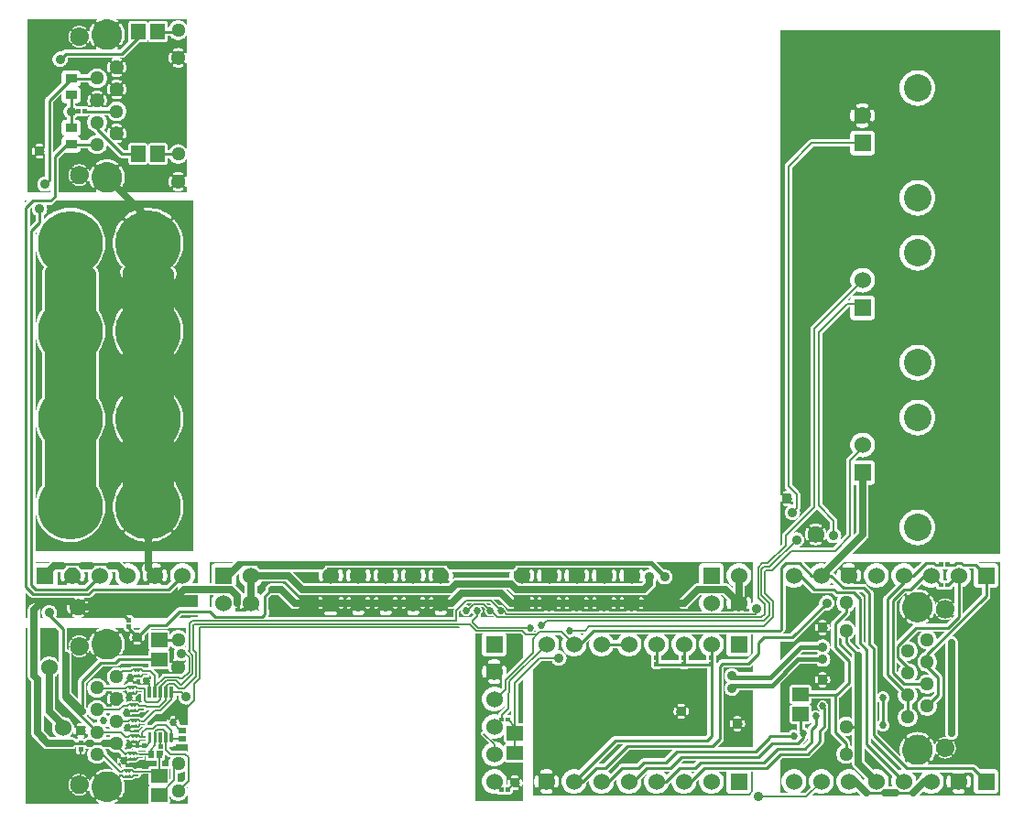
<source format=gbr>
G04 start of page 3 for group 1 idx 1 *
G04 Title: (unknown), bottom *
G04 Creator: pcb 1.99z *
G04 CreationDate: Sat 29 Oct 2016 01:04:31 AM GMT UTC *
G04 For: commonadmin *
G04 Format: Gerber/RS-274X *
G04 PCB-Dimensions (mil): 4000.00 3000.00 *
G04 PCB-Coordinate-Origin: lower left *
%MOIN*%
%FSLAX25Y25*%
%LNBOTTOM*%
%ADD60C,0.1870*%
%ADD59C,0.0810*%
%ADD58C,0.0945*%
%ADD57C,0.0354*%
%ADD56C,0.0380*%
%ADD55C,0.0350*%
%ADD54C,0.0130*%
%ADD53C,0.0200*%
%ADD52C,0.0270*%
%ADD51C,0.0360*%
%ADD50R,0.0300X0.0300*%
%ADD49R,0.0120X0.0120*%
%ADD48C,0.0120*%
%ADD47R,0.0197X0.0197*%
%ADD46R,0.0512X0.0512*%
%ADD45R,0.0060X0.0060*%
%ADD44C,0.2362*%
%ADD43C,0.1000*%
%ADD42C,0.0669*%
%ADD41C,0.1102*%
%ADD40C,0.0512*%
%ADD39C,0.0600*%
%ADD38C,0.0400*%
%ADD37C,0.0150*%
%ADD36C,0.0250*%
%ADD35C,0.0100*%
%ADD34C,0.0060*%
%ADD33C,0.0001*%
G54D33*G36*
X348613Y77023D02*X356019Y84429D01*
X356064Y84468D01*
X356217Y84647D01*
X356217Y84647D01*
X356341Y84848D01*
X356431Y85067D01*
X356486Y85296D01*
X356505Y85531D01*
X356500Y85590D01*
Y88542D01*
X358235Y88545D01*
X358465Y88601D01*
X358683Y88691D01*
X358884Y88814D01*
X359064Y88968D01*
X359217Y89147D01*
X359341Y89348D01*
X359431Y89567D01*
X359486Y89796D01*
X359500Y90031D01*
X359486Y96267D01*
X359431Y96496D01*
X359341Y96715D01*
X359217Y96916D01*
X359064Y97095D01*
X358884Y97249D01*
X358683Y97372D01*
X358465Y97462D01*
X358235Y97518D01*
X358000Y97531D01*
X352633Y97520D01*
X352121Y98031D01*
X360000D01*
Y13031D01*
X348613D01*
Y15884D01*
X348656Y15892D01*
X348768Y15929D01*
X348873Y15983D01*
X348968Y16053D01*
X349051Y16137D01*
X349119Y16233D01*
X349170Y16340D01*
X349318Y16747D01*
X349422Y17169D01*
X349484Y17598D01*
X349505Y18031D01*
X349484Y18465D01*
X349422Y18894D01*
X349318Y19316D01*
X349175Y19725D01*
X349122Y19831D01*
X349053Y19928D01*
X348970Y20012D01*
X348875Y20083D01*
X348769Y20137D01*
X348657Y20175D01*
X348613Y20182D01*
Y21281D01*
X349629D01*
X350501Y20409D01*
X350514Y14796D01*
X350569Y14567D01*
X350659Y14348D01*
X350783Y14147D01*
X350936Y13968D01*
X351116Y13814D01*
X351317Y13691D01*
X351535Y13601D01*
X351765Y13545D01*
X352000Y13531D01*
X358235Y13545D01*
X358465Y13601D01*
X358683Y13691D01*
X358884Y13814D01*
X359064Y13968D01*
X359217Y14147D01*
X359341Y14348D01*
X359431Y14567D01*
X359486Y14796D01*
X359500Y15031D01*
X359486Y21267D01*
X359431Y21496D01*
X359341Y21715D01*
X359217Y21916D01*
X359064Y22095D01*
X358884Y22249D01*
X358683Y22372D01*
X358465Y22462D01*
X358235Y22518D01*
X358000Y22531D01*
X352633Y22520D01*
X351352Y23801D01*
X351314Y23845D01*
X351134Y23999D01*
X350933Y24122D01*
X350715Y24212D01*
X350485Y24268D01*
X350485Y24268D01*
X350250Y24286D01*
X350191Y24282D01*
X348613D01*
Y77023D01*
G37*
G36*
Y13031D02*X345002D01*
Y13526D01*
X345433Y13547D01*
X345863Y13610D01*
X346284Y13713D01*
X346694Y13857D01*
X346800Y13909D01*
X346896Y13978D01*
X346981Y14062D01*
X347051Y14157D01*
X347106Y14262D01*
X347143Y14375D01*
X347163Y14492D01*
X347164Y14610D01*
X347146Y14728D01*
X347110Y14841D01*
X347057Y14947D01*
X346988Y15043D01*
X346905Y15128D01*
X346809Y15198D01*
X346704Y15253D01*
X346592Y15290D01*
X346475Y15310D01*
X346356Y15310D01*
X346239Y15293D01*
X346126Y15255D01*
X345855Y15156D01*
X345575Y15087D01*
X345289Y15045D01*
X345002Y15032D01*
Y21031D01*
X345289Y21018D01*
X345575Y20976D01*
X345855Y20907D01*
X346128Y20811D01*
X346239Y20774D01*
X346356Y20756D01*
X346474Y20757D01*
X346591Y20776D01*
X346703Y20814D01*
X346807Y20868D01*
X346902Y20938D01*
X346985Y21022D01*
X347054Y21118D01*
X347107Y21224D01*
X347125Y21281D01*
X348613D01*
Y20182D01*
X348540Y20194D01*
X348421Y20195D01*
X348304Y20177D01*
X348191Y20142D01*
X348085Y20089D01*
X347988Y20020D01*
X347904Y19936D01*
X347833Y19841D01*
X347779Y19736D01*
X347741Y19623D01*
X347722Y19506D01*
X347721Y19387D01*
X347739Y19270D01*
X347777Y19158D01*
X347876Y18887D01*
X347944Y18606D01*
X347986Y18320D01*
X348000Y18031D01*
X347986Y17743D01*
X347944Y17457D01*
X347876Y17176D01*
X347780Y16904D01*
X347742Y16792D01*
X347725Y16675D01*
X347725Y16557D01*
X347745Y16441D01*
X347782Y16329D01*
X347836Y16224D01*
X347906Y16129D01*
X347991Y16046D01*
X348087Y15977D01*
X348192Y15925D01*
X348305Y15889D01*
X348421Y15871D01*
X348539Y15872D01*
X348613Y15884D01*
Y13031D01*
G37*
G36*
X345002Y73412D02*X348613Y77023D01*
Y24282D01*
X345002D01*
Y73412D01*
G37*
G36*
Y13031D02*X341387D01*
Y15881D01*
X341460Y15869D01*
X341579Y15868D01*
X341696Y15886D01*
X341809Y15921D01*
X341915Y15974D01*
X342012Y16043D01*
X342096Y16127D01*
X342167Y16222D01*
X342221Y16327D01*
X342259Y16440D01*
X342278Y16557D01*
X342279Y16676D01*
X342261Y16793D01*
X342223Y16905D01*
X342124Y17176D01*
X342056Y17457D01*
X342014Y17743D01*
X342000Y18031D01*
X342014Y18320D01*
X342056Y18606D01*
X342124Y18887D01*
X342220Y19159D01*
X342258Y19271D01*
X342275Y19388D01*
X342275Y19506D01*
X342255Y19622D01*
X342218Y19734D01*
X342164Y19839D01*
X342094Y19934D01*
X342009Y20017D01*
X341913Y20086D01*
X341808Y20138D01*
X341695Y20174D01*
X341579Y20192D01*
X341461Y20191D01*
X341387Y20179D01*
Y21281D01*
X342871D01*
X342890Y21222D01*
X342943Y21116D01*
X343012Y21020D01*
X343095Y20935D01*
X343191Y20865D01*
X343296Y20810D01*
X343408Y20773D01*
X343525Y20753D01*
X343644Y20753D01*
X343761Y20770D01*
X343874Y20808D01*
X344145Y20907D01*
X344425Y20976D01*
X344711Y21018D01*
X345000Y21031D01*
X345002Y21031D01*
Y15032D01*
X345000Y15031D01*
X344711Y15045D01*
X344425Y15087D01*
X344145Y15156D01*
X343872Y15252D01*
X343761Y15289D01*
X343644Y15307D01*
X343526Y15306D01*
X343409Y15287D01*
X343297Y15249D01*
X343193Y15195D01*
X343098Y15125D01*
X343015Y15041D01*
X342946Y14945D01*
X342893Y14839D01*
X342857Y14727D01*
X342840Y14610D01*
X342841Y14492D01*
X342860Y14376D01*
X342897Y14264D01*
X342952Y14159D01*
X343022Y14064D01*
X343106Y13981D01*
X343202Y13912D01*
X343308Y13862D01*
X343716Y13713D01*
X344137Y13610D01*
X344567Y13547D01*
X345000Y13526D01*
X345002Y13526D01*
Y13031D01*
G37*
G36*
X341387D02*X330682D01*
X332176Y14526D01*
X332347Y14380D01*
X332951Y14010D01*
X333605Y13739D01*
X334294Y13573D01*
X335000Y13518D01*
X335706Y13573D01*
X336395Y13739D01*
X337049Y14010D01*
X337653Y14380D01*
X338192Y14840D01*
X338652Y15378D01*
X339022Y15982D01*
X339293Y16637D01*
X339458Y17325D01*
X339500Y18031D01*
X339458Y18738D01*
X339293Y19426D01*
X339022Y20081D01*
X338652Y20685D01*
X338192Y21223D01*
X338124Y21281D01*
X341387D01*
Y20179D01*
X341344Y20171D01*
X341232Y20134D01*
X341127Y20080D01*
X341032Y20010D01*
X340949Y19926D01*
X340881Y19830D01*
X340830Y19723D01*
X340682Y19316D01*
X340578Y18894D01*
X340516Y18465D01*
X340495Y18031D01*
X340516Y17598D01*
X340578Y17169D01*
X340682Y16747D01*
X340825Y16338D01*
X340878Y16232D01*
X340947Y16135D01*
X341030Y16051D01*
X341125Y15980D01*
X341231Y15926D01*
X341343Y15888D01*
X341387Y15881D01*
Y13031D01*
G37*
G36*
X329997Y49195D02*X330016Y49508D01*
X329997Y49820D01*
Y52032D01*
X330309D01*
X330362Y51903D01*
X330655Y51425D01*
X331019Y50999D01*
X331445Y50635D01*
X331923Y50343D01*
X332440Y50128D01*
X332985Y49998D01*
X333543Y49954D01*
X334102Y49998D01*
X334647Y50128D01*
X335164Y50343D01*
X335642Y50635D01*
X336000Y50941D01*
Y50070D01*
X334767Y48837D01*
X334647Y48887D01*
X334102Y49018D01*
X333543Y49062D01*
X332985Y49018D01*
X332440Y48887D01*
X331923Y48673D01*
X331445Y48380D01*
X331019Y48017D01*
X330655Y47591D01*
X330362Y47113D01*
X330148Y46595D01*
X330017Y46051D01*
X329997Y45797D01*
Y49195D01*
G37*
G36*
X343345Y30835D02*X343373Y30631D01*
X343386Y30335D01*
X343373Y30038D01*
X343345Y29835D01*
Y30835D01*
G37*
G36*
Y33338D02*X343570Y33431D01*
X343886Y33624D01*
X344167Y33865D01*
X344407Y34146D01*
X344600Y34461D01*
X344742Y34803D01*
X344828Y35163D01*
X344850Y35531D01*
X344828Y35900D01*
X344750Y36226D01*
Y67837D01*
X344828Y68163D01*
X344850Y68531D01*
X344828Y68900D01*
X344742Y69260D01*
X344600Y69602D01*
X344407Y69917D01*
X344167Y70198D01*
X343886Y70439D01*
X343570Y70632D01*
X343345Y70725D01*
Y71756D01*
X345002Y73412D01*
Y24282D01*
X343345D01*
Y28183D01*
X343443Y28330D01*
X343608Y28640D01*
X343744Y28962D01*
X343851Y29296D01*
X343928Y29638D01*
X343974Y29985D01*
X343990Y30335D01*
X343974Y30685D01*
X343928Y31032D01*
X343851Y31373D01*
X343744Y31707D01*
X343608Y32030D01*
X343443Y32339D01*
X343345Y32490D01*
Y33338D01*
G37*
G36*
Y70725D02*X343228Y70773D01*
X342869Y70860D01*
X342500Y70889D01*
X342477Y70887D01*
X343345Y71756D01*
Y70725D01*
G37*
G36*
X340041Y33681D02*X340336Y33668D01*
X340630Y33629D01*
X340919Y33563D01*
X341202Y33473D01*
X341475Y33357D01*
X341737Y33218D01*
X341986Y33057D01*
X342026Y33031D01*
X342070Y33014D01*
X342116Y33003D01*
X342163Y33000D01*
X342210Y33004D01*
X342256Y33015D01*
X342299Y33034D01*
X342339Y33058D01*
X342375Y33089D01*
X342405Y33126D01*
X342430Y33166D01*
X342435Y33179D01*
X342500Y33174D01*
X342869Y33203D01*
X343228Y33290D01*
X343345Y33338D01*
Y32490D01*
X343252Y32633D01*
X343222Y32669D01*
X343186Y32701D01*
X343145Y32726D01*
X343101Y32745D01*
X343055Y32756D01*
X343008Y32760D01*
X342960Y32757D01*
X342913Y32746D01*
X342869Y32728D01*
X342828Y32703D01*
X342792Y32673D01*
X342761Y32637D01*
X342735Y32596D01*
X342717Y32552D01*
X342705Y32506D01*
X342701Y32458D01*
X342704Y32411D01*
X342715Y32364D01*
X342733Y32320D01*
X342759Y32279D01*
X342923Y32033D01*
X343062Y31771D01*
X343177Y31497D01*
X343268Y31215D01*
X343333Y30925D01*
X343345Y30835D01*
Y29835D01*
X343333Y29744D01*
X343268Y29455D01*
X343177Y29172D01*
X343062Y28899D01*
X342923Y28637D01*
X342761Y28388D01*
X342736Y28348D01*
X342718Y28304D01*
X342708Y28258D01*
X342704Y28211D01*
X342708Y28164D01*
X342720Y28118D01*
X342738Y28075D01*
X342763Y28035D01*
X342794Y27999D01*
X342830Y27969D01*
X342871Y27944D01*
X342914Y27927D01*
X342960Y27916D01*
X343008Y27912D01*
X343055Y27917D01*
X343100Y27928D01*
X343144Y27946D01*
X343184Y27971D01*
X343220Y28002D01*
X343249Y28039D01*
X343345Y28183D01*
Y24282D01*
X340041D01*
Y26384D01*
X340389Y26400D01*
X340736Y26446D01*
X341078Y26523D01*
X341412Y26630D01*
X341734Y26766D01*
X342044Y26931D01*
X342337Y27122D01*
X342374Y27152D01*
X342405Y27188D01*
X342431Y27229D01*
X342449Y27273D01*
X342461Y27319D01*
X342465Y27366D01*
X342461Y27414D01*
X342451Y27461D01*
X342433Y27505D01*
X342408Y27546D01*
X342377Y27582D01*
X342341Y27613D01*
X342301Y27639D01*
X342257Y27657D01*
X342210Y27669D01*
X342163Y27673D01*
X342115Y27670D01*
X342069Y27659D01*
X342025Y27641D01*
X341984Y27615D01*
X341737Y27451D01*
X341475Y27312D01*
X341202Y27197D01*
X340919Y27106D01*
X340630Y27041D01*
X340336Y27001D01*
X340041Y26988D01*
Y33681D01*
G37*
G36*
Y68451D02*X340145Y68555D01*
X340143Y68531D01*
X340172Y68163D01*
X340250Y67837D01*
Y36226D01*
X340172Y35900D01*
X340143Y35531D01*
X340172Y35163D01*
X340258Y34803D01*
X340400Y34461D01*
X340529Y34251D01*
X340389Y34269D01*
X340041Y34285D01*
Y68451D01*
G37*
G36*
X335883Y42810D02*X336068Y42968D01*
X336432Y43394D01*
X336724Y43871D01*
X336939Y44389D01*
X337069Y44934D01*
X337102Y45492D01*
X337069Y46051D01*
X336939Y46595D01*
X336889Y46716D01*
X338519Y48347D01*
X338564Y48385D01*
X338717Y48564D01*
X338717Y48564D01*
X338841Y48766D01*
X338931Y48984D01*
X338986Y49213D01*
X339005Y49449D01*
X339000Y49508D01*
Y55973D01*
X339005Y56032D01*
X338986Y56267D01*
X338931Y56496D01*
X338841Y56715D01*
X338717Y56916D01*
X338564Y57095D01*
X338519Y57134D01*
X336323Y59330D01*
X336432Y59457D01*
X336724Y59934D01*
X336939Y60452D01*
X337069Y60997D01*
X337102Y61555D01*
X337069Y62114D01*
X336939Y62658D01*
X336724Y63176D01*
X336432Y63654D01*
X336068Y64080D01*
X335883Y64237D01*
Y64294D01*
X340041Y68451D01*
Y34285D01*
X340039Y34285D01*
X339689Y34269D01*
X339342Y34223D01*
X339001Y34146D01*
X338667Y34039D01*
X338344Y33903D01*
X338035Y33739D01*
X337741Y33548D01*
X337705Y33517D01*
X337673Y33481D01*
X337648Y33441D01*
X337629Y33397D01*
X337618Y33350D01*
X337614Y33303D01*
X337617Y33255D01*
X337628Y33209D01*
X337646Y33165D01*
X337671Y33124D01*
X337701Y33087D01*
X337737Y33056D01*
X337778Y33031D01*
X337822Y33012D01*
X337868Y33000D01*
X337916Y32996D01*
X337963Y33000D01*
X338010Y33011D01*
X338054Y33029D01*
X338095Y33054D01*
X338341Y33218D01*
X338603Y33357D01*
X338877Y33473D01*
X339159Y33563D01*
X339449Y33629D01*
X339743Y33668D01*
X340039Y33681D01*
X340041Y33681D01*
Y26988D01*
X340039Y26988D01*
X339743Y27001D01*
X339449Y27041D01*
X339159Y27106D01*
X338877Y27197D01*
X338603Y27312D01*
X338341Y27451D01*
X338093Y27613D01*
X338053Y27638D01*
X338009Y27656D01*
X337963Y27666D01*
X337916Y27670D01*
X337869Y27666D01*
X337823Y27654D01*
X337780Y27636D01*
X337739Y27611D01*
X337704Y27580D01*
X337673Y27544D01*
X337649Y27503D01*
X337631Y27460D01*
X337621Y27414D01*
X337617Y27366D01*
X337621Y27319D01*
X337633Y27274D01*
X337651Y27230D01*
X337676Y27190D01*
X337707Y27154D01*
X337744Y27125D01*
X338035Y26931D01*
X338344Y26766D01*
X338667Y26630D01*
X339001Y26523D01*
X339342Y26446D01*
X339689Y26400D01*
X340039Y26384D01*
X340041Y26384D01*
Y24282D01*
X335883D01*
Y26743D01*
X335891Y26758D01*
X336115Y27289D01*
X336290Y27838D01*
X336416Y28400D01*
X336454Y28681D01*
X336471Y28640D01*
X336635Y28330D01*
X336826Y28037D01*
X336857Y28000D01*
X336893Y27969D01*
X336933Y27943D01*
X336977Y27925D01*
X337024Y27913D01*
X337071Y27909D01*
X337119Y27913D01*
X337165Y27923D01*
X337210Y27941D01*
X337250Y27966D01*
X337287Y27997D01*
X337318Y28033D01*
X337343Y28073D01*
X337362Y28117D01*
X337374Y28164D01*
X337378Y28211D01*
X337374Y28259D01*
X337363Y28305D01*
X337346Y28349D01*
X337320Y28390D01*
X337156Y28637D01*
X337017Y28899D01*
X336901Y29172D01*
X336811Y29455D01*
X336745Y29744D01*
X336706Y30038D01*
X336693Y30335D01*
X336706Y30631D01*
X336745Y30925D01*
X336811Y31215D01*
X336901Y31497D01*
X337017Y31771D01*
X337156Y32033D01*
X337317Y32281D01*
X337343Y32321D01*
X337360Y32365D01*
X337371Y32411D01*
X337374Y32458D01*
X337370Y32505D01*
X337359Y32551D01*
X337341Y32595D01*
X337316Y32635D01*
X337285Y32670D01*
X337248Y32701D01*
X337208Y32725D01*
X337164Y32743D01*
X337118Y32753D01*
X337071Y32757D01*
X337024Y32753D01*
X336978Y32741D01*
X336935Y32723D01*
X336895Y32698D01*
X336859Y32667D01*
X336829Y32630D01*
X336635Y32339D01*
X336471Y32030D01*
X336335Y31707D01*
X336240Y31412D01*
X336115Y31805D01*
X335891Y32336D01*
X335883Y32351D01*
Y42810D01*
G37*
G36*
Y64237D02*X335853Y64263D01*
X335883Y64294D01*
Y64237D01*
G37*
G36*
X329997Y41164D02*X330016Y41476D01*
X329997Y41789D01*
Y45187D01*
X330017Y44934D01*
X330148Y44389D01*
X330362Y43871D01*
X330655Y43394D01*
X331019Y42968D01*
X331445Y42604D01*
X331923Y42311D01*
X332440Y42097D01*
X332985Y41966D01*
X333543Y41922D01*
X334102Y41966D01*
X334647Y42097D01*
X335164Y42311D01*
X335642Y42604D01*
X335883Y42810D01*
Y32351D01*
X335622Y32846D01*
X335309Y33330D01*
X335258Y33391D01*
X335198Y33443D01*
X335130Y33485D01*
X335057Y33516D01*
X334980Y33536D01*
X334901Y33543D01*
X334822Y33537D01*
X334744Y33519D01*
X334670Y33490D01*
X334602Y33449D01*
X334541Y33397D01*
X334489Y33337D01*
X334447Y33270D01*
X334416Y33197D01*
X334396Y33120D01*
X334389Y33040D01*
X334395Y32961D01*
X334413Y32884D01*
X334442Y32810D01*
X334485Y32742D01*
X334754Y32337D01*
X334982Y31906D01*
X335171Y31457D01*
X335319Y30992D01*
X335426Y30517D01*
X335490Y30034D01*
X335512Y29547D01*
X335490Y29060D01*
X335426Y28577D01*
X335319Y28102D01*
X335171Y27638D01*
X334982Y27189D01*
X334754Y26758D01*
X334489Y26349D01*
X334447Y26282D01*
X334418Y26209D01*
X334400Y26133D01*
X334395Y26054D01*
X334402Y25976D01*
X334421Y25899D01*
X334451Y25827D01*
X334493Y25760D01*
X334545Y25701D01*
X334605Y25650D01*
X334673Y25610D01*
X334746Y25580D01*
X334822Y25563D01*
X334901Y25557D01*
X334979Y25564D01*
X335056Y25583D01*
X335128Y25614D01*
X335195Y25656D01*
X335254Y25707D01*
X335303Y25769D01*
X335622Y26249D01*
X335883Y26743D01*
Y24282D01*
X333834D01*
X333844Y24289D01*
X333896Y24349D01*
X333938Y24417D01*
X333969Y24490D01*
X333988Y24567D01*
X333995Y24646D01*
X333990Y24726D01*
X333972Y24803D01*
X333942Y24877D01*
X333901Y24945D01*
X333850Y25006D01*
X333790Y25058D01*
X333723Y25101D01*
X333650Y25132D01*
X333572Y25151D01*
X333493Y25158D01*
X333414Y25152D01*
X333336Y25135D01*
X333263Y25105D01*
X333195Y25063D01*
X332789Y24793D01*
X332359Y24566D01*
X331909Y24377D01*
X331612Y24282D01*
X329997D01*
Y35059D01*
X330000Y35059D01*
X330487Y35038D01*
X330970Y34973D01*
X331445Y34866D01*
X331909Y34718D01*
X332359Y34529D01*
X332789Y34301D01*
X333198Y34036D01*
X333265Y33994D01*
X333338Y33965D01*
X333415Y33947D01*
X333493Y33942D01*
X333572Y33949D01*
X333648Y33968D01*
X333720Y33999D01*
X333787Y34040D01*
X333846Y34092D01*
X333897Y34152D01*
X333937Y34220D01*
X333967Y34293D01*
X333985Y34370D01*
X333990Y34448D01*
X333983Y34526D01*
X333964Y34603D01*
X333933Y34675D01*
X333891Y34742D01*
X333840Y34801D01*
X333779Y34851D01*
X333299Y35169D01*
X332789Y35438D01*
X332258Y35662D01*
X331709Y35837D01*
X331147Y35964D01*
X330576Y36040D01*
X330000Y36065D01*
X329997Y36065D01*
Y41164D01*
G37*
G36*
Y98031D02*X331379D01*
X329997Y96650D01*
Y98031D01*
G37*
G36*
Y49820D02*X329983Y50066D01*
X329852Y50611D01*
X329638Y51129D01*
X329345Y51606D01*
X328982Y52032D01*
X329997D01*
Y49820D01*
G37*
G36*
Y41789D02*X329983Y42035D01*
X329852Y42580D01*
X329638Y43097D01*
X329345Y43575D01*
X328981Y44001D01*
X328555Y44365D01*
X328077Y44657D01*
X327957Y44707D01*
Y46277D01*
X328077Y46327D01*
X328555Y46620D01*
X328981Y46983D01*
X329345Y47409D01*
X329638Y47887D01*
X329852Y48405D01*
X329983Y48949D01*
X329997Y49195D01*
Y45797D01*
X329973Y45492D01*
X329997Y45187D01*
Y41789D01*
G37*
G36*
X319000Y40341D02*Y46722D01*
X319167Y46865D01*
X319407Y47146D01*
X319600Y47461D01*
X319742Y47803D01*
X319828Y48163D01*
X319850Y48531D01*
X319828Y48900D01*
X319742Y49260D01*
X319600Y49602D01*
X319407Y49917D01*
X319167Y50198D01*
X318886Y50439D01*
X318570Y50632D01*
X318228Y50773D01*
X317869Y50860D01*
X317500Y50889D01*
X317131Y50860D01*
X316772Y50773D01*
X316430Y50632D01*
X316114Y50439D01*
X315833Y50198D01*
X315593Y49917D01*
X315500Y49765D01*
Y66473D01*
X315505Y66532D01*
X315486Y66767D01*
X315431Y66996D01*
X315341Y67215D01*
X315217Y67416D01*
X315064Y67595D01*
X315019Y67634D01*
X314993Y67660D01*
Y88518D01*
X315000Y88518D01*
X315706Y88573D01*
X316395Y88739D01*
X317049Y89010D01*
X317653Y89380D01*
X318192Y89840D01*
X318652Y90378D01*
X319022Y90982D01*
X319293Y91637D01*
X319458Y92325D01*
X319500Y93031D01*
X319458Y93738D01*
X319293Y94426D01*
X319022Y95081D01*
X318652Y95685D01*
X318192Y96223D01*
X317653Y96683D01*
X317049Y97053D01*
X316395Y97324D01*
X315706Y97490D01*
X315000Y97545D01*
X314993Y97545D01*
Y98031D01*
X329997D01*
Y96650D01*
X328796Y95449D01*
X328652Y95685D01*
X328192Y96223D01*
X327653Y96683D01*
X327049Y97053D01*
X326395Y97324D01*
X325706Y97490D01*
X325000Y97545D01*
X324294Y97490D01*
X323605Y97324D01*
X322951Y97053D01*
X322347Y96683D01*
X321808Y96223D01*
X321348Y95685D01*
X320978Y95081D01*
X320707Y94426D01*
X320542Y93738D01*
X320486Y93031D01*
X320542Y92325D01*
X320707Y91637D01*
X320978Y90982D01*
X321348Y90378D01*
X321808Y89840D01*
X322012Y89665D01*
X317981Y85634D01*
X317936Y85595D01*
X317783Y85416D01*
X317659Y85215D01*
X317569Y84996D01*
X317514Y84767D01*
X317514Y84766D01*
X317495Y84531D01*
X317500Y84473D01*
Y57023D01*
X317495Y56965D01*
X317514Y56729D01*
X317569Y56500D01*
X317659Y56281D01*
X317783Y56080D01*
X317936Y55901D01*
X317981Y55862D01*
X323111Y50732D01*
X323061Y50611D01*
X322931Y50066D01*
X322887Y49508D01*
X322931Y48949D01*
X323061Y48405D01*
X323276Y47887D01*
X323568Y47409D01*
X323932Y46983D01*
X324358Y46620D01*
X324836Y46327D01*
X324957Y46277D01*
Y44707D01*
X324836Y44657D01*
X324358Y44365D01*
X323932Y44001D01*
X323568Y43575D01*
X323276Y43097D01*
X323061Y42580D01*
X322931Y42035D01*
X322887Y41476D01*
X322931Y40918D01*
X323061Y40373D01*
X323276Y39856D01*
X323568Y39378D01*
X323932Y38952D01*
X324358Y38588D01*
X324836Y38295D01*
X325353Y38081D01*
X325898Y37950D01*
X326457Y37906D01*
X327015Y37950D01*
X327560Y38081D01*
X328077Y38295D01*
X328555Y38588D01*
X328981Y38952D01*
X329345Y39378D01*
X329638Y39856D01*
X329852Y40373D01*
X329983Y40918D01*
X329997Y41164D01*
Y36065D01*
X329424Y36040D01*
X328853Y35964D01*
X328291Y35837D01*
X327742Y35662D01*
X327211Y35438D01*
X326701Y35169D01*
X326218Y34856D01*
X326156Y34805D01*
X326104Y34745D01*
X326062Y34678D01*
X326031Y34605D01*
X326012Y34527D01*
X326005Y34448D01*
X326010Y34369D01*
X326028Y34291D01*
X326058Y34217D01*
X326099Y34149D01*
X326150Y34088D01*
X326210Y34036D01*
X326277Y33994D01*
X326350Y33963D01*
X326428Y33943D01*
X326507Y33936D01*
X326586Y33942D01*
X326664Y33960D01*
X326737Y33990D01*
X326805Y34032D01*
X327211Y34301D01*
X327641Y34529D01*
X328091Y34718D01*
X328555Y34866D01*
X329030Y34973D01*
X329513Y35038D01*
X329997Y35059D01*
Y24282D01*
X328388D01*
X328091Y24377D01*
X327641Y24566D01*
X327211Y24793D01*
X326802Y25058D01*
X326735Y25100D01*
X326662Y25129D01*
X326585Y25147D01*
X326507Y25153D01*
X326428Y25146D01*
X326352Y25127D01*
X326280Y25096D01*
X326213Y25054D01*
X326154Y25002D01*
X326152Y25001D01*
X325457Y25696D01*
X325459Y25697D01*
X325511Y25757D01*
X325553Y25824D01*
X325584Y25898D01*
X325604Y25975D01*
X325611Y26054D01*
X325605Y26133D01*
X325587Y26211D01*
X325558Y26285D01*
X325515Y26352D01*
X325246Y26758D01*
X325018Y27189D01*
X324829Y27638D01*
X324681Y28102D01*
X324574Y28577D01*
X324510Y29060D01*
X324488Y29547D01*
X324510Y30034D01*
X324574Y30517D01*
X324681Y30992D01*
X324829Y31457D01*
X325018Y31906D01*
X325246Y32337D01*
X325511Y32746D01*
X325553Y32812D01*
X325582Y32885D01*
X325600Y32962D01*
X325605Y33040D01*
X325598Y33119D01*
X325579Y33195D01*
X325549Y33268D01*
X325507Y33334D01*
X325455Y33394D01*
X325395Y33444D01*
X325327Y33485D01*
X325254Y33514D01*
X325178Y33532D01*
X325099Y33537D01*
X325021Y33530D01*
X324944Y33511D01*
X324872Y33480D01*
X324805Y33439D01*
X324746Y33387D01*
X324697Y33326D01*
X324378Y32846D01*
X324109Y32336D01*
X323885Y31805D01*
X323710Y31256D01*
X323584Y30694D01*
X323507Y30123D01*
X323482Y29547D01*
X323507Y28972D01*
X323584Y28400D01*
X323710Y27838D01*
X323885Y27289D01*
X323901Y27252D01*
X315500Y35653D01*
Y37298D01*
X315593Y37146D01*
X315833Y36865D01*
X316114Y36624D01*
X316430Y36431D01*
X316772Y36290D01*
X317131Y36203D01*
X317500Y36174D01*
X317869Y36203D01*
X318228Y36290D01*
X318570Y36431D01*
X318886Y36624D01*
X319167Y36865D01*
X319407Y37146D01*
X319600Y37461D01*
X319742Y37803D01*
X319828Y38163D01*
X319850Y38531D01*
X319828Y38900D01*
X319742Y39260D01*
X319600Y39602D01*
X319407Y39917D01*
X319167Y40198D01*
X319000Y40341D01*
G37*
G36*
X314993Y67660D02*X314000Y68653D01*
Y86473D01*
X314005Y86532D01*
X313986Y86767D01*
X313986Y86767D01*
X313931Y86996D01*
X313841Y87215D01*
X313717Y87416D01*
X313564Y87595D01*
X313519Y87634D01*
X311602Y89551D01*
X311564Y89595D01*
X311384Y89749D01*
X311183Y89872D01*
X310965Y89962D01*
X310735Y90018D01*
X310500Y90036D01*
X310441Y90031D01*
X308613D01*
Y90884D01*
X308656Y90892D01*
X308768Y90929D01*
X308873Y90983D01*
X308968Y91053D01*
X309051Y91137D01*
X309119Y91233D01*
X309170Y91340D01*
X309318Y91747D01*
X309422Y92169D01*
X309484Y92598D01*
X309505Y93031D01*
X309484Y93465D01*
X309422Y93894D01*
X309318Y94316D01*
X309175Y94725D01*
X309122Y94831D01*
X309053Y94928D01*
X308970Y95012D01*
X308875Y95083D01*
X308769Y95137D01*
X308657Y95175D01*
X308613Y95182D01*
Y98031D01*
X314993D01*
Y97545D01*
X314294Y97490D01*
X313605Y97324D01*
X312951Y97053D01*
X312347Y96683D01*
X311808Y96223D01*
X311348Y95685D01*
X310978Y95081D01*
X310707Y94426D01*
X310542Y93738D01*
X310486Y93031D01*
X310542Y92325D01*
X310707Y91637D01*
X310978Y90982D01*
X311348Y90378D01*
X311808Y89840D01*
X312347Y89380D01*
X312951Y89010D01*
X313605Y88739D01*
X314294Y88573D01*
X314993Y88518D01*
Y67660D01*
G37*
G36*
X308613Y90031D02*X306996D01*
X306988Y90043D01*
X306905Y90128D01*
X306809Y90198D01*
X306704Y90253D01*
X306592Y90290D01*
X306475Y90310D01*
X306356Y90310D01*
X306239Y90293D01*
X306126Y90255D01*
X305855Y90156D01*
X305575Y90087D01*
X305289Y90045D01*
X305000Y90031D01*
X304998Y90032D01*
Y96031D01*
X305000Y96031D01*
X305289Y96018D01*
X305575Y95976D01*
X305855Y95907D01*
X306128Y95811D01*
X306239Y95774D01*
X306356Y95756D01*
X306474Y95757D01*
X306591Y95776D01*
X306703Y95814D01*
X306807Y95868D01*
X306902Y95938D01*
X306985Y96022D01*
X307054Y96118D01*
X307107Y96224D01*
X307143Y96336D01*
X307160Y96453D01*
X307159Y96571D01*
X307140Y96687D01*
X307103Y96799D01*
X307048Y96904D01*
X306978Y96999D01*
X306894Y97082D01*
X306798Y97151D01*
X306692Y97201D01*
X306284Y97350D01*
X305863Y97453D01*
X305433Y97516D01*
X305000Y97537D01*
X304998Y97537D01*
Y98031D01*
X308613D01*
Y95182D01*
X308540Y95194D01*
X308421Y95195D01*
X308304Y95177D01*
X308191Y95142D01*
X308085Y95089D01*
X307988Y95020D01*
X307904Y94936D01*
X307833Y94841D01*
X307779Y94736D01*
X307741Y94623D01*
X307722Y94506D01*
X307721Y94387D01*
X307739Y94270D01*
X307777Y94158D01*
X307876Y93887D01*
X307944Y93606D01*
X307986Y93320D01*
X308000Y93031D01*
X307986Y92743D01*
X307944Y92457D01*
X307876Y92176D01*
X307780Y91904D01*
X307742Y91792D01*
X307725Y91675D01*
X307725Y91557D01*
X307745Y91441D01*
X307782Y91329D01*
X307836Y91224D01*
X307906Y91129D01*
X307991Y91046D01*
X308087Y90977D01*
X308192Y90925D01*
X308305Y90889D01*
X308421Y90871D01*
X308539Y90872D01*
X308613Y90884D01*
Y90031D01*
G37*
G36*
X304998Y90032D02*X304711Y90045D01*
X304425Y90087D01*
X304145Y90156D01*
X303872Y90252D01*
X303761Y90289D01*
X303644Y90307D01*
X303526Y90306D01*
X303409Y90287D01*
X303377Y90276D01*
X302247Y91406D01*
X302259Y91440D01*
X302278Y91557D01*
X302279Y91676D01*
X302261Y91793D01*
X302223Y91905D01*
X302124Y92176D01*
X302056Y92457D01*
X302014Y92743D01*
X302000Y93031D01*
X302014Y93320D01*
X302056Y93606D01*
X302124Y93887D01*
X302220Y94159D01*
X302258Y94271D01*
X302275Y94388D01*
X302275Y94506D01*
X302255Y94622D01*
X302218Y94734D01*
X302164Y94839D01*
X302094Y94934D01*
X302009Y95017D01*
X301913Y95086D01*
X301808Y95138D01*
X301695Y95174D01*
X301579Y95192D01*
X301461Y95191D01*
X301344Y95171D01*
X301232Y95134D01*
X301127Y95080D01*
X301032Y95010D01*
X300949Y94926D01*
X300881Y94830D01*
X300830Y94723D01*
X300682Y94316D01*
X300578Y93894D01*
X300516Y93465D01*
X300501Y93152D01*
X299602Y94051D01*
X299564Y94095D01*
X299392Y94242D01*
X303182Y98031D01*
X304998D01*
Y97537D01*
X304567Y97516D01*
X304137Y97453D01*
X303716Y97350D01*
X303306Y97206D01*
X303200Y97154D01*
X303104Y97085D01*
X303019Y97001D01*
X302949Y96906D01*
X302894Y96801D01*
X302857Y96688D01*
X302837Y96571D01*
X302836Y96453D01*
X302854Y96335D01*
X302890Y96222D01*
X302943Y96116D01*
X303012Y96020D01*
X303095Y95935D01*
X303191Y95865D01*
X303296Y95810D01*
X303408Y95773D01*
X303525Y95753D01*
X303644Y95753D01*
X303761Y95770D01*
X303874Y95808D01*
X304145Y95907D01*
X304425Y95976D01*
X304711Y96018D01*
X304998Y96031D01*
Y90032D01*
G37*
G36*
X310500Y84473D02*X310505Y84532D01*
X310486Y84767D01*
X310431Y84996D01*
X310341Y85215D01*
X310217Y85416D01*
X310064Y85595D01*
X310019Y85634D01*
X308621Y87032D01*
X309879D01*
X311000Y85910D01*
Y68653D01*
X310500Y69153D01*
Y84473D01*
G37*
G36*
X290000Y33722D02*Y33153D01*
X288379Y31532D01*
X288121D01*
X289519Y32929D01*
X289564Y32968D01*
X289717Y33147D01*
X289717Y33147D01*
X289841Y33348D01*
X289931Y33567D01*
X289960Y33688D01*
X290000Y33722D01*
G37*
G36*
X293312Y64281D02*X287225D01*
X288225Y65282D01*
X293312D01*
X293514Y65045D01*
X293823Y64781D01*
X293514Y64517D01*
X293312Y64281D01*
G37*
G36*
X293270Y68781D02*X287569D01*
X287500Y68787D01*
X287225Y68765D01*
X286958Y68701D01*
X286703Y68596D01*
X286468Y68452D01*
X286468Y68452D01*
X286259Y68273D01*
X286214Y68220D01*
X280000Y62006D01*
Y69031D01*
X284441D01*
X284500Y69027D01*
X284735Y69045D01*
X284735Y69045D01*
X284965Y69101D01*
X285183Y69191D01*
X285384Y69314D01*
X285564Y69468D01*
X285602Y69512D01*
X293270Y77180D01*
Y75317D01*
X293202Y75304D01*
X293129Y75276D01*
X293060Y75238D01*
X292998Y75189D01*
X292945Y75131D01*
X292902Y75065D01*
X292870Y74993D01*
X292794Y74760D01*
X292740Y74520D01*
X292708Y74277D01*
X292697Y74031D01*
X292708Y73786D01*
X292740Y73543D01*
X292794Y73303D01*
X292868Y73069D01*
X292900Y72997D01*
X292944Y72931D01*
X292997Y72873D01*
X293059Y72824D01*
X293128Y72785D01*
X293202Y72758D01*
X293270Y72744D01*
Y68781D01*
G37*
G36*
X293312D02*X293270D01*
Y72744D01*
X293279Y72742D01*
X293358Y72739D01*
X293437Y72748D01*
X293513Y72769D01*
X293585Y72802D01*
X293650Y72845D01*
X293709Y72899D01*
X293758Y72961D01*
X293796Y73030D01*
X293824Y73104D01*
X293840Y73181D01*
X293843Y73260D01*
X293834Y73338D01*
X293811Y73414D01*
X293762Y73564D01*
X293728Y73718D01*
X293707Y73874D01*
X293700Y74031D01*
X293707Y74189D01*
X293728Y74345D01*
X293762Y74499D01*
X293810Y74650D01*
X293832Y74725D01*
X293841Y74803D01*
X293838Y74882D01*
X293822Y74959D01*
X293795Y75033D01*
X293756Y75101D01*
X293707Y75163D01*
X293649Y75216D01*
X293584Y75260D01*
X293512Y75293D01*
X293436Y75314D01*
X293358Y75323D01*
X293280Y75319D01*
X293270Y75317D01*
Y77180D01*
X295501Y79411D01*
Y76834D01*
X295500Y76834D01*
X295255Y76823D01*
X295011Y76791D01*
X294771Y76738D01*
X294537Y76664D01*
X294465Y76631D01*
X294400Y76588D01*
X294341Y76534D01*
X294292Y76472D01*
X294254Y76404D01*
X294226Y76330D01*
X294210Y76252D01*
X294207Y76173D01*
X294216Y76095D01*
X294237Y76019D01*
X294270Y75947D01*
X294314Y75881D01*
X294367Y75823D01*
X294429Y75774D01*
X294498Y75735D01*
X294572Y75708D01*
X294649Y75692D01*
X294728Y75689D01*
X294807Y75698D01*
X294882Y75720D01*
X295032Y75770D01*
X295186Y75804D01*
X295342Y75825D01*
X295500Y75831D01*
X295501Y75831D01*
Y72232D01*
X295500Y72231D01*
X295342Y72238D01*
X295186Y72259D01*
X295032Y72293D01*
X294882Y72341D01*
X294806Y72364D01*
X294728Y72373D01*
X294650Y72369D01*
X294573Y72354D01*
X294499Y72326D01*
X294430Y72288D01*
X294369Y72239D01*
X294315Y72181D01*
X294272Y72115D01*
X294239Y72044D01*
X294218Y71968D01*
X294209Y71890D01*
X294212Y71811D01*
X294228Y71734D01*
X294255Y71660D01*
X294294Y71592D01*
X294343Y71530D01*
X294401Y71477D01*
X294466Y71433D01*
X294538Y71402D01*
X294771Y71325D01*
X295011Y71272D01*
X295255Y71240D01*
X295500Y71229D01*
X295501Y71229D01*
Y69840D01*
X295500Y69840D01*
X295061Y69806D01*
X294632Y69703D01*
X294225Y69534D01*
X293849Y69304D01*
X293514Y69018D01*
X293312Y68781D01*
G37*
G36*
X295501Y85397D02*X295349Y85304D01*
X295014Y85018D01*
X294728Y84682D01*
X294497Y84307D01*
X294329Y83899D01*
X294226Y83471D01*
X294191Y83031D01*
X294226Y82592D01*
X294267Y82420D01*
X283879Y72032D01*
X281121D01*
X281519Y72429D01*
X281564Y72468D01*
X281717Y72647D01*
X281717Y72647D01*
X281841Y72848D01*
X281931Y73067D01*
X281986Y73296D01*
X282005Y73531D01*
X282000Y73590D01*
Y89676D01*
X282347Y89380D01*
X282951Y89010D01*
X283605Y88739D01*
X284294Y88573D01*
X285000Y88518D01*
X285706Y88573D01*
X286395Y88739D01*
X287049Y89010D01*
X287653Y89380D01*
X288192Y89840D01*
X288366Y90044D01*
X291398Y87012D01*
X291436Y86968D01*
X291616Y86814D01*
X291817Y86691D01*
X292035Y86601D01*
X292265Y86545D01*
X292500Y86527D01*
X292559Y86531D01*
X295501D01*
Y85397D01*
G37*
G36*
X293270Y51117D02*X291445D01*
X291443Y52333D01*
X291406Y52486D01*
X291346Y52632D01*
X291264Y52766D01*
X291161Y52886D01*
X291042Y52988D01*
X290907Y53070D01*
X290762Y53130D01*
X290609Y53167D01*
X290452Y53176D01*
X284391Y53167D01*
X284238Y53130D01*
X284093Y53070D01*
X283958Y52988D01*
X283839Y52886D01*
X283736Y52766D01*
X283654Y52632D01*
X283594Y52486D01*
X283557Y52333D01*
X283548Y52176D01*
X283557Y46901D01*
X283594Y46748D01*
X283654Y46603D01*
X283736Y46469D01*
X283839Y46349D01*
X283958Y46247D01*
X284093Y46165D01*
X284238Y46104D01*
X284363Y46074D01*
X284238Y46044D01*
X284093Y45984D01*
X283958Y45902D01*
X283839Y45800D01*
X283736Y45680D01*
X283654Y45546D01*
X283594Y45400D01*
X283557Y45247D01*
X283548Y45090D01*
X283557Y39815D01*
X283594Y39662D01*
X283654Y39517D01*
X283736Y39383D01*
X283839Y39263D01*
X283958Y39161D01*
X284093Y39079D01*
X284238Y39018D01*
X284391Y38982D01*
X284548Y38972D01*
X286000Y38975D01*
Y36661D01*
X285728Y36773D01*
X285369Y36860D01*
X285000Y36889D01*
X284631Y36860D01*
X284272Y36773D01*
X283930Y36632D01*
X283614Y36439D01*
X283333Y36198D01*
X283191Y36031D01*
X280000D01*
Y53557D01*
X287225Y60782D01*
X293270D01*
Y56317D01*
X293202Y56304D01*
X293129Y56276D01*
X293060Y56238D01*
X292998Y56189D01*
X292945Y56131D01*
X292902Y56065D01*
X292870Y55993D01*
X292794Y55760D01*
X292740Y55520D01*
X292708Y55277D01*
X292697Y55031D01*
X292708Y54786D01*
X292740Y54543D01*
X292794Y54303D01*
X292868Y54069D01*
X292900Y53997D01*
X292944Y53931D01*
X292997Y53873D01*
X293059Y53824D01*
X293128Y53785D01*
X293202Y53758D01*
X293270Y53744D01*
Y51117D01*
G37*
G36*
X295501D02*X293270D01*
Y53744D01*
X293279Y53742D01*
X293358Y53739D01*
X293437Y53748D01*
X293513Y53769D01*
X293585Y53802D01*
X293650Y53845D01*
X293709Y53899D01*
X293758Y53961D01*
X293796Y54030D01*
X293824Y54104D01*
X293840Y54181D01*
X293843Y54260D01*
X293834Y54338D01*
X293811Y54414D01*
X293762Y54564D01*
X293728Y54718D01*
X293707Y54874D01*
X293700Y55031D01*
X293707Y55189D01*
X293728Y55345D01*
X293762Y55499D01*
X293810Y55650D01*
X293832Y55725D01*
X293841Y55803D01*
X293838Y55882D01*
X293822Y55959D01*
X293795Y56033D01*
X293756Y56101D01*
X293707Y56163D01*
X293649Y56216D01*
X293584Y56260D01*
X293512Y56293D01*
X293436Y56314D01*
X293358Y56323D01*
X293280Y56319D01*
X293270Y56317D01*
Y60782D01*
X293312D01*
X293514Y60545D01*
X293849Y60259D01*
X294225Y60029D01*
X294632Y59860D01*
X295061Y59757D01*
X295500Y59723D01*
X295501Y59723D01*
Y57834D01*
X295500Y57834D01*
X295255Y57823D01*
X295011Y57791D01*
X294771Y57738D01*
X294537Y57664D01*
X294465Y57631D01*
X294400Y57588D01*
X294341Y57534D01*
X294292Y57472D01*
X294254Y57404D01*
X294226Y57330D01*
X294210Y57252D01*
X294207Y57173D01*
X294216Y57095D01*
X294237Y57019D01*
X294270Y56947D01*
X294314Y56881D01*
X294367Y56823D01*
X294429Y56774D01*
X294498Y56735D01*
X294572Y56708D01*
X294649Y56692D01*
X294728Y56689D01*
X294807Y56698D01*
X294882Y56720D01*
X295032Y56770D01*
X295186Y56804D01*
X295342Y56825D01*
X295500Y56831D01*
X295501Y56831D01*
Y53232D01*
X295500Y53231D01*
X295342Y53238D01*
X295186Y53259D01*
X295032Y53293D01*
X294882Y53341D01*
X294806Y53364D01*
X294728Y53373D01*
X294650Y53369D01*
X294573Y53354D01*
X294499Y53326D01*
X294430Y53288D01*
X294369Y53239D01*
X294315Y53181D01*
X294272Y53115D01*
X294239Y53044D01*
X294218Y52968D01*
X294209Y52890D01*
X294212Y52811D01*
X294228Y52734D01*
X294255Y52660D01*
X294294Y52592D01*
X294343Y52530D01*
X294401Y52477D01*
X294466Y52433D01*
X294538Y52402D01*
X294771Y52325D01*
X295011Y52272D01*
X295255Y52240D01*
X295500Y52229D01*
X295501Y52229D01*
Y51117D01*
G37*
G36*
Y79411D02*X296389Y80299D01*
X296561Y80257D01*
X297000Y80223D01*
X297439Y80257D01*
X297730Y80327D01*
Y75319D01*
X297721Y75321D01*
X297642Y75324D01*
X297563Y75315D01*
X297487Y75294D01*
X297415Y75261D01*
X297350Y75218D01*
X297291Y75164D01*
X297242Y75102D01*
X297204Y75033D01*
X297176Y74959D01*
X297160Y74882D01*
X297157Y74803D01*
X297166Y74725D01*
X297189Y74649D01*
X297238Y74499D01*
X297272Y74345D01*
X297293Y74189D01*
X297300Y74031D01*
X297293Y73874D01*
X297272Y73718D01*
X297238Y73564D01*
X297190Y73413D01*
X297168Y73338D01*
X297159Y73260D01*
X297162Y73181D01*
X297178Y73104D01*
X297205Y73030D01*
X297244Y72962D01*
X297293Y72900D01*
X297351Y72847D01*
X297416Y72803D01*
X297488Y72770D01*
X297564Y72749D01*
X297642Y72740D01*
X297720Y72744D01*
X297730Y72746D01*
Y68732D01*
X297486Y69018D01*
X297151Y69304D01*
X296775Y69534D01*
X296368Y69703D01*
X295939Y69806D01*
X295501Y69840D01*
Y71229D01*
X295745Y71240D01*
X295989Y71272D01*
X296229Y71325D01*
X296463Y71399D01*
X296535Y71432D01*
X296600Y71475D01*
X296659Y71529D01*
X296708Y71591D01*
X296746Y71659D01*
X296774Y71733D01*
X296790Y71811D01*
X296793Y71890D01*
X296784Y71968D01*
X296763Y72044D01*
X296730Y72116D01*
X296686Y72182D01*
X296633Y72240D01*
X296571Y72289D01*
X296502Y72328D01*
X296428Y72355D01*
X296351Y72371D01*
X296272Y72374D01*
X296193Y72365D01*
X296118Y72343D01*
X295968Y72293D01*
X295814Y72259D01*
X295658Y72238D01*
X295501Y72232D01*
Y75831D01*
X295658Y75825D01*
X295814Y75804D01*
X295968Y75770D01*
X296118Y75722D01*
X296194Y75699D01*
X296272Y75690D01*
X296350Y75694D01*
X296427Y75709D01*
X296501Y75737D01*
X296570Y75775D01*
X296631Y75824D01*
X296685Y75882D01*
X296728Y75948D01*
X296761Y76019D01*
X296782Y76095D01*
X296791Y76173D01*
X296788Y76252D01*
X296772Y76329D01*
X296745Y76403D01*
X296706Y76471D01*
X296657Y76533D01*
X296599Y76586D01*
X296534Y76630D01*
X296462Y76661D01*
X296229Y76738D01*
X295989Y76791D01*
X295745Y76823D01*
X295501Y76834D01*
Y79411D01*
G37*
G36*
X297730Y85736D02*X297439Y85806D01*
X297000Y85840D01*
X296561Y85806D01*
X296132Y85703D01*
X295725Y85534D01*
X295501Y85397D01*
Y86531D01*
X297730D01*
Y85736D01*
G37*
G36*
Y51117D02*X295501D01*
Y52229D01*
X295745Y52240D01*
X295989Y52272D01*
X296229Y52325D01*
X296463Y52399D01*
X296535Y52432D01*
X296600Y52475D01*
X296659Y52529D01*
X296708Y52591D01*
X296746Y52659D01*
X296774Y52733D01*
X296790Y52811D01*
X296793Y52890D01*
X296784Y52968D01*
X296763Y53044D01*
X296730Y53116D01*
X296686Y53182D01*
X296633Y53240D01*
X296571Y53289D01*
X296502Y53328D01*
X296428Y53355D01*
X296351Y53371D01*
X296272Y53374D01*
X296193Y53365D01*
X296118Y53343D01*
X295968Y53293D01*
X295814Y53259D01*
X295658Y53238D01*
X295501Y53232D01*
Y56831D01*
X295658Y56825D01*
X295814Y56804D01*
X295968Y56770D01*
X296118Y56722D01*
X296194Y56699D01*
X296272Y56690D01*
X296350Y56694D01*
X296427Y56709D01*
X296501Y56737D01*
X296570Y56775D01*
X296631Y56824D01*
X296685Y56882D01*
X296728Y56948D01*
X296761Y57019D01*
X296782Y57095D01*
X296791Y57173D01*
X296788Y57252D01*
X296772Y57329D01*
X296745Y57403D01*
X296706Y57471D01*
X296657Y57533D01*
X296599Y57586D01*
X296534Y57630D01*
X296462Y57661D01*
X296229Y57738D01*
X295989Y57791D01*
X295745Y57823D01*
X295501Y57834D01*
Y59723D01*
X295939Y59757D01*
X296368Y59860D01*
X296775Y60029D01*
X297151Y60259D01*
X297486Y60545D01*
X297730Y60831D01*
Y56319D01*
X297721Y56321D01*
X297642Y56324D01*
X297563Y56315D01*
X297487Y56294D01*
X297415Y56261D01*
X297350Y56218D01*
X297291Y56164D01*
X297242Y56102D01*
X297204Y56033D01*
X297176Y55959D01*
X297160Y55882D01*
X297157Y55803D01*
X297166Y55725D01*
X297189Y55649D01*
X297238Y55499D01*
X297272Y55345D01*
X297293Y55189D01*
X297300Y55031D01*
X297293Y54874D01*
X297272Y54718D01*
X297238Y54564D01*
X297190Y54413D01*
X297168Y54338D01*
X297159Y54260D01*
X297162Y54181D01*
X297178Y54104D01*
X297205Y54030D01*
X297244Y53962D01*
X297293Y53900D01*
X297351Y53847D01*
X297416Y53803D01*
X297488Y53770D01*
X297564Y53749D01*
X297642Y53740D01*
X297720Y53744D01*
X297730Y53746D01*
Y51117D01*
G37*
G36*
Y64232D02*X297486Y64517D01*
X297177Y64781D01*
X297486Y65045D01*
X297730Y65331D01*
Y64232D01*
G37*
G36*
Y80327D02*X297868Y80360D01*
X298275Y80529D01*
X298651Y80759D01*
X298986Y81045D01*
X299272Y81381D01*
X299503Y81756D01*
X299671Y82164D01*
X299774Y82592D01*
X299800Y83031D01*
X299774Y83471D01*
X299671Y83899D01*
X299503Y84307D01*
X299272Y84682D01*
X298986Y85018D01*
X298651Y85304D01*
X298275Y85534D01*
X297868Y85703D01*
X297730Y85736D01*
Y86531D01*
X298879D01*
X299648Y85762D01*
X299686Y85718D01*
X299866Y85564D01*
X300067Y85441D01*
X300285Y85351D01*
X300515Y85295D01*
X300750Y85277D01*
X300809Y85281D01*
X301207D01*
X301128Y85189D01*
X300835Y84711D01*
X300620Y84194D01*
X300490Y83649D01*
X300446Y83091D01*
X300490Y82532D01*
X300620Y81987D01*
X300835Y81470D01*
X301128Y80992D01*
X301491Y80566D01*
X301917Y80202D01*
X302309Y79962D01*
X298981Y76634D01*
X298936Y76595D01*
X298783Y76416D01*
X298659Y76215D01*
X298569Y75996D01*
X298514Y75767D01*
X298514Y75767D01*
X298495Y75531D01*
X298500Y75473D01*
Y67090D01*
X298495Y67032D01*
X298514Y66796D01*
X298569Y66567D01*
X298659Y66348D01*
X298783Y66147D01*
X298783Y66147D01*
X298936Y65968D01*
X298981Y65929D01*
X303500Y61410D01*
Y54653D01*
X299965Y51117D01*
X297730D01*
Y53746D01*
X297798Y53759D01*
X297871Y53787D01*
X297940Y53825D01*
X298002Y53874D01*
X298055Y53932D01*
X298098Y53998D01*
X298130Y54070D01*
X298206Y54303D01*
X298260Y54543D01*
X298292Y54786D01*
X298303Y55031D01*
X298292Y55277D01*
X298260Y55520D01*
X298206Y55760D01*
X298132Y55994D01*
X298100Y56066D01*
X298056Y56132D01*
X298003Y56190D01*
X297941Y56239D01*
X297872Y56278D01*
X297798Y56305D01*
X297730Y56319D01*
Y60831D01*
X297772Y60881D01*
X298003Y61256D01*
X298171Y61664D01*
X298274Y62092D01*
X298300Y62531D01*
X298274Y62971D01*
X298171Y63399D01*
X298003Y63807D01*
X297772Y64182D01*
X297730Y64232D01*
Y65331D01*
X297772Y65381D01*
X298003Y65756D01*
X298171Y66164D01*
X298274Y66592D01*
X298300Y67031D01*
X298274Y67471D01*
X298171Y67899D01*
X298003Y68307D01*
X297772Y68682D01*
X297730Y68732D01*
Y72746D01*
X297798Y72759D01*
X297871Y72787D01*
X297940Y72825D01*
X298002Y72874D01*
X298055Y72932D01*
X298098Y72998D01*
X298130Y73070D01*
X298206Y73303D01*
X298260Y73543D01*
X298292Y73786D01*
X298303Y74031D01*
X298292Y74277D01*
X298260Y74520D01*
X298206Y74760D01*
X298132Y74994D01*
X298100Y75066D01*
X298056Y75132D01*
X298003Y75190D01*
X297941Y75239D01*
X297872Y75278D01*
X297798Y75305D01*
X297730Y75319D01*
Y80327D01*
G37*
G36*
X307473Y83938D02*X307500Y83910D01*
Y83823D01*
X307473Y83938D01*
G37*
G36*
X307500Y82358D02*Y73784D01*
X307411Y74154D01*
X307197Y74672D01*
X306904Y75150D01*
X306540Y75576D01*
X306114Y75939D01*
X305637Y76232D01*
X305119Y76446D01*
X304574Y76577D01*
X304016Y76621D01*
X303457Y76577D01*
X303075Y76486D01*
X305035Y78445D01*
X305080Y78483D01*
X305233Y78663D01*
X305233Y78663D01*
X305356Y78864D01*
X305447Y79082D01*
X305502Y79312D01*
X305520Y79547D01*
X305516Y79606D01*
Y79860D01*
X305637Y79910D01*
X306114Y80202D01*
X306540Y80566D01*
X306904Y80992D01*
X307197Y81470D01*
X307411Y81987D01*
X307500Y82358D01*
G37*
G36*
Y72318D02*Y68590D01*
X307495Y68532D01*
X307514Y68296D01*
X307569Y68067D01*
X307659Y67848D01*
X307783Y67647D01*
X307783Y67647D01*
X307936Y67468D01*
X307981Y67429D01*
X309108Y66302D01*
X308869Y66360D01*
X308500Y66389D01*
X308281Y66372D01*
X305516Y69137D01*
Y69820D01*
X305637Y69870D01*
X306114Y70163D01*
X306540Y70527D01*
X306904Y70953D01*
X307197Y71430D01*
X307411Y71948D01*
X307500Y72318D01*
G37*
G36*
X302516Y69820D02*Y68575D01*
X302511Y68516D01*
X302530Y68280D01*
X302585Y68051D01*
X302675Y67833D01*
X302798Y67631D01*
X302952Y67452D01*
X302997Y67414D01*
X306160Y64250D01*
X306143Y64031D01*
X306172Y63663D01*
X306250Y63337D01*
Y62862D01*
X306217Y62916D01*
X306064Y63095D01*
X306019Y63134D01*
X301500Y67653D01*
Y70519D01*
X301917Y70163D01*
X302395Y69870D01*
X302516Y69820D01*
G37*
G36*
X288621Y98031D02*X296818D01*
X296166Y97379D01*
X295706Y97490D01*
X295000Y97545D01*
X294294Y97490D01*
X293605Y97324D01*
X292951Y97053D01*
X292347Y96683D01*
X291808Y96223D01*
X291348Y95685D01*
X291204Y95449D01*
X288621Y98031D01*
G37*
G36*
X298796Y90614D02*X299942Y89468D01*
X299735Y89518D01*
X299735Y89518D01*
X299500Y89536D01*
X299441Y89532D01*
X297831D01*
X298192Y89840D01*
X298652Y90378D01*
X298796Y90614D01*
G37*
G36*
X353500Y88535D02*Y86153D01*
X346500Y79153D01*
Y88782D01*
X347049Y89010D01*
X347653Y89380D01*
X348192Y89840D01*
X348652Y90378D01*
X349022Y90982D01*
X349293Y91637D01*
X349458Y92325D01*
X349500Y93031D01*
X349458Y93738D01*
X349293Y94426D01*
X349022Y95081D01*
X348746Y95532D01*
X350379D01*
X350501Y95409D01*
X350514Y89796D01*
X350569Y89567D01*
X350659Y89348D01*
X350783Y89147D01*
X350936Y88968D01*
X351116Y88814D01*
X351317Y88691D01*
X351535Y88601D01*
X351765Y88545D01*
X352000Y88531D01*
X353500Y88535D01*
G37*
G36*
X340788Y91441D02*X340660Y91312D01*
X340056Y91309D01*
X339903Y91272D01*
X339819Y91238D01*
X339735Y91272D01*
X339582Y91309D01*
X339425Y91318D01*
X339161Y91317D01*
X339293Y91637D01*
X339458Y92325D01*
X339500Y93031D01*
X339458Y93738D01*
X339293Y94426D01*
X339022Y95081D01*
X338918Y95251D01*
X339444Y95254D01*
X339597Y95291D01*
X339681Y95325D01*
X339765Y95291D01*
X339918Y95254D01*
X340075Y95244D01*
X341082Y95250D01*
X340978Y95081D01*
X340707Y94426D01*
X340542Y93738D01*
X340486Y93031D01*
X340542Y92325D01*
X340707Y91637D01*
X340788Y91441D01*
G37*
G36*
X324546Y71199D02*X322500Y69153D01*
Y83410D01*
X324546Y85456D01*
Y85068D01*
X324378Y84814D01*
X324109Y84305D01*
X323885Y83774D01*
X323710Y83225D01*
X323584Y82663D01*
X323507Y82091D01*
X323482Y81516D01*
X323507Y80940D01*
X323584Y80369D01*
X323710Y79807D01*
X323885Y79258D01*
X324109Y78727D01*
X324378Y78217D01*
X324546Y77958D01*
Y71199D01*
G37*
G36*
Y80755D02*X324510Y81029D01*
X324488Y81516D01*
X324510Y82003D01*
X324546Y82277D01*
Y80755D01*
G37*
G36*
X325621Y86531D02*X326020D01*
X326012Y86496D01*
X326005Y86417D01*
X326010Y86337D01*
X326028Y86260D01*
X326058Y86186D01*
X326099Y86118D01*
X326150Y86057D01*
X326210Y86005D01*
X326277Y85962D01*
X326350Y85931D01*
X326428Y85912D01*
X326507Y85905D01*
X326586Y85910D01*
X326664Y85928D01*
X326737Y85958D01*
X326805Y86000D01*
X327211Y86270D01*
X327641Y86497D01*
X327782Y86557D01*
X327965Y86601D01*
X328183Y86691D01*
X328268Y86743D01*
X328555Y86835D01*
X329030Y86942D01*
X329513Y87006D01*
X330000Y87028D01*
X330487Y87006D01*
X330970Y86942D01*
X331445Y86835D01*
X331909Y86686D01*
X332359Y86497D01*
X332789Y86270D01*
X333198Y86005D01*
X333265Y85963D01*
X333338Y85934D01*
X333415Y85916D01*
X333493Y85910D01*
X333572Y85917D01*
X333648Y85936D01*
X333720Y85967D01*
X333787Y86009D01*
X333846Y86061D01*
X333897Y86121D01*
X333937Y86188D01*
X333967Y86261D01*
X333985Y86338D01*
X333990Y86417D01*
X333983Y86495D01*
X333964Y86571D01*
X333933Y86644D01*
X333891Y86710D01*
X333840Y86770D01*
X333779Y86819D01*
X333299Y87138D01*
X332789Y87407D01*
X332258Y87630D01*
X331709Y87806D01*
X331147Y87932D01*
X330576Y88008D01*
X330000Y88034D01*
X329606Y88017D01*
X331634Y90044D01*
X331808Y89840D01*
X332347Y89380D01*
X332951Y89010D01*
X333605Y88739D01*
X334294Y88573D01*
X335000Y88518D01*
X335706Y88573D01*
X335883Y88616D01*
Y84320D01*
X335622Y84814D01*
X335309Y85298D01*
X335258Y85359D01*
X335198Y85412D01*
X335130Y85454D01*
X335057Y85485D01*
X334980Y85504D01*
X334901Y85511D01*
X334822Y85506D01*
X334744Y85488D01*
X334670Y85458D01*
X334602Y85417D01*
X334541Y85366D01*
X334489Y85306D01*
X334447Y85239D01*
X334416Y85165D01*
X334396Y85088D01*
X334389Y85009D01*
X334395Y84930D01*
X334413Y84852D01*
X334442Y84778D01*
X334485Y84711D01*
X334754Y84305D01*
X334982Y83874D01*
X335171Y83425D01*
X335319Y82961D01*
X335426Y82486D01*
X335490Y82003D01*
X335512Y81516D01*
X335490Y81029D01*
X335426Y80546D01*
X335319Y80070D01*
X335171Y79606D01*
X334982Y79157D01*
X334754Y78726D01*
X334489Y78317D01*
X334447Y78251D01*
X334418Y78178D01*
X334400Y78101D01*
X334395Y78023D01*
X334402Y77944D01*
X334421Y77868D01*
X334451Y77795D01*
X334493Y77729D01*
X334545Y77669D01*
X334605Y77619D01*
X334673Y77578D01*
X334746Y77549D01*
X334822Y77531D01*
X334901Y77526D01*
X334979Y77533D01*
X335056Y77552D01*
X335128Y77583D01*
X335195Y77624D01*
X335254Y77676D01*
X335303Y77737D01*
X335622Y78217D01*
X335883Y78712D01*
Y75532D01*
X332568D01*
X332789Y75624D01*
X333299Y75894D01*
X333782Y76207D01*
X333844Y76258D01*
X333896Y76318D01*
X333938Y76385D01*
X333969Y76458D01*
X333988Y76536D01*
X333995Y76615D01*
X333990Y76694D01*
X333972Y76772D01*
X333942Y76846D01*
X333901Y76914D01*
X333850Y76975D01*
X333790Y77027D01*
X333723Y77069D01*
X333650Y77100D01*
X333572Y77120D01*
X333493Y77127D01*
X333414Y77121D01*
X333336Y77103D01*
X333263Y77073D01*
X333195Y77031D01*
X332789Y76762D01*
X332359Y76534D01*
X331909Y76345D01*
X331445Y76197D01*
X330970Y76090D01*
X330487Y76025D01*
X330000Y76004D01*
X329513Y76025D01*
X329030Y76090D01*
X328555Y76197D01*
X328091Y76345D01*
X327641Y76534D01*
X327211Y76762D01*
X326802Y77027D01*
X326735Y77069D01*
X326662Y77098D01*
X326585Y77116D01*
X326507Y77121D01*
X326428Y77114D01*
X326352Y77095D01*
X326280Y77064D01*
X326213Y77023D01*
X326154Y76971D01*
X326103Y76911D01*
X326063Y76843D01*
X326033Y76770D01*
X326015Y76693D01*
X326010Y76615D01*
X326017Y76537D01*
X326036Y76460D01*
X326067Y76388D01*
X326109Y76321D01*
X326160Y76262D01*
X326221Y76212D01*
X326701Y75894D01*
X327211Y75624D01*
X327742Y75401D01*
X328291Y75226D01*
X328527Y75173D01*
X328436Y75095D01*
X328398Y75051D01*
X324546Y71199D01*
Y77958D01*
X324691Y77733D01*
X324742Y77672D01*
X324802Y77620D01*
X324870Y77578D01*
X324943Y77547D01*
X325020Y77527D01*
X325099Y77520D01*
X325178Y77526D01*
X325256Y77544D01*
X325330Y77573D01*
X325398Y77614D01*
X325459Y77666D01*
X325511Y77726D01*
X325553Y77793D01*
X325584Y77866D01*
X325604Y77943D01*
X325611Y78023D01*
X325605Y78102D01*
X325587Y78179D01*
X325558Y78253D01*
X325515Y78321D01*
X325246Y78726D01*
X325018Y79157D01*
X324829Y79606D01*
X324681Y80070D01*
X324574Y80546D01*
X324546Y80755D01*
Y82277D01*
X324574Y82486D01*
X324681Y82961D01*
X324829Y83425D01*
X325018Y83874D01*
X325246Y84305D01*
X325511Y84714D01*
X325553Y84781D01*
X325582Y84854D01*
X325600Y84930D01*
X325605Y85009D01*
X325598Y85087D01*
X325579Y85164D01*
X325549Y85236D01*
X325507Y85303D01*
X325455Y85362D01*
X325395Y85413D01*
X325327Y85453D01*
X325254Y85483D01*
X325178Y85500D01*
X325099Y85506D01*
X325021Y85499D01*
X324944Y85480D01*
X324872Y85449D01*
X324805Y85407D01*
X324746Y85356D01*
X324697Y85294D01*
X324546Y85068D01*
Y85456D01*
X325621Y86531D01*
G37*
G36*
X335883Y88616D02*X336395Y88739D01*
X336858Y88931D01*
X336860Y88588D01*
X336897Y88435D01*
X336957Y88289D01*
X337039Y88155D01*
X337142Y88035D01*
X337261Y87933D01*
X337396Y87851D01*
X337541Y87791D01*
X337694Y87754D01*
X337851Y87744D01*
X339582Y87754D01*
X339735Y87791D01*
X339819Y87825D01*
X339903Y87791D01*
X340041Y87757D01*
Y84679D01*
X340039Y84679D01*
X339689Y84663D01*
X339342Y84617D01*
X339001Y84540D01*
X338667Y84433D01*
X338344Y84297D01*
X338035Y84132D01*
X337741Y83941D01*
X337705Y83911D01*
X337673Y83875D01*
X337648Y83834D01*
X337629Y83790D01*
X337618Y83744D01*
X337614Y83697D01*
X337617Y83649D01*
X337628Y83602D01*
X337646Y83558D01*
X337671Y83517D01*
X337701Y83481D01*
X337737Y83450D01*
X337778Y83424D01*
X337822Y83406D01*
X337868Y83394D01*
X337916Y83390D01*
X337963Y83393D01*
X338010Y83404D01*
X338054Y83422D01*
X338095Y83448D01*
X338341Y83612D01*
X338603Y83751D01*
X338877Y83866D01*
X339159Y83957D01*
X339449Y84022D01*
X339743Y84062D01*
X340039Y84075D01*
X340041Y84075D01*
Y77382D01*
X340039Y77382D01*
X339743Y77395D01*
X339449Y77434D01*
X339159Y77500D01*
X338877Y77590D01*
X338603Y77706D01*
X338341Y77845D01*
X338093Y78006D01*
X338053Y78032D01*
X338009Y78049D01*
X337963Y78060D01*
X337916Y78063D01*
X337869Y78059D01*
X337823Y78048D01*
X337780Y78029D01*
X337739Y78005D01*
X337704Y77974D01*
X337673Y77937D01*
X337649Y77897D01*
X337631Y77853D01*
X337621Y77807D01*
X337617Y77760D01*
X337621Y77713D01*
X337633Y77667D01*
X337651Y77624D01*
X337676Y77584D01*
X337707Y77548D01*
X337744Y77518D01*
X338035Y77324D01*
X338344Y77160D01*
X338667Y77024D01*
X339001Y76917D01*
X339342Y76840D01*
X339689Y76794D01*
X340039Y76778D01*
X340041Y76778D01*
Y75532D01*
X335883D01*
Y78712D01*
X335891Y78727D01*
X336115Y79258D01*
X336240Y79651D01*
X336335Y79356D01*
X336471Y79033D01*
X336635Y78724D01*
X336826Y78430D01*
X336857Y78394D01*
X336893Y78362D01*
X336933Y78337D01*
X336977Y78318D01*
X337024Y78307D01*
X337071Y78303D01*
X337119Y78306D01*
X337165Y78317D01*
X337210Y78335D01*
X337250Y78360D01*
X337287Y78390D01*
X337318Y78426D01*
X337343Y78467D01*
X337362Y78511D01*
X337374Y78557D01*
X337378Y78605D01*
X337374Y78652D01*
X337363Y78699D01*
X337346Y78743D01*
X337320Y78784D01*
X337156Y79030D01*
X337017Y79292D01*
X336901Y79566D01*
X336811Y79848D01*
X336745Y80138D01*
X336706Y80432D01*
X336693Y80728D01*
X336706Y81025D01*
X336745Y81319D01*
X336811Y81608D01*
X336901Y81891D01*
X337017Y82164D01*
X337156Y82426D01*
X337317Y82675D01*
X337343Y82715D01*
X337360Y82759D01*
X337371Y82805D01*
X337374Y82852D01*
X337370Y82899D01*
X337359Y82945D01*
X337341Y82988D01*
X337316Y83028D01*
X337285Y83064D01*
X337248Y83094D01*
X337208Y83119D01*
X337164Y83136D01*
X337118Y83147D01*
X337071Y83151D01*
X337024Y83146D01*
X336978Y83135D01*
X336935Y83117D01*
X336895Y83092D01*
X336859Y83061D01*
X336829Y83024D01*
X336635Y82733D01*
X336471Y82423D01*
X336454Y82382D01*
X336416Y82663D01*
X336290Y83225D01*
X336115Y83774D01*
X335891Y84305D01*
X335883Y84320D01*
Y88616D01*
G37*
G36*
X340041Y87757D02*X340056Y87754D01*
X340213Y87744D01*
X341944Y87754D01*
X342097Y87791D01*
X342242Y87851D01*
X342376Y87933D01*
X342496Y88035D01*
X342598Y88155D01*
X342681Y88289D01*
X342741Y88435D01*
X342778Y88588D01*
X342787Y88744D01*
X342785Y89111D01*
X342951Y89010D01*
X343500Y88782D01*
Y82626D01*
X343443Y82733D01*
X343252Y83026D01*
X343222Y83063D01*
X343186Y83094D01*
X343145Y83120D01*
X343101Y83138D01*
X343055Y83150D01*
X343008Y83154D01*
X342960Y83150D01*
X342913Y83140D01*
X342869Y83122D01*
X342828Y83097D01*
X342792Y83066D01*
X342761Y83030D01*
X342735Y82990D01*
X342717Y82946D01*
X342705Y82899D01*
X342701Y82852D01*
X342704Y82804D01*
X342715Y82758D01*
X342733Y82714D01*
X342759Y82673D01*
X342923Y82426D01*
X343062Y82164D01*
X343177Y81891D01*
X343268Y81608D01*
X343333Y81319D01*
X343373Y81025D01*
X343386Y80728D01*
X343373Y80432D01*
X343333Y80138D01*
X343268Y79848D01*
X343177Y79566D01*
X343062Y79292D01*
X342923Y79030D01*
X342761Y78782D01*
X342736Y78742D01*
X342718Y78698D01*
X342708Y78652D01*
X342704Y78605D01*
X342708Y78558D01*
X342720Y78512D01*
X342738Y78468D01*
X342763Y78428D01*
X342794Y78393D01*
X342830Y78362D01*
X342871Y78338D01*
X342914Y78320D01*
X342960Y78310D01*
X343008Y78306D01*
X343055Y78310D01*
X343100Y78322D01*
X343144Y78340D01*
X343184Y78365D01*
X343220Y78396D01*
X343249Y78433D01*
X343443Y78724D01*
X343500Y78831D01*
Y78653D01*
X340379Y75532D01*
X340041D01*
Y76778D01*
X340389Y76794D01*
X340736Y76840D01*
X341078Y76917D01*
X341412Y77024D01*
X341734Y77160D01*
X342044Y77324D01*
X342337Y77515D01*
X342374Y77546D01*
X342405Y77582D01*
X342431Y77622D01*
X342449Y77666D01*
X342461Y77713D01*
X342465Y77760D01*
X342461Y77808D01*
X342451Y77854D01*
X342433Y77898D01*
X342408Y77939D01*
X342377Y77976D01*
X342341Y78007D01*
X342301Y78032D01*
X342257Y78051D01*
X342210Y78063D01*
X342163Y78067D01*
X342115Y78063D01*
X342069Y78052D01*
X342025Y78034D01*
X341984Y78009D01*
X341737Y77845D01*
X341475Y77706D01*
X341202Y77590D01*
X340919Y77500D01*
X340630Y77434D01*
X340336Y77395D01*
X340041Y77382D01*
Y84075D01*
X340336Y84062D01*
X340630Y84022D01*
X340919Y83957D01*
X341202Y83866D01*
X341475Y83751D01*
X341737Y83612D01*
X341986Y83450D01*
X342026Y83425D01*
X342070Y83407D01*
X342116Y83397D01*
X342163Y83393D01*
X342210Y83397D01*
X342256Y83409D01*
X342299Y83427D01*
X342339Y83452D01*
X342375Y83483D01*
X342405Y83519D01*
X342430Y83560D01*
X342448Y83603D01*
X342458Y83649D01*
X342462Y83697D01*
X342457Y83744D01*
X342446Y83789D01*
X342428Y83833D01*
X342403Y83873D01*
X342372Y83909D01*
X342335Y83938D01*
X342044Y84132D01*
X341734Y84297D01*
X341412Y84433D01*
X341078Y84540D01*
X340736Y84617D01*
X340389Y84663D01*
X340041Y84679D01*
Y87757D01*
G37*
G36*
X316000Y46722D02*Y40341D01*
X315833Y40198D01*
X315593Y39917D01*
X315500Y39765D01*
Y47298D01*
X315593Y47146D01*
X315833Y46865D01*
X316000Y46722D01*
G37*
G36*
X293000Y36410D02*Y33153D01*
X293000Y33153D01*
Y36410D01*
X293000Y36410D01*
G37*
G36*
X305516Y31203D02*Y31957D01*
X305520Y32016D01*
X305502Y32251D01*
X305502Y32251D01*
X305447Y32481D01*
X305356Y32699D01*
X305233Y32900D01*
X305080Y33080D01*
X305035Y33118D01*
X303685Y34468D01*
X304016Y34442D01*
X304574Y34486D01*
X305119Y34617D01*
X305637Y34831D01*
X306114Y35124D01*
X306250Y35240D01*
Y30745D01*
X306114Y30861D01*
X305637Y31153D01*
X305516Y31203D01*
G37*
G36*
X301500Y40544D02*Y48410D01*
X301561Y48471D01*
X301584Y48498D01*
X301650Y48553D01*
X301688Y48598D01*
X306019Y52929D01*
X306064Y52968D01*
X306217Y53147D01*
X306217Y53147D01*
X306250Y53201D01*
Y40784D01*
X306114Y40900D01*
X305637Y41193D01*
X305119Y41407D01*
X304574Y41538D01*
X304016Y41582D01*
X303457Y41538D01*
X302913Y41407D01*
X302395Y41193D01*
X301917Y40900D01*
X301500Y40544D01*
G37*
G36*
X306250Y25200D02*Y24620D01*
X306243Y24532D01*
X306271Y24178D01*
X306354Y23834D01*
X306489Y23507D01*
X306674Y23205D01*
X306674Y23205D01*
X306904Y22936D01*
X306971Y22878D01*
X310652Y19197D01*
X310542Y18738D01*
X310500Y18213D01*
X309295Y19419D01*
X309293Y19426D01*
X309022Y20081D01*
X308652Y20685D01*
X308192Y21223D01*
X307653Y21683D01*
X307049Y22053D01*
X306395Y22324D01*
X305706Y22490D01*
X305000Y22545D01*
X304294Y22490D01*
X303605Y22324D01*
X302951Y22053D01*
X302347Y21683D01*
X301808Y21223D01*
X301348Y20685D01*
X300978Y20081D01*
X300707Y19426D01*
X300542Y18738D01*
X300486Y18031D01*
X300542Y17325D01*
X300707Y16637D01*
X300978Y15982D01*
X301348Y15378D01*
X301808Y14840D01*
X302347Y14380D01*
X302951Y14010D01*
X303605Y13739D01*
X304294Y13573D01*
X305000Y13518D01*
X305706Y13573D01*
X306395Y13739D01*
X307049Y14010D01*
X307653Y14380D01*
X307824Y14526D01*
X309318Y13031D01*
X291838D01*
X292868Y14061D01*
X292951Y14010D01*
X293605Y13739D01*
X294294Y13573D01*
X295000Y13518D01*
X295706Y13573D01*
X296395Y13739D01*
X297049Y14010D01*
X297653Y14380D01*
X298192Y14840D01*
X298652Y15378D01*
X299022Y15982D01*
X299293Y16637D01*
X299458Y17325D01*
X299500Y18031D01*
X299458Y18738D01*
X299293Y19426D01*
X299022Y20081D01*
X298652Y20685D01*
X298192Y21223D01*
X297653Y21683D01*
X297049Y22053D01*
X296395Y22324D01*
X295706Y22490D01*
X295000Y22545D01*
X294294Y22490D01*
X293605Y22324D01*
X292951Y22053D01*
X292347Y21683D01*
X291808Y21223D01*
X291348Y20685D01*
X290978Y20081D01*
X290707Y19426D01*
X290542Y18738D01*
X290486Y18031D01*
X290542Y17325D01*
X290707Y16637D01*
X290978Y15982D01*
X291029Y15899D01*
X288962Y13832D01*
X286619D01*
X287049Y14010D01*
X287653Y14380D01*
X288192Y14840D01*
X288652Y15378D01*
X289022Y15982D01*
X289293Y16637D01*
X289458Y17325D01*
X289500Y18031D01*
X289458Y18738D01*
X289293Y19426D01*
X289022Y20081D01*
X288652Y20685D01*
X288192Y21223D01*
X287653Y21683D01*
X287049Y22053D01*
X286395Y22324D01*
X285706Y22490D01*
X285000Y22545D01*
X284294Y22490D01*
X283605Y22324D01*
X282951Y22053D01*
X282347Y21683D01*
X281808Y21223D01*
X281348Y20685D01*
X280978Y20081D01*
X280707Y19426D01*
X280542Y18738D01*
X280486Y18031D01*
X280542Y17325D01*
X280707Y16637D01*
X280978Y15982D01*
X281348Y15378D01*
X281808Y14840D01*
X282347Y14380D01*
X282951Y14010D01*
X283381Y13832D01*
X280000D01*
Y25910D01*
X280621Y26531D01*
X289941D01*
X290000Y26527D01*
X290235Y26545D01*
X290235Y26545D01*
X290465Y26601D01*
X290683Y26691D01*
X290884Y26814D01*
X291064Y26968D01*
X291102Y27012D01*
X295519Y31429D01*
X295564Y31468D01*
X295717Y31647D01*
X295717Y31647D01*
X295841Y31848D01*
X295931Y32067D01*
X295986Y32296D01*
X296005Y32531D01*
X296000Y32590D01*
Y35910D01*
X297019Y36929D01*
X297064Y36968D01*
X297217Y37147D01*
X297217Y37147D01*
X297341Y37348D01*
X297431Y37567D01*
X297486Y37796D01*
X297505Y38031D01*
X297500Y38090D01*
Y44973D01*
X297505Y45032D01*
X297486Y45267D01*
X297486Y45267D01*
X297445Y45440D01*
X297450Y45531D01*
X297432Y45837D01*
X297360Y46136D01*
X297243Y46420D01*
X297082Y46681D01*
X296883Y46915D01*
X296650Y47114D01*
X296388Y47274D01*
X296104Y47392D01*
X295806Y47463D01*
X295500Y47488D01*
X295194Y47463D01*
X294896Y47392D01*
X294612Y47274D01*
X294350Y47114D01*
X294117Y46915D01*
X293918Y46681D01*
X293757Y46420D01*
X293640Y46136D01*
X293568Y45837D01*
X293544Y45531D01*
X293568Y45226D01*
X293640Y44927D01*
X293757Y44643D01*
X293918Y44382D01*
X294117Y44148D01*
X294350Y43949D01*
X294500Y43857D01*
Y43278D01*
X294383Y43415D01*
X294150Y43614D01*
X293888Y43774D01*
X293604Y43892D01*
X293306Y43963D01*
X293000Y43988D01*
X292694Y43963D01*
X292396Y43892D01*
X292112Y43774D01*
X291850Y43614D01*
X291617Y43415D01*
X291446Y43215D01*
X291443Y45247D01*
X291406Y45400D01*
X291346Y45546D01*
X291264Y45680D01*
X291161Y45800D01*
X291042Y45902D01*
X290907Y45984D01*
X290762Y46044D01*
X290637Y46074D01*
X290762Y46104D01*
X290907Y46165D01*
X291042Y46247D01*
X291161Y46349D01*
X291264Y46469D01*
X291346Y46603D01*
X291406Y46748D01*
X291443Y46901D01*
X291452Y47058D01*
X291450Y48117D01*
X298500D01*
Y36090D01*
X298495Y36032D01*
X298514Y35796D01*
X298569Y35567D01*
X298659Y35348D01*
X298783Y35147D01*
X298783Y35147D01*
X298936Y34968D01*
X298981Y34929D01*
X302516Y31394D01*
Y31203D01*
X302395Y31153D01*
X301917Y30861D01*
X301491Y30497D01*
X301128Y30071D01*
X300835Y29593D01*
X300620Y29076D01*
X300490Y28531D01*
X300446Y27972D01*
X300490Y27414D01*
X300620Y26869D01*
X300835Y26352D01*
X301128Y25874D01*
X301491Y25448D01*
X301917Y25084D01*
X302395Y24792D01*
X302913Y24577D01*
X303457Y24446D01*
X304016Y24402D01*
X304574Y24446D01*
X305119Y24577D01*
X305637Y24792D01*
X306114Y25084D01*
X306250Y25200D01*
G37*
G36*
X313834Y22379D02*X310750Y25463D01*
Y30160D01*
X320935Y19976D01*
X320707Y19426D01*
X320542Y18738D01*
X320486Y18031D01*
X320542Y17325D01*
X320707Y16637D01*
X320854Y16281D01*
X319146D01*
X319293Y16637D01*
X319458Y17325D01*
X319500Y18031D01*
X319458Y18738D01*
X319293Y19426D01*
X319022Y20081D01*
X318652Y20685D01*
X318192Y21223D01*
X317653Y21683D01*
X317049Y22053D01*
X316395Y22324D01*
X315706Y22490D01*
X315000Y22545D01*
X314294Y22490D01*
X313834Y22379D01*
G37*
G36*
X323056Y22097D02*X313000Y32153D01*
Y33910D01*
X324411Y22499D01*
X324294Y22490D01*
X323605Y22324D01*
X323056Y22097D01*
G37*
G36*
X328124Y21281D02*X331876D01*
X331808Y21223D01*
X331348Y20685D01*
X330978Y20081D01*
X330707Y19426D01*
X330705Y19419D01*
X329490Y18203D01*
X329458Y18738D01*
X329293Y19426D01*
X329022Y20081D01*
X328652Y20685D01*
X328192Y21223D01*
X328124Y21281D01*
G37*
G36*
X330316Y55031D02*X328995D01*
X329345Y55441D01*
X329638Y55919D01*
X329852Y56436D01*
X329983Y56981D01*
X330016Y57539D01*
X329983Y58098D01*
X329852Y58643D01*
X329638Y59160D01*
X329345Y59638D01*
X328981Y60064D01*
X328555Y60428D01*
X328077Y60720D01*
X327560Y60935D01*
X327110Y61043D01*
X326126Y62027D01*
X326457Y62001D01*
X327015Y62045D01*
X327560Y62176D01*
X328077Y62390D01*
X328555Y62683D01*
X328981Y63046D01*
X329345Y63472D01*
X329638Y63950D01*
X329852Y64468D01*
X329983Y65012D01*
X330016Y65571D01*
X329983Y66129D01*
X329852Y66674D01*
X329638Y67192D01*
X329345Y67669D01*
X328981Y68095D01*
X328555Y68459D01*
X328077Y68752D01*
X327560Y68966D01*
X327015Y69097D01*
X326711Y69121D01*
X330121Y72531D01*
X331537D01*
X331445Y72475D01*
X331019Y72111D01*
X330655Y71685D01*
X330362Y71207D01*
X330148Y70690D01*
X330017Y70145D01*
X329973Y69587D01*
X330017Y69028D01*
X330148Y68483D01*
X330362Y67966D01*
X330655Y67488D01*
X331019Y67062D01*
X331445Y66698D01*
X331923Y66406D01*
X332440Y66191D01*
X332985Y66061D01*
X333377Y66030D01*
X332524Y65177D01*
X332479Y65139D01*
X332326Y64959D01*
X332280Y64884D01*
X331923Y64736D01*
X331445Y64443D01*
X331019Y64080D01*
X330655Y63654D01*
X330362Y63176D01*
X330148Y62658D01*
X330017Y62114D01*
X329973Y61555D01*
X330017Y60997D01*
X330148Y60452D01*
X330362Y59934D01*
X330655Y59457D01*
X331019Y59031D01*
X331445Y58667D01*
X331923Y58374D01*
X332440Y58160D01*
X332985Y58029D01*
X333415Y57995D01*
X334442Y56968D01*
X334102Y57050D01*
X333543Y57094D01*
X332985Y57050D01*
X332440Y56919D01*
X331923Y56705D01*
X331445Y56412D01*
X331019Y56048D01*
X330655Y55622D01*
X330362Y55144D01*
X330316Y55031D01*
G37*
G36*
X322903Y57750D02*X322500Y58153D01*
Y61410D01*
X323893Y60017D01*
X323568Y59638D01*
X323276Y59160D01*
X323061Y58643D01*
X322931Y58098D01*
X322903Y57750D01*
G37*
G36*
X335549Y72531D02*X339879D01*
X337093Y69746D01*
X337069Y70145D01*
X336939Y70690D01*
X336724Y71207D01*
X336432Y71685D01*
X336068Y72111D01*
X335642Y72475D01*
X335549Y72531D01*
G37*
G36*
X291500Y40785D02*Y39153D01*
X290481Y38134D01*
X290436Y38095D01*
X290283Y37916D01*
X290159Y37715D01*
X290069Y37496D01*
X290026Y37318D01*
X289886Y37439D01*
X289570Y37632D01*
X289228Y37773D01*
X289000Y37828D01*
Y38979D01*
X290609Y38982D01*
X290762Y39018D01*
X290907Y39079D01*
X291042Y39161D01*
X291161Y39263D01*
X291264Y39383D01*
X291346Y39517D01*
X291406Y39662D01*
X291443Y39815D01*
X291452Y39972D01*
X291450Y40843D01*
X291500Y40785D01*
G37*
G36*
X244001Y13644D02*X244294Y13573D01*
X245000Y13518D01*
X245706Y13573D01*
X246395Y13739D01*
X247049Y14010D01*
X247653Y14380D01*
X248192Y14840D01*
X248652Y15378D01*
X249022Y15982D01*
X249293Y16637D01*
X249458Y17325D01*
X249492Y17903D01*
X250609Y19020D01*
X250542Y18738D01*
X250486Y18031D01*
X250542Y17325D01*
X250707Y16637D01*
X250978Y15982D01*
X251348Y15378D01*
X251808Y14840D01*
X252347Y14380D01*
X252951Y14010D01*
X253605Y13739D01*
X254294Y13573D01*
X255000Y13518D01*
X255706Y13573D01*
X256395Y13739D01*
X257049Y14010D01*
X257653Y14380D01*
X258192Y14840D01*
X258652Y15378D01*
X259022Y15982D01*
X259293Y16637D01*
X259458Y17325D01*
X259500Y18031D01*
X259458Y18738D01*
X259293Y19426D01*
X259022Y20081D01*
X258652Y20685D01*
X258192Y21223D01*
X257831Y21532D01*
X260584D01*
X260569Y21496D01*
X260514Y21267D01*
X260500Y21031D01*
X260514Y14796D01*
X260569Y14567D01*
X260659Y14348D01*
X260783Y14147D01*
X260936Y13968D01*
X261116Y13814D01*
X261317Y13691D01*
X261535Y13601D01*
X261765Y13545D01*
X262000Y13531D01*
X268235Y13545D01*
X268465Y13601D01*
X268683Y13691D01*
X268884Y13814D01*
X269064Y13968D01*
X269217Y14147D01*
X269341Y14348D01*
X269431Y14567D01*
X269486Y14796D01*
X269500Y15031D01*
X269486Y21267D01*
X269431Y21496D01*
X269416Y21532D01*
X270000D01*
Y14501D01*
X269728Y14182D01*
X269497Y13807D01*
X269329Y13399D01*
X269240Y13031D01*
X244001D01*
Y13644D01*
G37*
G36*
X246230Y58983D02*X246242Y58989D01*
X246377Y59071D01*
X246493Y59170D01*
X253500D01*
Y35153D01*
X252879Y34531D01*
X246230D01*
Y42246D01*
X246298Y42259D01*
X246371Y42287D01*
X246440Y42325D01*
X246502Y42374D01*
X246555Y42432D01*
X246598Y42498D01*
X246630Y42570D01*
X246706Y42803D01*
X246760Y43043D01*
X246792Y43286D01*
X246803Y43531D01*
X246792Y43777D01*
X246760Y44020D01*
X246706Y44260D01*
X246632Y44494D01*
X246600Y44566D01*
X246556Y44632D01*
X246503Y44690D01*
X246441Y44739D01*
X246372Y44778D01*
X246298Y44805D01*
X246230Y44819D01*
Y58983D01*
G37*
G36*
X244001Y58905D02*X244056Y58892D01*
X244213Y58882D01*
X245944Y58892D01*
X246097Y58928D01*
X246230Y58983D01*
Y44819D01*
X246221Y44821D01*
X246142Y44824D01*
X246063Y44815D01*
X245987Y44794D01*
X245915Y44761D01*
X245850Y44718D01*
X245791Y44664D01*
X245742Y44602D01*
X245704Y44533D01*
X245676Y44459D01*
X245660Y44382D01*
X245657Y44303D01*
X245666Y44225D01*
X245689Y44149D01*
X245738Y43999D01*
X245772Y43845D01*
X245793Y43689D01*
X245800Y43531D01*
X245793Y43374D01*
X245772Y43218D01*
X245738Y43064D01*
X245690Y42913D01*
X245668Y42838D01*
X245659Y42760D01*
X245662Y42681D01*
X245678Y42604D01*
X245705Y42530D01*
X245744Y42462D01*
X245793Y42400D01*
X245851Y42347D01*
X245916Y42303D01*
X245988Y42270D01*
X246064Y42249D01*
X246142Y42240D01*
X246220Y42244D01*
X246230Y42246D01*
Y34531D01*
X244001D01*
Y40729D01*
X244245Y40740D01*
X244489Y40772D01*
X244729Y40825D01*
X244963Y40899D01*
X245035Y40932D01*
X245100Y40975D01*
X245159Y41029D01*
X245208Y41091D01*
X245246Y41159D01*
X245274Y41233D01*
X245290Y41311D01*
X245293Y41390D01*
X245284Y41468D01*
X245263Y41544D01*
X245230Y41616D01*
X245186Y41682D01*
X245133Y41740D01*
X245071Y41789D01*
X245002Y41828D01*
X244928Y41855D01*
X244851Y41871D01*
X244772Y41874D01*
X244693Y41865D01*
X244618Y41843D01*
X244468Y41793D01*
X244314Y41759D01*
X244158Y41738D01*
X244001Y41732D01*
Y45331D01*
X244158Y45325D01*
X244314Y45304D01*
X244468Y45270D01*
X244618Y45222D01*
X244694Y45199D01*
X244772Y45190D01*
X244850Y45194D01*
X244927Y45209D01*
X245001Y45237D01*
X245070Y45275D01*
X245131Y45324D01*
X245185Y45382D01*
X245228Y45448D01*
X245261Y45519D01*
X245282Y45595D01*
X245291Y45673D01*
X245288Y45752D01*
X245272Y45829D01*
X245245Y45903D01*
X245206Y45971D01*
X245157Y46033D01*
X245099Y46086D01*
X245034Y46130D01*
X244962Y46161D01*
X244729Y46238D01*
X244489Y46291D01*
X244245Y46323D01*
X244001Y46334D01*
Y58905D01*
G37*
G36*
X241770Y14884D02*X241808Y14840D01*
X242347Y14380D01*
X242951Y14010D01*
X243605Y13739D01*
X244001Y13644D01*
Y13031D01*
X241770D01*
Y14884D01*
G37*
G36*
Y59170D02*X243507D01*
X243623Y59071D01*
X243758Y58989D01*
X243903Y58928D01*
X244001Y58905D01*
Y46334D01*
X244000Y46334D01*
X243755Y46323D01*
X243511Y46291D01*
X243271Y46238D01*
X243037Y46164D01*
X242965Y46131D01*
X242900Y46088D01*
X242841Y46034D01*
X242792Y45972D01*
X242754Y45904D01*
X242726Y45830D01*
X242710Y45752D01*
X242707Y45673D01*
X242716Y45595D01*
X242737Y45519D01*
X242770Y45447D01*
X242814Y45381D01*
X242867Y45323D01*
X242929Y45274D01*
X242998Y45235D01*
X243072Y45208D01*
X243149Y45192D01*
X243228Y45189D01*
X243307Y45198D01*
X243382Y45220D01*
X243532Y45270D01*
X243686Y45304D01*
X243842Y45325D01*
X244000Y45331D01*
X244001Y45331D01*
Y41732D01*
X244000Y41731D01*
X243842Y41738D01*
X243686Y41759D01*
X243532Y41793D01*
X243382Y41841D01*
X243306Y41864D01*
X243228Y41873D01*
X243150Y41869D01*
X243073Y41854D01*
X242999Y41826D01*
X242930Y41788D01*
X242869Y41739D01*
X242815Y41681D01*
X242772Y41615D01*
X242739Y41544D01*
X242718Y41468D01*
X242709Y41390D01*
X242712Y41311D01*
X242728Y41234D01*
X242755Y41160D01*
X242794Y41092D01*
X242843Y41030D01*
X242901Y40977D01*
X242966Y40933D01*
X243038Y40902D01*
X243271Y40825D01*
X243511Y40772D01*
X243755Y40740D01*
X244000Y40729D01*
X244001Y40729D01*
Y34531D01*
X241770D01*
Y42244D01*
X241779Y42242D01*
X241858Y42239D01*
X241937Y42248D01*
X242013Y42269D01*
X242085Y42302D01*
X242150Y42345D01*
X242209Y42399D01*
X242258Y42461D01*
X242296Y42530D01*
X242324Y42604D01*
X242340Y42681D01*
X242343Y42760D01*
X242334Y42838D01*
X242311Y42914D01*
X242262Y43064D01*
X242228Y43218D01*
X242207Y43374D01*
X242200Y43531D01*
X242207Y43689D01*
X242228Y43845D01*
X242262Y43999D01*
X242310Y44150D01*
X242332Y44225D01*
X242341Y44303D01*
X242338Y44382D01*
X242322Y44459D01*
X242295Y44533D01*
X242256Y44601D01*
X242207Y44663D01*
X242149Y44716D01*
X242084Y44760D01*
X242012Y44793D01*
X241936Y44814D01*
X241858Y44823D01*
X241780Y44819D01*
X241770Y44817D01*
Y59170D01*
G37*
G36*
X219249Y66531D02*X220751D01*
X220978Y65982D01*
X221348Y65378D01*
X221808Y64840D01*
X222347Y64380D01*
X222951Y64010D01*
X223605Y63739D01*
X224294Y63573D01*
X225000Y63518D01*
X225706Y63573D01*
X226395Y63739D01*
X227049Y64010D01*
X227653Y64380D01*
X228192Y64840D01*
X228652Y65378D01*
X229022Y65982D01*
X229293Y66637D01*
X229458Y67325D01*
X229500Y68031D01*
X229458Y68738D01*
X229293Y69426D01*
X229022Y70081D01*
X228652Y70685D01*
X228192Y71223D01*
X227831Y71532D01*
X232169D01*
X231808Y71223D01*
X231348Y70685D01*
X230978Y70081D01*
X230707Y69426D01*
X230542Y68738D01*
X230486Y68031D01*
X230542Y67325D01*
X230707Y66637D01*
X230978Y65982D01*
X231348Y65378D01*
X231808Y64840D01*
X232347Y64380D01*
X232951Y64010D01*
X233218Y63899D01*
X233213Y63818D01*
X233222Y62087D01*
X233259Y61934D01*
X233294Y61850D01*
X233259Y61766D01*
X233222Y61613D01*
X233213Y61456D01*
X233222Y59725D01*
X233259Y59572D01*
X233319Y59427D01*
X233401Y59293D01*
X233504Y59173D01*
X233623Y59071D01*
X233758Y58989D01*
X233903Y58928D01*
X234056Y58892D01*
X234213Y58882D01*
X235944Y58892D01*
X236097Y58928D01*
X236242Y58989D01*
X236377Y59071D01*
X236493Y59170D01*
X241770D01*
Y44817D01*
X241702Y44804D01*
X241629Y44776D01*
X241560Y44738D01*
X241498Y44689D01*
X241445Y44631D01*
X241402Y44565D01*
X241370Y44493D01*
X241294Y44260D01*
X241240Y44020D01*
X241208Y43777D01*
X241197Y43531D01*
X241208Y43286D01*
X241240Y43043D01*
X241294Y42803D01*
X241368Y42569D01*
X241400Y42497D01*
X241444Y42431D01*
X241497Y42373D01*
X241559Y42324D01*
X241628Y42285D01*
X241702Y42258D01*
X241770Y42244D01*
Y34531D01*
X220059D01*
X220000Y34536D01*
X219765Y34518D01*
X219535Y34462D01*
X219317Y34372D01*
X219116Y34249D01*
X219115Y34248D01*
X218936Y34095D01*
X218898Y34051D01*
X206944Y22097D01*
X206395Y22324D01*
X205706Y22490D01*
X205000Y22545D01*
X204294Y22490D01*
X203605Y22324D01*
X202951Y22053D01*
X202347Y21683D01*
X201808Y21223D01*
X201348Y20685D01*
X200978Y20081D01*
X200707Y19426D01*
X200542Y18738D01*
X200486Y18031D01*
X200542Y17325D01*
X200707Y16637D01*
X200978Y15982D01*
X201348Y15378D01*
X201808Y14840D01*
X202347Y14380D01*
X202951Y14010D01*
X203605Y13739D01*
X204294Y13573D01*
X205000Y13518D01*
X205706Y13573D01*
X206395Y13739D01*
X207049Y14010D01*
X207653Y14380D01*
X208192Y14840D01*
X208652Y15378D01*
X209022Y15982D01*
X209293Y16637D01*
X209458Y17325D01*
X209461Y17371D01*
X210517Y18427D01*
X210486Y18031D01*
X210542Y17325D01*
X210707Y16637D01*
X210978Y15982D01*
X211348Y15378D01*
X211808Y14840D01*
X212347Y14380D01*
X212951Y14010D01*
X213605Y13739D01*
X214294Y13573D01*
X215000Y13518D01*
X215706Y13573D01*
X216395Y13739D01*
X217049Y14010D01*
X217653Y14380D01*
X218192Y14840D01*
X218652Y15378D01*
X219022Y15982D01*
X219293Y16637D01*
X219458Y17325D01*
X219492Y17903D01*
X220609Y19020D01*
X220542Y18738D01*
X220486Y18031D01*
X220542Y17325D01*
X220707Y16637D01*
X220978Y15982D01*
X221348Y15378D01*
X221808Y14840D01*
X222347Y14380D01*
X222951Y14010D01*
X223605Y13739D01*
X224294Y13573D01*
X225000Y13518D01*
X225706Y13573D01*
X226395Y13739D01*
X227049Y14010D01*
X227653Y14380D01*
X228192Y14840D01*
X228652Y15378D01*
X229022Y15982D01*
X229293Y16637D01*
X229458Y17325D01*
X229500Y18031D01*
X229458Y18738D01*
X229433Y18843D01*
X231779Y21190D01*
X231348Y20685D01*
X230978Y20081D01*
X230707Y19426D01*
X230542Y18738D01*
X230486Y18031D01*
X230542Y17325D01*
X230707Y16637D01*
X230978Y15982D01*
X231348Y15378D01*
X231808Y14840D01*
X232347Y14380D01*
X232951Y14010D01*
X233605Y13739D01*
X234294Y13573D01*
X235000Y13518D01*
X235706Y13573D01*
X236395Y13739D01*
X237049Y14010D01*
X237653Y14380D01*
X238192Y14840D01*
X238652Y15378D01*
X239022Y15982D01*
X239293Y16637D01*
X239327Y16779D01*
X239384Y16814D01*
X239564Y16968D01*
X239602Y17012D01*
X240496Y17906D01*
X240542Y17325D01*
X240707Y16637D01*
X240978Y15982D01*
X241348Y15378D01*
X241770Y14884D01*
Y13031D01*
X198613D01*
Y15884D01*
X198656Y15892D01*
X198768Y15929D01*
X198873Y15983D01*
X198968Y16053D01*
X199051Y16137D01*
X199119Y16233D01*
X199170Y16340D01*
X199318Y16747D01*
X199422Y17169D01*
X199484Y17598D01*
X199505Y18031D01*
X199484Y18465D01*
X199422Y18894D01*
X199318Y19316D01*
X199175Y19725D01*
X199122Y19831D01*
X199053Y19928D01*
X198970Y20012D01*
X198875Y20083D01*
X198769Y20137D01*
X198657Y20175D01*
X198613Y20182D01*
Y60368D01*
X198632Y60360D01*
X199061Y60257D01*
X199500Y60223D01*
X199939Y60257D01*
X200368Y60360D01*
X200775Y60529D01*
X201151Y60759D01*
X201486Y61045D01*
X201772Y61381D01*
X202003Y61756D01*
X202171Y62164D01*
X202274Y62592D01*
X202300Y63031D01*
X202274Y63471D01*
X202171Y63899D01*
X202003Y64307D01*
X201772Y64682D01*
X201486Y65017D01*
X201151Y65304D01*
X200775Y65534D01*
X200368Y65703D01*
X199939Y65806D01*
X199500Y65840D01*
X199061Y65806D01*
X198888Y65764D01*
X199022Y65982D01*
X199293Y66637D01*
X199458Y67325D01*
X199500Y68031D01*
X199458Y68738D01*
X199293Y69426D01*
X199022Y70081D01*
X198652Y70685D01*
X198613Y70730D01*
Y71232D01*
X199962D01*
X201029Y70164D01*
X200978Y70081D01*
X200707Y69426D01*
X200542Y68738D01*
X200486Y68031D01*
X200542Y67325D01*
X200707Y66637D01*
X200978Y65982D01*
X201348Y65378D01*
X201808Y64840D01*
X202347Y64380D01*
X202951Y64010D01*
X203605Y63739D01*
X204294Y63573D01*
X205000Y63518D01*
X205706Y63573D01*
X206395Y63739D01*
X207049Y64010D01*
X207653Y64380D01*
X208192Y64840D01*
X208652Y65378D01*
X209022Y65982D01*
X209293Y66637D01*
X209458Y67325D01*
X209500Y68031D01*
X209479Y68389D01*
X210842Y69752D01*
X210707Y69426D01*
X210542Y68738D01*
X210486Y68031D01*
X210542Y67325D01*
X210707Y66637D01*
X210978Y65982D01*
X211348Y65378D01*
X211808Y64840D01*
X212347Y64380D01*
X212951Y64010D01*
X213605Y63739D01*
X214294Y63573D01*
X215000Y63518D01*
X215706Y63573D01*
X216395Y63739D01*
X217049Y64010D01*
X217653Y64380D01*
X218192Y64840D01*
X218652Y65378D01*
X219022Y65982D01*
X219249Y66531D01*
G37*
G36*
X198613Y70730D02*X198192Y71223D01*
X198182Y71232D01*
X198613D01*
Y70730D01*
G37*
G36*
Y13031D02*X195002D01*
Y13526D01*
X195433Y13547D01*
X195863Y13610D01*
X196284Y13713D01*
X196694Y13857D01*
X196800Y13909D01*
X196896Y13978D01*
X196981Y14062D01*
X197051Y14157D01*
X197106Y14262D01*
X197143Y14375D01*
X197163Y14492D01*
X197164Y14610D01*
X197146Y14728D01*
X197110Y14841D01*
X197057Y14947D01*
X196988Y15043D01*
X196905Y15128D01*
X196809Y15198D01*
X196704Y15253D01*
X196592Y15290D01*
X196475Y15310D01*
X196356Y15310D01*
X196239Y15293D01*
X196126Y15255D01*
X195855Y15156D01*
X195575Y15087D01*
X195289Y15045D01*
X195002Y15032D01*
Y21031D01*
X195289Y21018D01*
X195575Y20976D01*
X195855Y20907D01*
X196128Y20811D01*
X196239Y20774D01*
X196356Y20756D01*
X196474Y20757D01*
X196591Y20776D01*
X196703Y20814D01*
X196807Y20868D01*
X196902Y20938D01*
X196985Y21022D01*
X197054Y21118D01*
X197107Y21224D01*
X197143Y21336D01*
X197160Y21453D01*
X197159Y21571D01*
X197140Y21687D01*
X197103Y21799D01*
X197048Y21904D01*
X196978Y21999D01*
X196894Y22082D01*
X196798Y22151D01*
X196692Y22201D01*
X196284Y22350D01*
X195863Y22453D01*
X195433Y22516D01*
X195002Y22537D01*
Y61731D01*
X197013D01*
X197228Y61381D01*
X197514Y61045D01*
X197849Y60759D01*
X198225Y60529D01*
X198613Y60368D01*
Y20182D01*
X198540Y20194D01*
X198421Y20195D01*
X198304Y20177D01*
X198191Y20142D01*
X198085Y20089D01*
X197988Y20020D01*
X197904Y19936D01*
X197833Y19841D01*
X197779Y19736D01*
X197741Y19623D01*
X197722Y19506D01*
X197721Y19387D01*
X197739Y19270D01*
X197777Y19158D01*
X197876Y18887D01*
X197944Y18606D01*
X197986Y18320D01*
X198000Y18031D01*
X197986Y17743D01*
X197944Y17457D01*
X197876Y17176D01*
X197780Y16904D01*
X197742Y16792D01*
X197725Y16675D01*
X197725Y16557D01*
X197745Y16441D01*
X197782Y16329D01*
X197836Y16224D01*
X197906Y16129D01*
X197991Y16046D01*
X198087Y15977D01*
X198192Y15925D01*
X198305Y15889D01*
X198421Y15871D01*
X198539Y15872D01*
X198613Y15884D01*
Y13031D01*
G37*
G36*
X195002D02*X191387D01*
Y15881D01*
X191460Y15869D01*
X191579Y15868D01*
X191696Y15886D01*
X191809Y15921D01*
X191915Y15974D01*
X192012Y16043D01*
X192096Y16127D01*
X192167Y16222D01*
X192221Y16327D01*
X192259Y16440D01*
X192278Y16557D01*
X192279Y16676D01*
X192261Y16793D01*
X192223Y16905D01*
X192124Y17176D01*
X192056Y17457D01*
X192014Y17743D01*
X192000Y18031D01*
X192014Y18320D01*
X192056Y18606D01*
X192124Y18887D01*
X192220Y19159D01*
X192258Y19271D01*
X192275Y19388D01*
X192275Y19506D01*
X192255Y19622D01*
X192218Y19734D01*
X192164Y19839D01*
X192094Y19934D01*
X192009Y20017D01*
X191913Y20086D01*
X191808Y20138D01*
X191695Y20174D01*
X191579Y20192D01*
X191461Y20191D01*
X191387Y20179D01*
Y60080D01*
X193038Y61731D01*
X195002D01*
Y22537D01*
X195000Y22537D01*
X194567Y22516D01*
X194137Y22453D01*
X193716Y22350D01*
X193306Y22206D01*
X193200Y22154D01*
X193104Y22085D01*
X193019Y22001D01*
X192949Y21906D01*
X192894Y21801D01*
X192857Y21688D01*
X192837Y21571D01*
X192836Y21453D01*
X192854Y21335D01*
X192890Y21222D01*
X192943Y21116D01*
X193012Y21020D01*
X193095Y20935D01*
X193191Y20865D01*
X193296Y20810D01*
X193408Y20773D01*
X193525Y20753D01*
X193644Y20753D01*
X193761Y20770D01*
X193874Y20808D01*
X194145Y20907D01*
X194425Y20976D01*
X194711Y21018D01*
X195000Y21031D01*
X195002Y21031D01*
Y15032D01*
X195000Y15031D01*
X194711Y15045D01*
X194425Y15087D01*
X194145Y15156D01*
X193872Y15252D01*
X193761Y15289D01*
X193644Y15307D01*
X193526Y15306D01*
X193409Y15287D01*
X193297Y15249D01*
X193193Y15195D01*
X193098Y15125D01*
X193015Y15041D01*
X192946Y14945D01*
X192893Y14839D01*
X192857Y14727D01*
X192840Y14610D01*
X192841Y14492D01*
X192860Y14376D01*
X192897Y14264D01*
X192952Y14159D01*
X193022Y14064D01*
X193106Y13981D01*
X193202Y13912D01*
X193308Y13862D01*
X193716Y13713D01*
X194137Y13610D01*
X194567Y13547D01*
X195000Y13526D01*
X195002Y13526D01*
Y13031D01*
G37*
G36*
X191387D02*X190000D01*
Y58693D01*
X191387Y60080D01*
Y20179D01*
X191344Y20171D01*
X191232Y20134D01*
X191127Y20080D01*
X191032Y20010D01*
X190949Y19926D01*
X190881Y19830D01*
X190830Y19723D01*
X190682Y19316D01*
X190578Y18894D01*
X190516Y18465D01*
X190495Y18031D01*
X190516Y17598D01*
X190578Y17169D01*
X190682Y16747D01*
X190825Y16338D01*
X190878Y16232D01*
X190947Y16135D01*
X191030Y16051D01*
X191125Y15980D01*
X191231Y15926D01*
X191343Y15888D01*
X191387Y15881D01*
Y13031D01*
G37*
G36*
X220621Y31532D02*X222879D01*
X215879Y24532D01*
X213621D01*
X220621Y31532D01*
G37*
G36*
X244621Y25531D02*X249379D01*
X248379Y24532D01*
X243621D01*
X244621Y25531D01*
G37*
G36*
X207575Y71731D02*X208579D01*
X208126Y71279D01*
X207653Y71683D01*
X207575Y71731D01*
G37*
G36*
X190562Y72431D02*X190121D01*
X190150Y72449D01*
X190383Y72648D01*
X190582Y72882D01*
X190674Y73031D01*
X191300D01*
X191260Y72934D01*
X191228Y72803D01*
X191097Y72772D01*
X190908Y72693D01*
X190734Y72586D01*
X190581Y72451D01*
X190562Y72431D01*
G37*
G36*
X257121Y30531D02*X259019Y32429D01*
X259064Y32468D01*
X259217Y32647D01*
X259217Y32647D01*
X259341Y32848D01*
X259431Y33067D01*
X259486Y33296D01*
X259505Y33531D01*
X259500Y33590D01*
Y59410D01*
X259621Y59531D01*
X262270D01*
Y59322D01*
X262061Y59306D01*
X261632Y59203D01*
X261225Y59034D01*
X260849Y58804D01*
X260514Y58517D01*
X260228Y58182D01*
X259997Y57807D01*
X259829Y57399D01*
X259726Y56971D01*
X259691Y56531D01*
X259726Y56092D01*
X259829Y55664D01*
X259997Y55256D01*
X260228Y54881D01*
X260514Y54545D01*
X260823Y54281D01*
X260514Y54017D01*
X260228Y53682D01*
X259997Y53307D01*
X259829Y52899D01*
X259726Y52471D01*
X259691Y52031D01*
X259726Y51592D01*
X259829Y51164D01*
X259997Y50756D01*
X260228Y50381D01*
X260514Y50045D01*
X260849Y49759D01*
X261225Y49529D01*
X261632Y49360D01*
X262061Y49257D01*
X262270Y49241D01*
Y40317D01*
X262202Y40304D01*
X262129Y40276D01*
X262060Y40238D01*
X261998Y40189D01*
X261945Y40131D01*
X261902Y40065D01*
X261870Y39993D01*
X261794Y39760D01*
X261740Y39520D01*
X261708Y39277D01*
X261697Y39031D01*
X261708Y38786D01*
X261740Y38543D01*
X261794Y38303D01*
X261868Y38069D01*
X261900Y37997D01*
X261944Y37931D01*
X261997Y37873D01*
X262059Y37824D01*
X262128Y37785D01*
X262202Y37758D01*
X262270Y37744D01*
Y30531D01*
X257121D01*
G37*
G36*
X262270Y59531D02*X264501D01*
Y58500D01*
X264486Y58517D01*
X264151Y58804D01*
X263775Y59034D01*
X263368Y59203D01*
X262939Y59306D01*
X262500Y59340D01*
X262270Y59322D01*
Y59531D01*
G37*
G36*
Y49241D02*X262500Y49223D01*
X262939Y49257D01*
X263368Y49360D01*
X263775Y49529D01*
X264151Y49759D01*
X264486Y50045D01*
X264501Y50063D01*
Y41834D01*
X264500Y41834D01*
X264255Y41823D01*
X264011Y41791D01*
X263771Y41738D01*
X263537Y41664D01*
X263465Y41631D01*
X263400Y41588D01*
X263341Y41534D01*
X263292Y41472D01*
X263254Y41404D01*
X263226Y41330D01*
X263210Y41252D01*
X263207Y41173D01*
X263216Y41095D01*
X263237Y41019D01*
X263270Y40947D01*
X263314Y40881D01*
X263367Y40823D01*
X263429Y40774D01*
X263498Y40735D01*
X263572Y40708D01*
X263649Y40692D01*
X263728Y40689D01*
X263807Y40698D01*
X263882Y40720D01*
X264032Y40770D01*
X264186Y40804D01*
X264342Y40825D01*
X264500Y40831D01*
X264501Y40831D01*
Y37232D01*
X264500Y37231D01*
X264342Y37238D01*
X264186Y37259D01*
X264032Y37293D01*
X263882Y37341D01*
X263806Y37364D01*
X263728Y37373D01*
X263650Y37369D01*
X263573Y37354D01*
X263499Y37326D01*
X263430Y37288D01*
X263369Y37239D01*
X263315Y37181D01*
X263272Y37115D01*
X263239Y37044D01*
X263218Y36968D01*
X263209Y36890D01*
X263212Y36811D01*
X263228Y36734D01*
X263255Y36660D01*
X263294Y36592D01*
X263343Y36530D01*
X263401Y36477D01*
X263466Y36433D01*
X263538Y36402D01*
X263771Y36325D01*
X264011Y36272D01*
X264255Y36240D01*
X264500Y36229D01*
X264501Y36229D01*
Y30531D01*
X262270D01*
Y37744D01*
X262279Y37742D01*
X262358Y37739D01*
X262437Y37748D01*
X262513Y37769D01*
X262585Y37802D01*
X262650Y37845D01*
X262709Y37899D01*
X262758Y37961D01*
X262796Y38030D01*
X262824Y38104D01*
X262840Y38181D01*
X262843Y38260D01*
X262834Y38338D01*
X262811Y38414D01*
X262762Y38564D01*
X262728Y38718D01*
X262707Y38874D01*
X262700Y39031D01*
X262707Y39189D01*
X262728Y39345D01*
X262762Y39499D01*
X262810Y39650D01*
X262832Y39725D01*
X262841Y39803D01*
X262838Y39882D01*
X262822Y39959D01*
X262795Y40033D01*
X262756Y40101D01*
X262707Y40163D01*
X262649Y40216D01*
X262584Y40260D01*
X262512Y40293D01*
X262436Y40314D01*
X262358Y40323D01*
X262280Y40319D01*
X262270Y40317D01*
Y49241D01*
G37*
G36*
X264501Y59531D02*X268441D01*
X268500Y59527D01*
X268735Y59545D01*
X268735Y59545D01*
X268965Y59601D01*
X269183Y59691D01*
X269384Y59814D01*
X269564Y59968D01*
X269602Y60012D01*
X270000Y60410D01*
Y57781D01*
X265013D01*
X265003Y57807D01*
X264772Y58182D01*
X264501Y58500D01*
Y59531D01*
G37*
G36*
Y50063D02*X264772Y50381D01*
X265003Y50756D01*
X265171Y51164D01*
X265199Y51282D01*
X266730D01*
Y40319D01*
X266721Y40321D01*
X266642Y40324D01*
X266563Y40315D01*
X266487Y40294D01*
X266415Y40261D01*
X266350Y40218D01*
X266291Y40164D01*
X266242Y40102D01*
X266204Y40033D01*
X266176Y39959D01*
X266160Y39882D01*
X266157Y39803D01*
X266166Y39725D01*
X266189Y39649D01*
X266238Y39499D01*
X266272Y39345D01*
X266293Y39189D01*
X266300Y39031D01*
X266293Y38874D01*
X266272Y38718D01*
X266238Y38564D01*
X266190Y38413D01*
X266168Y38338D01*
X266159Y38260D01*
X266162Y38181D01*
X266178Y38104D01*
X266205Y38030D01*
X266244Y37962D01*
X266293Y37900D01*
X266351Y37847D01*
X266416Y37803D01*
X266488Y37770D01*
X266564Y37749D01*
X266642Y37740D01*
X266720Y37744D01*
X266730Y37746D01*
Y30531D01*
X264501D01*
Y36229D01*
X264745Y36240D01*
X264989Y36272D01*
X265229Y36325D01*
X265463Y36399D01*
X265535Y36432D01*
X265600Y36475D01*
X265659Y36529D01*
X265708Y36591D01*
X265746Y36659D01*
X265774Y36733D01*
X265790Y36811D01*
X265793Y36890D01*
X265784Y36968D01*
X265763Y37044D01*
X265730Y37116D01*
X265686Y37182D01*
X265633Y37240D01*
X265571Y37289D01*
X265502Y37328D01*
X265428Y37355D01*
X265351Y37371D01*
X265272Y37374D01*
X265193Y37365D01*
X265118Y37343D01*
X264968Y37293D01*
X264814Y37259D01*
X264658Y37238D01*
X264501Y37232D01*
Y40831D01*
X264658Y40825D01*
X264814Y40804D01*
X264968Y40770D01*
X265118Y40722D01*
X265194Y40699D01*
X265272Y40690D01*
X265350Y40694D01*
X265427Y40709D01*
X265501Y40737D01*
X265570Y40775D01*
X265631Y40824D01*
X265685Y40882D01*
X265728Y40948D01*
X265761Y41019D01*
X265782Y41095D01*
X265791Y41173D01*
X265788Y41252D01*
X265772Y41329D01*
X265745Y41403D01*
X265706Y41471D01*
X265657Y41533D01*
X265599Y41586D01*
X265534Y41630D01*
X265462Y41661D01*
X265229Y41738D01*
X264989Y41791D01*
X264745Y41823D01*
X264501Y41834D01*
Y50063D01*
G37*
G36*
X266730Y51282D02*X270000D01*
Y30531D01*
X266730D01*
Y37746D01*
X266798Y37759D01*
X266871Y37787D01*
X266940Y37825D01*
X267002Y37874D01*
X267055Y37932D01*
X267098Y37998D01*
X267130Y38070D01*
X267206Y38303D01*
X267260Y38543D01*
X267292Y38786D01*
X267303Y39031D01*
X267292Y39277D01*
X267260Y39520D01*
X267206Y39760D01*
X267132Y39994D01*
X267100Y40066D01*
X267056Y40132D01*
X267003Y40190D01*
X266941Y40239D01*
X266872Y40278D01*
X266798Y40305D01*
X266730Y40319D01*
Y51282D01*
G37*
G36*
X256436Y34089D02*X256486Y34296D01*
X256500Y34473D01*
Y34153D01*
X256436Y34089D01*
G37*
G36*
X220751Y69532D02*X219249D01*
X219022Y70081D01*
X218652Y70685D01*
X218192Y71223D01*
X217831Y71532D01*
X222169D01*
X221808Y71223D01*
X221348Y70685D01*
X220978Y70081D01*
X220751Y69532D01*
G37*
G36*
X256781Y60914D02*X256778Y61613D01*
X256741Y61766D01*
X256706Y61850D01*
X256741Y61934D01*
X256778Y62087D01*
X256787Y62244D01*
X256778Y63897D01*
X257049Y64010D01*
X257653Y64380D01*
X258192Y64840D01*
X258652Y65378D01*
X259022Y65982D01*
X259293Y66637D01*
X259458Y67325D01*
X259500Y68031D01*
X259458Y68738D01*
X259293Y69426D01*
X259022Y70081D01*
X258652Y70685D01*
X258192Y71223D01*
X257831Y71532D01*
X260584D01*
X260569Y71496D01*
X260514Y71267D01*
X260500Y71031D01*
X260514Y64796D01*
X260569Y64567D01*
X260659Y64348D01*
X260783Y64147D01*
X260936Y63968D01*
X261116Y63814D01*
X261317Y63691D01*
X261535Y63601D01*
X261765Y63545D01*
X262000Y63531D01*
X268235Y63545D01*
X268465Y63601D01*
X268683Y63691D01*
X268884Y63814D01*
X269064Y63968D01*
X269217Y64147D01*
X269341Y64348D01*
X269431Y64567D01*
X269486Y64796D01*
X269500Y65031D01*
X269486Y71267D01*
X269431Y71496D01*
X269416Y71532D01*
X270000D01*
Y64653D01*
X267879Y62532D01*
X259059D01*
X259000Y62536D01*
X258765Y62518D01*
X258535Y62462D01*
X258317Y62372D01*
X258116Y62249D01*
X258115Y62249D01*
X257936Y62095D01*
X257898Y62051D01*
X256981Y61134D01*
X256936Y61095D01*
X256783Y60916D01*
X256781Y60914D01*
G37*
G36*
X253218Y63899D02*X253213Y63818D01*
X253222Y62170D01*
X246783D01*
X246787Y62244D01*
X246778Y63897D01*
X247049Y64010D01*
X247653Y64380D01*
X248192Y64840D01*
X248652Y65378D01*
X249022Y65982D01*
X249293Y66637D01*
X249458Y67325D01*
X249500Y68031D01*
X249458Y68738D01*
X249293Y69426D01*
X249022Y70081D01*
X248652Y70685D01*
X248192Y71223D01*
X247831Y71532D01*
X252169D01*
X251808Y71223D01*
X251348Y70685D01*
X250978Y70081D01*
X250707Y69426D01*
X250542Y68738D01*
X250486Y68031D01*
X250542Y67325D01*
X250707Y66637D01*
X250978Y65982D01*
X251348Y65378D01*
X251808Y64840D01*
X252347Y64380D01*
X252951Y64010D01*
X253218Y63899D01*
G37*
G36*
X243218D02*X243213Y63818D01*
X243222Y62170D01*
X236783D01*
X236787Y62244D01*
X236778Y63897D01*
X237049Y64010D01*
X237653Y64380D01*
X238192Y64840D01*
X238652Y65378D01*
X239022Y65982D01*
X239293Y66637D01*
X239458Y67325D01*
X239500Y68031D01*
X239458Y68738D01*
X239293Y69426D01*
X239022Y70081D01*
X238652Y70685D01*
X238192Y71223D01*
X237831Y71532D01*
X242169D01*
X241808Y71223D01*
X241348Y70685D01*
X240978Y70081D01*
X240707Y69426D01*
X240542Y68738D01*
X240486Y68031D01*
X240542Y67325D01*
X240707Y66637D01*
X240978Y65982D01*
X241348Y65378D01*
X241808Y64840D01*
X242347Y64380D01*
X242951Y64010D01*
X243218Y63899D01*
G37*
G36*
X217407Y21834D02*X217564Y21968D01*
X217602Y22012D01*
X225121Y29531D01*
X240879D01*
X237879Y26531D01*
X230559D01*
X230500Y26536D01*
X230265Y26518D01*
X230035Y26462D01*
X229817Y26372D01*
X229616Y26249D01*
X229615Y26248D01*
X229436Y26095D01*
X229398Y26051D01*
X227879Y24532D01*
X222559D01*
X222500Y24536D01*
X222265Y24518D01*
X222035Y24462D01*
X221817Y24372D01*
X221616Y24249D01*
X221615Y24249D01*
X221436Y24095D01*
X221398Y24051D01*
X218366Y21019D01*
X218192Y21223D01*
X217653Y21683D01*
X217407Y21834D01*
G37*
G36*
X227831Y21531D02*X227879D01*
X227857Y21510D01*
X227831Y21531D01*
G37*
G36*
X231842Y21252D02*X232121Y21532D01*
X232169D01*
X231842Y21252D01*
G37*
G36*
X237831Y21532D02*X239879D01*
X238796Y20449D01*
X238652Y20685D01*
X238192Y21223D01*
X237831Y21532D01*
G37*
G36*
X247831Y21531D02*X248879D01*
X248366Y21019D01*
X248192Y21223D01*
X247831Y21531D01*
G37*
G36*
X243409Y84622D02*X243174Y84358D01*
X242989Y84056D01*
X242854Y83729D01*
X242771Y83385D01*
X242743Y83031D01*
X242771Y82678D01*
X242854Y82334D01*
X242989Y82007D01*
X243174Y81705D01*
X243404Y81436D01*
X243673Y81206D01*
X243975Y81021D01*
X244303Y80885D01*
X244647Y80802D01*
X245000Y80775D01*
X245353Y80802D01*
X245697Y80885D01*
X246025Y81021D01*
X246327Y81206D01*
X246591Y81441D01*
X250932Y85781D01*
X251431D01*
X251348Y85685D01*
X250978Y85081D01*
X250707Y84426D01*
X250542Y83738D01*
X250486Y83031D01*
X250542Y82325D01*
X250707Y81637D01*
X250978Y80982D01*
X251348Y80378D01*
X251730Y79931D01*
X229613D01*
Y80884D01*
X229656Y80892D01*
X229768Y80929D01*
X229873Y80983D01*
X229968Y81053D01*
X230051Y81137D01*
X230119Y81233D01*
X230170Y81340D01*
X230318Y81747D01*
X230422Y82169D01*
X230484Y82598D01*
X230505Y83031D01*
X230484Y83465D01*
X230422Y83894D01*
X230318Y84316D01*
X230175Y84725D01*
X230122Y84831D01*
X230053Y84928D01*
X229970Y85012D01*
X229875Y85083D01*
X229769Y85137D01*
X229657Y85175D01*
X229613Y85182D01*
Y85782D01*
X230412D01*
X230500Y85775D01*
X230853Y85802D01*
X230853Y85802D01*
X231197Y85885D01*
X231525Y86021D01*
X231827Y86206D01*
X232096Y86436D01*
X232153Y86503D01*
X234029Y88378D01*
X234096Y88436D01*
X234326Y88705D01*
X234326Y88705D01*
X234511Y89007D01*
X234646Y89334D01*
X234729Y89678D01*
X234757Y90031D01*
X234750Y90120D01*
Y90855D01*
X234772Y90881D01*
X235003Y91256D01*
X235171Y91664D01*
X235250Y91992D01*
X235329Y91664D01*
X235497Y91256D01*
X235728Y90881D01*
X236014Y90545D01*
X236349Y90259D01*
X236725Y90029D01*
X237132Y89860D01*
X237561Y89757D01*
X238000Y89723D01*
X238439Y89757D01*
X238868Y89860D01*
X239275Y90029D01*
X239651Y90259D01*
X239986Y90545D01*
X240272Y90881D01*
X240503Y91256D01*
X240671Y91664D01*
X240774Y92092D01*
X240800Y92531D01*
X240774Y92971D01*
X240671Y93399D01*
X240503Y93807D01*
X240272Y94182D01*
X239986Y94518D01*
X239651Y94804D01*
X239275Y95034D01*
X238868Y95203D01*
X238439Y95306D01*
X238000Y95340D01*
X237691Y95316D01*
X234975Y98031D01*
X270000D01*
Y83396D01*
X269849Y83304D01*
X269514Y83018D01*
X269504Y83006D01*
X269505Y83031D01*
X269484Y83465D01*
X269422Y83894D01*
X269318Y84316D01*
X269175Y84725D01*
X269122Y84831D01*
X269053Y84928D01*
X268970Y85012D01*
X268875Y85083D01*
X268769Y85137D01*
X268657Y85175D01*
X268540Y85194D01*
X268421Y85195D01*
X268304Y85177D01*
X268191Y85142D01*
X268085Y85089D01*
X267988Y85020D01*
X267904Y84936D01*
X267833Y84841D01*
X267779Y84736D01*
X267741Y84623D01*
X267722Y84506D01*
X267721Y84387D01*
X267739Y84270D01*
X267777Y84158D01*
X267876Y83887D01*
X267944Y83606D01*
X267986Y83320D01*
X268000Y83031D01*
X267986Y82743D01*
X267944Y82457D01*
X267876Y82176D01*
X267780Y81904D01*
X267742Y81792D01*
X267725Y81675D01*
X267725Y81557D01*
X267745Y81441D01*
X267782Y81329D01*
X267836Y81224D01*
X267906Y81129D01*
X267991Y81046D01*
X268087Y80977D01*
X268192Y80925D01*
X268305Y80889D01*
X268421Y80871D01*
X268539Y80872D01*
X268656Y80892D01*
X268701Y80907D01*
X268726Y80592D01*
X268829Y80164D01*
X268925Y79931D01*
X267065D01*
X267057Y79947D01*
X266988Y80043D01*
X266905Y80128D01*
X266809Y80198D01*
X266704Y80253D01*
X266592Y80290D01*
X266475Y80310D01*
X266356Y80310D01*
X266239Y80293D01*
X266126Y80255D01*
X265855Y80156D01*
X265575Y80087D01*
X265289Y80045D01*
X265000Y80031D01*
X264711Y80045D01*
X264425Y80087D01*
X264145Y80156D01*
X263872Y80252D01*
X263761Y80289D01*
X263644Y80307D01*
X263526Y80306D01*
X263409Y80287D01*
X263297Y80249D01*
X263193Y80195D01*
X263098Y80125D01*
X263015Y80041D01*
X262946Y79945D01*
X262939Y79931D01*
X258270D01*
X258652Y80378D01*
X259022Y80982D01*
X259293Y81637D01*
X259458Y82325D01*
X259500Y83031D01*
X259458Y83738D01*
X259293Y84426D01*
X259022Y85081D01*
X258652Y85685D01*
X258569Y85781D01*
X259068D01*
X260653Y84197D01*
X260578Y83894D01*
X260516Y83465D01*
X260495Y83031D01*
X260516Y82598D01*
X260578Y82169D01*
X260682Y81747D01*
X260825Y81338D01*
X260878Y81232D01*
X260947Y81135D01*
X261030Y81051D01*
X261125Y80980D01*
X261231Y80926D01*
X261343Y80888D01*
X261460Y80869D01*
X261579Y80868D01*
X261696Y80886D01*
X261809Y80921D01*
X261915Y80974D01*
X262012Y81043D01*
X262096Y81127D01*
X262167Y81222D01*
X262221Y81327D01*
X262259Y81440D01*
X262278Y81557D01*
X262279Y81676D01*
X262261Y81793D01*
X262223Y81905D01*
X262124Y82176D01*
X262056Y82457D01*
X262014Y82743D01*
X262009Y82840D01*
X263347Y81503D01*
X263404Y81436D01*
X263673Y81206D01*
X263673Y81206D01*
X263861Y81091D01*
X263975Y81021D01*
X264303Y80885D01*
X264647Y80802D01*
X265000Y80775D01*
X265000D01*
X265353Y80802D01*
X265697Y80885D01*
X265793Y80925D01*
X266025Y81021D01*
X266212Y81135D01*
X266327Y81206D01*
X266451Y81312D01*
X266596Y81436D01*
X266702Y81560D01*
X266826Y81705D01*
X266941Y81892D01*
X267011Y82007D01*
X267146Y82334D01*
X267229Y82678D01*
Y82678D01*
X267257Y83032D01*
X267250Y83120D01*
Y89133D01*
X267653Y89380D01*
X268192Y89840D01*
X268652Y90378D01*
X269022Y90982D01*
X269293Y91637D01*
X269458Y92325D01*
X269500Y93031D01*
X269458Y93738D01*
X269293Y94426D01*
X269022Y95081D01*
X268652Y95685D01*
X268192Y96223D01*
X267653Y96683D01*
X267049Y97053D01*
X266395Y97324D01*
X265706Y97490D01*
X265000Y97545D01*
X264294Y97490D01*
X263605Y97324D01*
X262951Y97053D01*
X262347Y96683D01*
X261808Y96223D01*
X261348Y95685D01*
X260978Y95081D01*
X260707Y94426D01*
X260542Y93738D01*
X260486Y93031D01*
X260542Y92325D01*
X260707Y91637D01*
X260978Y90982D01*
X261348Y90378D01*
X261808Y89840D01*
X262347Y89380D01*
X262750Y89133D01*
Y88463D01*
X261653Y89560D01*
X261596Y89627D01*
X261327Y89857D01*
X261025Y90042D01*
X260697Y90178D01*
X260353Y90261D01*
X260353Y90261D01*
X260000Y90288D01*
X259912Y90282D01*
X259499D01*
X259486Y96267D01*
X259431Y96496D01*
X259341Y96715D01*
X259217Y96916D01*
X259064Y97095D01*
X258884Y97249D01*
X258683Y97372D01*
X258465Y97462D01*
X258235Y97518D01*
X258000Y97531D01*
X251765Y97518D01*
X251535Y97462D01*
X251317Y97372D01*
X251116Y97249D01*
X250936Y97095D01*
X250783Y96916D01*
X250659Y96715D01*
X250569Y96496D01*
X250514Y96267D01*
X250500Y96031D01*
X250513Y90282D01*
X250088D01*
X250000Y90288D01*
X249647Y90261D01*
X249303Y90178D01*
X248975Y90042D01*
X248673Y89857D01*
X248673Y89857D01*
X248404Y89627D01*
X248347Y89560D01*
X243409Y84622D01*
G37*
G36*
X229613Y79931D02*X228065D01*
X228057Y79947D01*
X227988Y80043D01*
X227905Y80128D01*
X227809Y80198D01*
X227704Y80253D01*
X227592Y80290D01*
X227475Y80310D01*
X227356Y80310D01*
X227239Y80293D01*
X227126Y80255D01*
X226855Y80156D01*
X226575Y80087D01*
X226289Y80045D01*
X226000Y80031D01*
X225711Y80045D01*
X225425Y80087D01*
X225145Y80156D01*
X224872Y80252D01*
X224761Y80289D01*
X224644Y80307D01*
X224526Y80306D01*
X224409Y80287D01*
X224297Y80249D01*
X224193Y80195D01*
X224098Y80125D01*
X224015Y80041D01*
X223946Y79945D01*
X223939Y79931D01*
X222387D01*
Y80881D01*
X222460Y80869D01*
X222579Y80868D01*
X222696Y80886D01*
X222809Y80921D01*
X222915Y80974D01*
X223012Y81043D01*
X223096Y81127D01*
X223167Y81222D01*
X223221Y81327D01*
X223259Y81440D01*
X223278Y81557D01*
X223279Y81676D01*
X223261Y81793D01*
X223223Y81905D01*
X223124Y82176D01*
X223056Y82457D01*
X223014Y82743D01*
X223000Y83031D01*
X223014Y83320D01*
X223056Y83606D01*
X223124Y83887D01*
X223220Y84159D01*
X223258Y84271D01*
X223275Y84388D01*
X223275Y84506D01*
X223255Y84622D01*
X223218Y84734D01*
X223164Y84839D01*
X223094Y84934D01*
X223009Y85017D01*
X222913Y85086D01*
X222808Y85138D01*
X222695Y85174D01*
X222579Y85192D01*
X222461Y85191D01*
X222387Y85179D01*
Y85782D01*
X224382D01*
X224408Y85773D01*
X224525Y85753D01*
X224644Y85753D01*
X224761Y85770D01*
X224795Y85782D01*
X227216D01*
X227239Y85774D01*
X227356Y85756D01*
X227474Y85757D01*
X227591Y85776D01*
X227607Y85782D01*
X229613D01*
Y85182D01*
X229540Y85194D01*
X229421Y85195D01*
X229304Y85177D01*
X229191Y85142D01*
X229085Y85089D01*
X228988Y85020D01*
X228904Y84936D01*
X228833Y84841D01*
X228779Y84736D01*
X228741Y84623D01*
X228722Y84506D01*
X228721Y84387D01*
X228739Y84270D01*
X228777Y84158D01*
X228876Y83887D01*
X228944Y83606D01*
X228986Y83320D01*
X229000Y83031D01*
X228986Y82743D01*
X228944Y82457D01*
X228876Y82176D01*
X228780Y81904D01*
X228742Y81792D01*
X228725Y81675D01*
X228725Y81557D01*
X228745Y81441D01*
X228782Y81329D01*
X228836Y81224D01*
X228906Y81129D01*
X228991Y81046D01*
X229087Y80977D01*
X229192Y80925D01*
X229305Y80889D01*
X229421Y80871D01*
X229539Y80872D01*
X229613Y80884D01*
Y79931D01*
G37*
G36*
X222387D02*X219613D01*
Y80884D01*
X219656Y80892D01*
X219768Y80929D01*
X219873Y80983D01*
X219968Y81053D01*
X220051Y81137D01*
X220119Y81233D01*
X220170Y81340D01*
X220318Y81747D01*
X220422Y82169D01*
X220484Y82598D01*
X220505Y83031D01*
X220484Y83465D01*
X220422Y83894D01*
X220318Y84316D01*
X220175Y84725D01*
X220122Y84831D01*
X220053Y84928D01*
X219970Y85012D01*
X219875Y85083D01*
X219769Y85137D01*
X219657Y85175D01*
X219613Y85182D01*
Y85782D01*
X222387D01*
Y85179D01*
X222344Y85171D01*
X222232Y85134D01*
X222127Y85080D01*
X222032Y85010D01*
X221949Y84926D01*
X221881Y84830D01*
X221830Y84723D01*
X221682Y84316D01*
X221578Y83894D01*
X221516Y83465D01*
X221495Y83031D01*
X221516Y82598D01*
X221578Y82169D01*
X221682Y81747D01*
X221825Y81338D01*
X221878Y81232D01*
X221947Y81135D01*
X222030Y81051D01*
X222125Y80980D01*
X222231Y80926D01*
X222343Y80888D01*
X222387Y80881D01*
Y79931D01*
G37*
G36*
X219613D02*X218065D01*
X218057Y79947D01*
X217988Y80043D01*
X217905Y80128D01*
X217809Y80198D01*
X217704Y80253D01*
X217592Y80290D01*
X217475Y80310D01*
X217356Y80310D01*
X217239Y80293D01*
X217126Y80255D01*
X216855Y80156D01*
X216575Y80087D01*
X216289Y80045D01*
X216000Y80031D01*
X215711Y80045D01*
X215425Y80087D01*
X215145Y80156D01*
X214872Y80252D01*
X214761Y80289D01*
X214644Y80307D01*
X214526Y80306D01*
X214409Y80287D01*
X214297Y80249D01*
X214193Y80195D01*
X214098Y80125D01*
X214015Y80041D01*
X213946Y79945D01*
X213939Y79931D01*
X212387D01*
Y80881D01*
X212460Y80869D01*
X212579Y80868D01*
X212696Y80886D01*
X212809Y80921D01*
X212915Y80974D01*
X213012Y81043D01*
X213096Y81127D01*
X213167Y81222D01*
X213221Y81327D01*
X213259Y81440D01*
X213278Y81557D01*
X213279Y81676D01*
X213261Y81793D01*
X213223Y81905D01*
X213124Y82176D01*
X213056Y82457D01*
X213014Y82743D01*
X213000Y83031D01*
X213014Y83320D01*
X213056Y83606D01*
X213124Y83887D01*
X213220Y84159D01*
X213258Y84271D01*
X213275Y84388D01*
X213275Y84506D01*
X213255Y84622D01*
X213218Y84734D01*
X213164Y84839D01*
X213094Y84934D01*
X213009Y85017D01*
X212913Y85086D01*
X212808Y85138D01*
X212695Y85174D01*
X212579Y85192D01*
X212461Y85191D01*
X212387Y85179D01*
Y85782D01*
X214382D01*
X214408Y85773D01*
X214525Y85753D01*
X214644Y85753D01*
X214761Y85770D01*
X214795Y85782D01*
X217216D01*
X217239Y85774D01*
X217356Y85756D01*
X217474Y85757D01*
X217591Y85776D01*
X217607Y85782D01*
X219613D01*
Y85182D01*
X219540Y85194D01*
X219421Y85195D01*
X219304Y85177D01*
X219191Y85142D01*
X219085Y85089D01*
X218988Y85020D01*
X218904Y84936D01*
X218833Y84841D01*
X218779Y84736D01*
X218741Y84623D01*
X218722Y84506D01*
X218721Y84387D01*
X218739Y84270D01*
X218777Y84158D01*
X218876Y83887D01*
X218944Y83606D01*
X218986Y83320D01*
X219000Y83031D01*
X218986Y82743D01*
X218944Y82457D01*
X218876Y82176D01*
X218780Y81904D01*
X218742Y81792D01*
X218725Y81675D01*
X218725Y81557D01*
X218745Y81441D01*
X218782Y81329D01*
X218836Y81224D01*
X218906Y81129D01*
X218991Y81046D01*
X219087Y80977D01*
X219192Y80925D01*
X219305Y80889D01*
X219421Y80871D01*
X219539Y80872D01*
X219613Y80884D01*
Y79931D01*
G37*
G36*
X212387D02*X209613D01*
Y80884D01*
X209656Y80892D01*
X209768Y80929D01*
X209873Y80983D01*
X209968Y81053D01*
X210051Y81137D01*
X210119Y81233D01*
X210170Y81340D01*
X210318Y81747D01*
X210422Y82169D01*
X210484Y82598D01*
X210505Y83031D01*
X210484Y83465D01*
X210422Y83894D01*
X210318Y84316D01*
X210175Y84725D01*
X210122Y84831D01*
X210053Y84928D01*
X209970Y85012D01*
X209875Y85083D01*
X209769Y85137D01*
X209657Y85175D01*
X209613Y85182D01*
Y85782D01*
X212387D01*
Y85179D01*
X212344Y85171D01*
X212232Y85134D01*
X212127Y85080D01*
X212032Y85010D01*
X211949Y84926D01*
X211881Y84830D01*
X211830Y84723D01*
X211682Y84316D01*
X211578Y83894D01*
X211516Y83465D01*
X211495Y83031D01*
X211516Y82598D01*
X211578Y82169D01*
X211682Y81747D01*
X211825Y81338D01*
X211878Y81232D01*
X211947Y81135D01*
X212030Y81051D01*
X212125Y80980D01*
X212231Y80926D01*
X212343Y80888D01*
X212387Y80881D01*
Y79931D01*
G37*
G36*
X209613D02*X208065D01*
X208057Y79947D01*
X207988Y80043D01*
X207905Y80128D01*
X207809Y80198D01*
X207704Y80253D01*
X207592Y80290D01*
X207475Y80310D01*
X207356Y80310D01*
X207239Y80293D01*
X207126Y80255D01*
X206855Y80156D01*
X206575Y80087D01*
X206289Y80045D01*
X206000Y80031D01*
X205711Y80045D01*
X205425Y80087D01*
X205145Y80156D01*
X204872Y80252D01*
X204761Y80289D01*
X204644Y80307D01*
X204526Y80306D01*
X204409Y80287D01*
X204297Y80249D01*
X204193Y80195D01*
X204098Y80125D01*
X204015Y80041D01*
X203946Y79945D01*
X203939Y79931D01*
X202387D01*
Y80881D01*
X202460Y80869D01*
X202579Y80868D01*
X202696Y80886D01*
X202809Y80921D01*
X202915Y80974D01*
X203012Y81043D01*
X203096Y81127D01*
X203167Y81222D01*
X203221Y81327D01*
X203259Y81440D01*
X203278Y81557D01*
X203279Y81676D01*
X203261Y81793D01*
X203223Y81905D01*
X203124Y82176D01*
X203056Y82457D01*
X203014Y82743D01*
X203000Y83031D01*
X203014Y83320D01*
X203056Y83606D01*
X203124Y83887D01*
X203220Y84159D01*
X203258Y84271D01*
X203275Y84388D01*
X203275Y84506D01*
X203255Y84622D01*
X203218Y84734D01*
X203164Y84839D01*
X203094Y84934D01*
X203009Y85017D01*
X202913Y85086D01*
X202808Y85138D01*
X202695Y85174D01*
X202579Y85192D01*
X202461Y85191D01*
X202387Y85179D01*
Y85782D01*
X204382D01*
X204408Y85773D01*
X204525Y85753D01*
X204644Y85753D01*
X204761Y85770D01*
X204795Y85782D01*
X207216D01*
X207239Y85774D01*
X207356Y85756D01*
X207474Y85757D01*
X207591Y85776D01*
X207607Y85782D01*
X209613D01*
Y85182D01*
X209540Y85194D01*
X209421Y85195D01*
X209304Y85177D01*
X209191Y85142D01*
X209085Y85089D01*
X208988Y85020D01*
X208904Y84936D01*
X208833Y84841D01*
X208779Y84736D01*
X208741Y84623D01*
X208722Y84506D01*
X208721Y84387D01*
X208739Y84270D01*
X208777Y84158D01*
X208876Y83887D01*
X208944Y83606D01*
X208986Y83320D01*
X209000Y83031D01*
X208986Y82743D01*
X208944Y82457D01*
X208876Y82176D01*
X208780Y81904D01*
X208742Y81792D01*
X208725Y81675D01*
X208725Y81557D01*
X208745Y81441D01*
X208782Y81329D01*
X208836Y81224D01*
X208906Y81129D01*
X208991Y81046D01*
X209087Y80977D01*
X209192Y80925D01*
X209305Y80889D01*
X209421Y80871D01*
X209539Y80872D01*
X209613Y80884D01*
Y79931D01*
G37*
G36*
X202387D02*X199613D01*
Y80884D01*
X199656Y80892D01*
X199768Y80929D01*
X199873Y80983D01*
X199968Y81053D01*
X200051Y81137D01*
X200119Y81233D01*
X200170Y81340D01*
X200318Y81747D01*
X200422Y82169D01*
X200484Y82598D01*
X200505Y83031D01*
X200484Y83465D01*
X200422Y83894D01*
X200318Y84316D01*
X200175Y84725D01*
X200122Y84831D01*
X200053Y84928D01*
X199970Y85012D01*
X199875Y85083D01*
X199769Y85137D01*
X199657Y85175D01*
X199613Y85182D01*
Y85782D01*
X202387D01*
Y85179D01*
X202344Y85171D01*
X202232Y85134D01*
X202127Y85080D01*
X202032Y85010D01*
X201949Y84926D01*
X201881Y84830D01*
X201830Y84723D01*
X201682Y84316D01*
X201578Y83894D01*
X201516Y83465D01*
X201495Y83031D01*
X201516Y82598D01*
X201578Y82169D01*
X201682Y81747D01*
X201825Y81338D01*
X201878Y81232D01*
X201947Y81135D01*
X202030Y81051D01*
X202125Y80980D01*
X202231Y80926D01*
X202343Y80888D01*
X202387Y80881D01*
Y79931D01*
G37*
G36*
X199613D02*X198065D01*
X198057Y79947D01*
X197988Y80043D01*
X197905Y80128D01*
X197809Y80198D01*
X197704Y80253D01*
X197592Y80290D01*
X197475Y80310D01*
X197356Y80310D01*
X197239Y80293D01*
X197126Y80255D01*
X196855Y80156D01*
X196575Y80087D01*
X196289Y80045D01*
X196000Y80031D01*
X195711Y80045D01*
X195425Y80087D01*
X195145Y80156D01*
X194872Y80252D01*
X194761Y80289D01*
X194644Y80307D01*
X194526Y80306D01*
X194409Y80287D01*
X194297Y80249D01*
X194193Y80195D01*
X194098Y80125D01*
X194015Y80041D01*
X193946Y79945D01*
X193939Y79931D01*
X192387D01*
Y80881D01*
X192460Y80869D01*
X192579Y80868D01*
X192696Y80886D01*
X192809Y80921D01*
X192915Y80974D01*
X193012Y81043D01*
X193096Y81127D01*
X193167Y81222D01*
X193221Y81327D01*
X193259Y81440D01*
X193278Y81557D01*
X193279Y81676D01*
X193261Y81793D01*
X193223Y81905D01*
X193124Y82176D01*
X193056Y82457D01*
X193014Y82743D01*
X193000Y83031D01*
X193014Y83320D01*
X193056Y83606D01*
X193124Y83887D01*
X193220Y84159D01*
X193258Y84271D01*
X193275Y84388D01*
X193275Y84506D01*
X193255Y84622D01*
X193218Y84734D01*
X193164Y84839D01*
X193094Y84934D01*
X193009Y85017D01*
X192913Y85086D01*
X192808Y85138D01*
X192695Y85174D01*
X192579Y85192D01*
X192461Y85191D01*
X192387Y85179D01*
Y85782D01*
X194382D01*
X194408Y85773D01*
X194525Y85753D01*
X194644Y85753D01*
X194761Y85770D01*
X194795Y85782D01*
X197216D01*
X197239Y85774D01*
X197356Y85756D01*
X197474Y85757D01*
X197591Y85776D01*
X197607Y85782D01*
X199613D01*
Y85182D01*
X199540Y85194D01*
X199421Y85195D01*
X199304Y85177D01*
X199191Y85142D01*
X199085Y85089D01*
X198988Y85020D01*
X198904Y84936D01*
X198833Y84841D01*
X198779Y84736D01*
X198741Y84623D01*
X198722Y84506D01*
X198721Y84387D01*
X198739Y84270D01*
X198777Y84158D01*
X198876Y83887D01*
X198944Y83606D01*
X198986Y83320D01*
X199000Y83031D01*
X198986Y82743D01*
X198944Y82457D01*
X198876Y82176D01*
X198780Y81904D01*
X198742Y81792D01*
X198725Y81675D01*
X198725Y81557D01*
X198745Y81441D01*
X198782Y81329D01*
X198836Y81224D01*
X198906Y81129D01*
X198991Y81046D01*
X199087Y80977D01*
X199192Y80925D01*
X199305Y80889D01*
X199421Y80871D01*
X199539Y80872D01*
X199613Y80884D01*
Y79931D01*
G37*
G36*
X192387D02*X189750D01*
Y80779D01*
X189868Y80788D01*
X189982Y80816D01*
X190092Y80861D01*
X190192Y80923D01*
X190282Y81000D01*
X190359Y81089D01*
X190420Y81190D01*
X190465Y81299D01*
X190493Y81414D01*
X190500Y81531D01*
Y84531D01*
X190493Y84649D01*
X190465Y84764D01*
X190420Y84873D01*
X190359Y84974D01*
X190282Y85063D01*
X190192Y85140D01*
X190092Y85202D01*
X189982Y85247D01*
X189868Y85275D01*
X189750Y85284D01*
Y85782D01*
X192387D01*
Y85179D01*
X192344Y85171D01*
X192232Y85134D01*
X192127Y85080D01*
X192032Y85010D01*
X191949Y84926D01*
X191881Y84830D01*
X191830Y84723D01*
X191682Y84316D01*
X191578Y83894D01*
X191516Y83465D01*
X191495Y83031D01*
X191516Y82598D01*
X191578Y82169D01*
X191682Y81747D01*
X191825Y81338D01*
X191878Y81232D01*
X191947Y81135D01*
X192030Y81051D01*
X192125Y80980D01*
X192231Y80926D01*
X192343Y80888D01*
X192387Y80881D01*
Y79931D01*
G37*
G36*
X189750D02*X187875D01*
X187842Y79952D01*
X187732Y79997D01*
X187618Y80025D01*
X187500Y80032D01*
X184500D01*
X184382Y80025D01*
X184268Y79997D01*
X184158Y79952D01*
X184125Y79931D01*
X180873D01*
X180336Y80468D01*
X180332Y80537D01*
X180260Y80836D01*
X180143Y81120D01*
X179982Y81381D01*
X179783Y81615D01*
X179550Y81814D01*
X179288Y81974D01*
X179004Y82092D01*
X178706Y82163D01*
X178400Y82188D01*
X178094Y82163D01*
X177809Y82095D01*
X175623Y84282D01*
X177568D01*
X180409Y81441D01*
X180673Y81206D01*
X180975Y81021D01*
X181303Y80885D01*
X181647Y80802D01*
X182000Y80775D01*
X182154Y80787D01*
X182250Y80779D01*
X182368Y80788D01*
X182482Y80816D01*
X182582Y80857D01*
X182697Y80885D01*
X183025Y81021D01*
X183327Y81206D01*
X183596Y81436D01*
X183826Y81705D01*
X184011Y82007D01*
X184146Y82334D01*
X184229Y82678D01*
X184257Y83032D01*
X184229Y83385D01*
X184146Y83729D01*
X184011Y84056D01*
X183826Y84358D01*
X183591Y84622D01*
X180432Y87781D01*
X181068D01*
X182347Y86503D01*
X182404Y86436D01*
X182673Y86206D01*
X182673Y86206D01*
X182975Y86021D01*
X183303Y85885D01*
X183647Y85802D01*
X184000Y85775D01*
X184088Y85782D01*
X189750D01*
Y85284D01*
X189632Y85275D01*
X189518Y85247D01*
X189408Y85202D01*
X189308Y85140D01*
X189218Y85063D01*
X189141Y84974D01*
X189080Y84873D01*
X189035Y84764D01*
X189007Y84649D01*
X189000Y84531D01*
Y81531D01*
X189007Y81414D01*
X189035Y81299D01*
X189080Y81190D01*
X189141Y81089D01*
X189218Y81000D01*
X189308Y80923D01*
X189408Y80861D01*
X189518Y80816D01*
X189632Y80788D01*
X189750Y80779D01*
Y79931D01*
G37*
G36*
X176496Y79808D02*X176422Y79883D01*
X176432Y79926D01*
X176447Y80188D01*
X176468Y79926D01*
X176496Y79808D01*
G37*
G36*
X173909Y82095D02*X173073Y82932D01*
X174427D01*
X175382Y81977D01*
X175104Y82092D01*
X174806Y82163D01*
X174500Y82188D01*
X174194Y82163D01*
X173909Y82095D01*
G37*
G36*
X176245Y81113D02*X176536Y80822D01*
X176468Y80537D01*
X176447Y80275D01*
X176432Y80537D01*
X176360Y80836D01*
X176245Y81113D01*
G37*
G36*
X175305Y78454D02*X175727Y78031D01*
X170988D01*
X171004Y78231D01*
X171000Y78283D01*
Y78777D01*
X171083Y78848D01*
X171282Y79082D01*
X171443Y79343D01*
X171560Y79627D01*
X171632Y79926D01*
X171650Y80231D01*
X171632Y80537D01*
X171560Y80836D01*
X171443Y81120D01*
X171282Y81381D01*
X171083Y81615D01*
X171005Y81681D01*
X171777D01*
X172636Y80822D01*
X172568Y80537D01*
X172544Y80231D01*
X172568Y79926D01*
X172640Y79627D01*
X172757Y79343D01*
X172918Y79082D01*
X173117Y78848D01*
X173350Y78649D01*
X173612Y78489D01*
X173896Y78371D01*
X174194Y78300D01*
X174500Y78275D01*
X174806Y78300D01*
X175104Y78371D01*
X175305Y78454D01*
G37*
G36*
X168400Y78777D02*Y78770D01*
X167662Y78031D01*
X163000D01*
Y79759D01*
X163896Y80655D01*
X163868Y80537D01*
X163844Y80231D01*
X163868Y79926D01*
X163940Y79627D01*
X164057Y79343D01*
X164218Y79082D01*
X164417Y78848D01*
X164650Y78649D01*
X164912Y78489D01*
X165196Y78371D01*
X165494Y78300D01*
X165800Y78275D01*
X166106Y78300D01*
X166404Y78371D01*
X166688Y78489D01*
X166950Y78649D01*
X167183Y78848D01*
X167382Y79082D01*
X167543Y79343D01*
X167660Y79627D01*
X167732Y79926D01*
X167747Y80188D01*
X167768Y79926D01*
X167840Y79627D01*
X167957Y79343D01*
X168118Y79082D01*
X168317Y78848D01*
X168400Y78777D01*
G37*
G36*
X165377Y82135D02*X166173Y82931D01*
X167627D01*
X166675Y81980D01*
X166404Y82092D01*
X166106Y82163D01*
X165800Y82188D01*
X165494Y82163D01*
X165377Y82135D01*
G37*
G36*
X167735Y80493D02*X167767Y80526D01*
X167747Y80275D01*
X167735Y80493D01*
G37*
G36*
X183653Y91560D02*X183596Y91627D01*
X183327Y91857D01*
X183216Y91925D01*
X183124Y92176D01*
X183056Y92457D01*
X183014Y92743D01*
X183000Y93031D01*
X183014Y93320D01*
X183056Y93606D01*
X183124Y93887D01*
X183220Y94159D01*
X183258Y94271D01*
X183275Y94388D01*
X183275Y94417D01*
X183525Y94521D01*
X183827Y94706D01*
X184096Y94936D01*
X184326Y95205D01*
X184511Y95507D01*
X184613Y95753D01*
X184644Y95753D01*
X184761Y95770D01*
X184795Y95781D01*
X187216D01*
X187239Y95774D01*
X187356Y95756D01*
X187474Y95757D01*
X187591Y95776D01*
X187607Y95781D01*
X189613D01*
Y95182D01*
X189540Y95194D01*
X189421Y95195D01*
X189304Y95177D01*
X189191Y95142D01*
X189085Y95089D01*
X188988Y95020D01*
X188904Y94936D01*
X188833Y94841D01*
X188779Y94736D01*
X188741Y94623D01*
X188722Y94506D01*
X188721Y94387D01*
X188739Y94270D01*
X188777Y94158D01*
X188876Y93887D01*
X188944Y93606D01*
X188986Y93320D01*
X189000Y93031D01*
X188986Y92743D01*
X188944Y92457D01*
X188876Y92176D01*
X188780Y91904D01*
X188742Y91792D01*
X188725Y91675D01*
X188725Y91557D01*
X188745Y91441D01*
X188782Y91329D01*
X188836Y91224D01*
X188906Y91129D01*
X188991Y91046D01*
X189087Y90977D01*
X189192Y90925D01*
X189305Y90889D01*
X189421Y90871D01*
X189539Y90872D01*
X189613Y90884D01*
Y90281D01*
X187618D01*
X187592Y90290D01*
X187475Y90310D01*
X187356Y90310D01*
X187239Y90293D01*
X187205Y90281D01*
X184932D01*
X183653Y91560D01*
G37*
G36*
X189613Y95781D02*X192387D01*
Y95179D01*
X192344Y95171D01*
X192232Y95134D01*
X192127Y95080D01*
X192032Y95010D01*
X191949Y94926D01*
X191881Y94830D01*
X191830Y94723D01*
X191682Y94316D01*
X191578Y93894D01*
X191516Y93465D01*
X191495Y93031D01*
X191516Y92598D01*
X191578Y92169D01*
X191682Y91747D01*
X191825Y91338D01*
X191878Y91232D01*
X191947Y91135D01*
X192030Y91051D01*
X192125Y90980D01*
X192231Y90926D01*
X192343Y90888D01*
X192387Y90881D01*
Y90281D01*
X189613D01*
Y90884D01*
X189656Y90892D01*
X189768Y90929D01*
X189873Y90983D01*
X189968Y91053D01*
X190051Y91137D01*
X190119Y91233D01*
X190170Y91340D01*
X190318Y91747D01*
X190422Y92169D01*
X190484Y92598D01*
X190505Y93031D01*
X190484Y93465D01*
X190422Y93894D01*
X190318Y94316D01*
X190175Y94725D01*
X190122Y94831D01*
X190053Y94928D01*
X189970Y95012D01*
X189875Y95083D01*
X189769Y95137D01*
X189657Y95175D01*
X189613Y95182D01*
Y95781D01*
G37*
G36*
X192387D02*X194382D01*
X194408Y95773D01*
X194525Y95753D01*
X194644Y95753D01*
X194761Y95770D01*
X194795Y95781D01*
X197216D01*
X197239Y95774D01*
X197356Y95756D01*
X197474Y95757D01*
X197591Y95776D01*
X197607Y95781D01*
X199613D01*
Y95182D01*
X199540Y95194D01*
X199421Y95195D01*
X199304Y95177D01*
X199191Y95142D01*
X199085Y95089D01*
X198988Y95020D01*
X198904Y94936D01*
X198833Y94841D01*
X198779Y94736D01*
X198741Y94623D01*
X198722Y94506D01*
X198721Y94387D01*
X198739Y94270D01*
X198777Y94158D01*
X198876Y93887D01*
X198944Y93606D01*
X198986Y93320D01*
X199000Y93031D01*
X198986Y92743D01*
X198944Y92457D01*
X198876Y92176D01*
X198780Y91904D01*
X198742Y91792D01*
X198725Y91675D01*
X198725Y91557D01*
X198745Y91441D01*
X198782Y91329D01*
X198836Y91224D01*
X198906Y91129D01*
X198991Y91046D01*
X199087Y90977D01*
X199192Y90925D01*
X199305Y90889D01*
X199421Y90871D01*
X199539Y90872D01*
X199613Y90884D01*
Y90281D01*
X197618D01*
X197592Y90290D01*
X197475Y90310D01*
X197356Y90310D01*
X197239Y90293D01*
X197205Y90281D01*
X194784D01*
X194761Y90289D01*
X194644Y90307D01*
X194526Y90306D01*
X194409Y90287D01*
X194393Y90281D01*
X192387D01*
Y90881D01*
X192460Y90869D01*
X192579Y90868D01*
X192696Y90886D01*
X192809Y90921D01*
X192915Y90974D01*
X193012Y91043D01*
X193096Y91127D01*
X193167Y91222D01*
X193221Y91327D01*
X193259Y91440D01*
X193278Y91557D01*
X193279Y91676D01*
X193261Y91793D01*
X193223Y91905D01*
X193124Y92176D01*
X193056Y92457D01*
X193014Y92743D01*
X193000Y93031D01*
X193014Y93320D01*
X193056Y93606D01*
X193124Y93887D01*
X193220Y94159D01*
X193258Y94271D01*
X193275Y94388D01*
X193275Y94506D01*
X193255Y94622D01*
X193218Y94734D01*
X193164Y94839D01*
X193094Y94934D01*
X193009Y95017D01*
X192913Y95086D01*
X192808Y95138D01*
X192695Y95174D01*
X192579Y95192D01*
X192461Y95191D01*
X192387Y95179D01*
Y95781D01*
G37*
G36*
X199613D02*X202387D01*
Y95179D01*
X202344Y95171D01*
X202232Y95134D01*
X202127Y95080D01*
X202032Y95010D01*
X201949Y94926D01*
X201881Y94830D01*
X201830Y94723D01*
X201682Y94316D01*
X201578Y93894D01*
X201516Y93465D01*
X201495Y93031D01*
X201516Y92598D01*
X201578Y92169D01*
X201682Y91747D01*
X201825Y91338D01*
X201878Y91232D01*
X201947Y91135D01*
X202030Y91051D01*
X202125Y90980D01*
X202231Y90926D01*
X202343Y90888D01*
X202387Y90881D01*
Y90281D01*
X199613D01*
Y90884D01*
X199656Y90892D01*
X199768Y90929D01*
X199873Y90983D01*
X199968Y91053D01*
X200051Y91137D01*
X200119Y91233D01*
X200170Y91340D01*
X200318Y91747D01*
X200422Y92169D01*
X200484Y92598D01*
X200505Y93031D01*
X200484Y93465D01*
X200422Y93894D01*
X200318Y94316D01*
X200175Y94725D01*
X200122Y94831D01*
X200053Y94928D01*
X199970Y95012D01*
X199875Y95083D01*
X199769Y95137D01*
X199657Y95175D01*
X199613Y95182D01*
Y95781D01*
G37*
G36*
X202387D02*X204382D01*
X204408Y95773D01*
X204525Y95753D01*
X204644Y95753D01*
X204761Y95770D01*
X204795Y95781D01*
X207216D01*
X207239Y95774D01*
X207356Y95756D01*
X207474Y95757D01*
X207591Y95776D01*
X207607Y95781D01*
X209613D01*
Y95182D01*
X209540Y95194D01*
X209421Y95195D01*
X209304Y95177D01*
X209191Y95142D01*
X209085Y95089D01*
X208988Y95020D01*
X208904Y94936D01*
X208833Y94841D01*
X208779Y94736D01*
X208741Y94623D01*
X208722Y94506D01*
X208721Y94387D01*
X208739Y94270D01*
X208777Y94158D01*
X208876Y93887D01*
X208944Y93606D01*
X208986Y93320D01*
X209000Y93031D01*
X208986Y92743D01*
X208944Y92457D01*
X208876Y92176D01*
X208780Y91904D01*
X208742Y91792D01*
X208725Y91675D01*
X208725Y91557D01*
X208745Y91441D01*
X208782Y91329D01*
X208836Y91224D01*
X208906Y91129D01*
X208991Y91046D01*
X209087Y90977D01*
X209192Y90925D01*
X209305Y90889D01*
X209421Y90871D01*
X209539Y90872D01*
X209613Y90884D01*
Y90281D01*
X207618D01*
X207592Y90290D01*
X207475Y90310D01*
X207356Y90310D01*
X207239Y90293D01*
X207205Y90281D01*
X204784D01*
X204761Y90289D01*
X204644Y90307D01*
X204526Y90306D01*
X204409Y90287D01*
X204393Y90281D01*
X202387D01*
Y90881D01*
X202460Y90869D01*
X202579Y90868D01*
X202696Y90886D01*
X202809Y90921D01*
X202915Y90974D01*
X203012Y91043D01*
X203096Y91127D01*
X203167Y91222D01*
X203221Y91327D01*
X203259Y91440D01*
X203278Y91557D01*
X203279Y91676D01*
X203261Y91793D01*
X203223Y91905D01*
X203124Y92176D01*
X203056Y92457D01*
X203014Y92743D01*
X203000Y93031D01*
X203014Y93320D01*
X203056Y93606D01*
X203124Y93887D01*
X203220Y94159D01*
X203258Y94271D01*
X203275Y94388D01*
X203275Y94506D01*
X203255Y94622D01*
X203218Y94734D01*
X203164Y94839D01*
X203094Y94934D01*
X203009Y95017D01*
X202913Y95086D01*
X202808Y95138D01*
X202695Y95174D01*
X202579Y95192D01*
X202461Y95191D01*
X202387Y95179D01*
Y95781D01*
G37*
G36*
X209613D02*X212387D01*
Y95179D01*
X212344Y95171D01*
X212232Y95134D01*
X212127Y95080D01*
X212032Y95010D01*
X211949Y94926D01*
X211881Y94830D01*
X211830Y94723D01*
X211682Y94316D01*
X211578Y93894D01*
X211516Y93465D01*
X211495Y93031D01*
X211516Y92598D01*
X211578Y92169D01*
X211682Y91747D01*
X211825Y91338D01*
X211878Y91232D01*
X211947Y91135D01*
X212030Y91051D01*
X212125Y90980D01*
X212231Y90926D01*
X212343Y90888D01*
X212387Y90881D01*
Y90281D01*
X209613D01*
Y90884D01*
X209656Y90892D01*
X209768Y90929D01*
X209873Y90983D01*
X209968Y91053D01*
X210051Y91137D01*
X210119Y91233D01*
X210170Y91340D01*
X210318Y91747D01*
X210422Y92169D01*
X210484Y92598D01*
X210505Y93031D01*
X210484Y93465D01*
X210422Y93894D01*
X210318Y94316D01*
X210175Y94725D01*
X210122Y94831D01*
X210053Y94928D01*
X209970Y95012D01*
X209875Y95083D01*
X209769Y95137D01*
X209657Y95175D01*
X209613Y95182D01*
Y95781D01*
G37*
G36*
X212387D02*X214382D01*
X214408Y95773D01*
X214525Y95753D01*
X214644Y95753D01*
X214761Y95770D01*
X214795Y95781D01*
X217216D01*
X217239Y95774D01*
X217356Y95756D01*
X217474Y95757D01*
X217591Y95776D01*
X217607Y95781D01*
X219613D01*
Y95182D01*
X219540Y95194D01*
X219421Y95195D01*
X219304Y95177D01*
X219191Y95142D01*
X219085Y95089D01*
X218988Y95020D01*
X218904Y94936D01*
X218833Y94841D01*
X218779Y94736D01*
X218741Y94623D01*
X218722Y94506D01*
X218721Y94387D01*
X218739Y94270D01*
X218777Y94158D01*
X218876Y93887D01*
X218944Y93606D01*
X218986Y93320D01*
X219000Y93031D01*
X218986Y92743D01*
X218944Y92457D01*
X218876Y92176D01*
X218780Y91904D01*
X218742Y91792D01*
X218725Y91675D01*
X218725Y91557D01*
X218745Y91441D01*
X218782Y91329D01*
X218836Y91224D01*
X218906Y91129D01*
X218991Y91046D01*
X219087Y90977D01*
X219192Y90925D01*
X219305Y90889D01*
X219421Y90871D01*
X219539Y90872D01*
X219613Y90884D01*
Y90281D01*
X217618D01*
X217592Y90290D01*
X217475Y90310D01*
X217356Y90310D01*
X217239Y90293D01*
X217205Y90281D01*
X214784D01*
X214761Y90289D01*
X214644Y90307D01*
X214526Y90306D01*
X214409Y90287D01*
X214393Y90281D01*
X212387D01*
Y90881D01*
X212460Y90869D01*
X212579Y90868D01*
X212696Y90886D01*
X212809Y90921D01*
X212915Y90974D01*
X213012Y91043D01*
X213096Y91127D01*
X213167Y91222D01*
X213221Y91327D01*
X213259Y91440D01*
X213278Y91557D01*
X213279Y91676D01*
X213261Y91793D01*
X213223Y91905D01*
X213124Y92176D01*
X213056Y92457D01*
X213014Y92743D01*
X213000Y93031D01*
X213014Y93320D01*
X213056Y93606D01*
X213124Y93887D01*
X213220Y94159D01*
X213258Y94271D01*
X213275Y94388D01*
X213275Y94506D01*
X213255Y94622D01*
X213218Y94734D01*
X213164Y94839D01*
X213094Y94934D01*
X213009Y95017D01*
X212913Y95086D01*
X212808Y95138D01*
X212695Y95174D01*
X212579Y95192D01*
X212461Y95191D01*
X212387Y95179D01*
Y95781D01*
G37*
G36*
X219613D02*X222387D01*
Y95179D01*
X222344Y95171D01*
X222232Y95134D01*
X222127Y95080D01*
X222032Y95010D01*
X221949Y94926D01*
X221881Y94830D01*
X221830Y94723D01*
X221682Y94316D01*
X221578Y93894D01*
X221516Y93465D01*
X221495Y93031D01*
X221516Y92598D01*
X221578Y92169D01*
X221682Y91747D01*
X221825Y91338D01*
X221878Y91232D01*
X221947Y91135D01*
X222030Y91051D01*
X222125Y90980D01*
X222231Y90926D01*
X222343Y90888D01*
X222387Y90881D01*
Y90281D01*
X219613D01*
Y90884D01*
X219656Y90892D01*
X219768Y90929D01*
X219873Y90983D01*
X219968Y91053D01*
X220051Y91137D01*
X220119Y91233D01*
X220170Y91340D01*
X220318Y91747D01*
X220422Y92169D01*
X220484Y92598D01*
X220505Y93031D01*
X220484Y93465D01*
X220422Y93894D01*
X220318Y94316D01*
X220175Y94725D01*
X220122Y94831D01*
X220053Y94928D01*
X219970Y95012D01*
X219875Y95083D01*
X219769Y95137D01*
X219657Y95175D01*
X219613Y95182D01*
Y95781D01*
G37*
G36*
X222387D02*X224382D01*
X224408Y95773D01*
X224525Y95753D01*
X224644Y95753D01*
X224761Y95770D01*
X224795Y95781D01*
X227216D01*
X227239Y95774D01*
X227356Y95756D01*
X227474Y95757D01*
X227591Y95776D01*
X227607Y95781D01*
X232275D01*
X232735Y95322D01*
X232500Y95340D01*
X232061Y95306D01*
X231632Y95203D01*
X231225Y95034D01*
X230849Y94804D01*
X230514Y94518D01*
X230324Y94294D01*
X230318Y94316D01*
X230175Y94725D01*
X230122Y94831D01*
X230053Y94928D01*
X229970Y95012D01*
X229875Y95083D01*
X229769Y95137D01*
X229657Y95175D01*
X229540Y95194D01*
X229421Y95195D01*
X229304Y95177D01*
X229191Y95142D01*
X229085Y95089D01*
X228988Y95020D01*
X228904Y94936D01*
X228833Y94841D01*
X228779Y94736D01*
X228741Y94623D01*
X228722Y94506D01*
X228721Y94387D01*
X228739Y94270D01*
X228777Y94158D01*
X228876Y93887D01*
X228944Y93606D01*
X228986Y93320D01*
X229000Y93031D01*
X228986Y92743D01*
X228944Y92457D01*
X228876Y92176D01*
X228780Y91904D01*
X228742Y91792D01*
X228725Y91675D01*
X228725Y91557D01*
X228745Y91441D01*
X228782Y91329D01*
X228836Y91224D01*
X228906Y91129D01*
X228991Y91046D01*
X229087Y90977D01*
X229192Y90925D01*
X229305Y90889D01*
X229421Y90871D01*
X229539Y90872D01*
X229656Y90892D01*
X229768Y90929D01*
X229873Y90983D01*
X229968Y91053D01*
X230051Y91137D01*
X230061Y91152D01*
X230205Y90918D01*
X229568Y90281D01*
X227618D01*
X227592Y90290D01*
X227475Y90310D01*
X227356Y90310D01*
X227239Y90293D01*
X227205Y90281D01*
X224784D01*
X224761Y90289D01*
X224644Y90307D01*
X224526Y90306D01*
X224409Y90287D01*
X224393Y90281D01*
X222387D01*
Y90881D01*
X222460Y90869D01*
X222579Y90868D01*
X222696Y90886D01*
X222809Y90921D01*
X222915Y90974D01*
X223012Y91043D01*
X223096Y91127D01*
X223167Y91222D01*
X223221Y91327D01*
X223259Y91440D01*
X223278Y91557D01*
X223279Y91676D01*
X223261Y91793D01*
X223223Y91905D01*
X223124Y92176D01*
X223056Y92457D01*
X223014Y92743D01*
X223000Y93031D01*
X223014Y93320D01*
X223056Y93606D01*
X223124Y93887D01*
X223220Y94159D01*
X223258Y94271D01*
X223275Y94388D01*
X223275Y94506D01*
X223255Y94622D01*
X223218Y94734D01*
X223164Y94839D01*
X223094Y94934D01*
X223009Y95017D01*
X222913Y95086D01*
X222808Y95138D01*
X222695Y95174D01*
X222579Y95192D01*
X222461Y95191D01*
X222387Y95179D01*
Y95781D01*
G37*
G36*
X181562Y92282D02*X162088D01*
X162000Y92288D01*
X161647Y92261D01*
X161303Y92178D01*
X160975Y92042D01*
X160876Y91981D01*
X160922Y92169D01*
X160984Y92598D01*
X161005Y93031D01*
X160984Y93465D01*
X160922Y93894D01*
X160827Y94282D01*
X181673D01*
X181578Y93894D01*
X181516Y93465D01*
X181495Y93031D01*
X181516Y92598D01*
X181562Y92282D01*
G37*
G36*
X120113Y90281D02*X118118D01*
X118092Y90290D01*
X117975Y90310D01*
X117856Y90310D01*
X117739Y90293D01*
X117705Y90281D01*
X115284D01*
X115261Y90289D01*
X115144Y90307D01*
X115026Y90306D01*
X114909Y90287D01*
X114893Y90281D01*
X106932D01*
X102932Y94281D01*
X112173D01*
X112078Y93894D01*
X112016Y93465D01*
X111995Y93031D01*
X112016Y92598D01*
X112078Y92169D01*
X112182Y91747D01*
X112325Y91338D01*
X112378Y91232D01*
X112447Y91135D01*
X112530Y91051D01*
X112625Y90980D01*
X112731Y90926D01*
X112843Y90888D01*
X112960Y90869D01*
X113079Y90868D01*
X113196Y90886D01*
X113309Y90921D01*
X113415Y90974D01*
X113512Y91043D01*
X113596Y91127D01*
X113667Y91222D01*
X113721Y91327D01*
X113759Y91440D01*
X113778Y91557D01*
X113779Y91676D01*
X113761Y91793D01*
X113723Y91905D01*
X113624Y92176D01*
X113556Y92457D01*
X113514Y92743D01*
X113500Y93031D01*
X113514Y93320D01*
X113556Y93606D01*
X113624Y93887D01*
X113720Y94159D01*
X113758Y94271D01*
X113775Y94388D01*
X113775Y94417D01*
X114025Y94521D01*
X114327Y94706D01*
X114596Y94936D01*
X114826Y95205D01*
X115011Y95507D01*
X115113Y95753D01*
X115144Y95753D01*
X115261Y95770D01*
X115295Y95781D01*
X117716D01*
X117739Y95774D01*
X117856Y95756D01*
X117974Y95757D01*
X118091Y95776D01*
X118107Y95781D01*
X120113D01*
Y95182D01*
X120040Y95194D01*
X119921Y95195D01*
X119804Y95177D01*
X119691Y95142D01*
X119585Y95089D01*
X119488Y95020D01*
X119404Y94936D01*
X119333Y94841D01*
X119279Y94736D01*
X119241Y94623D01*
X119222Y94506D01*
X119221Y94387D01*
X119239Y94270D01*
X119277Y94158D01*
X119376Y93887D01*
X119444Y93606D01*
X119486Y93320D01*
X119500Y93031D01*
X119486Y92743D01*
X119444Y92457D01*
X119376Y92176D01*
X119280Y91904D01*
X119242Y91792D01*
X119225Y91675D01*
X119225Y91557D01*
X119245Y91441D01*
X119282Y91329D01*
X119336Y91224D01*
X119406Y91129D01*
X119491Y91046D01*
X119587Y90977D01*
X119692Y90925D01*
X119805Y90889D01*
X119921Y90871D01*
X120039Y90872D01*
X120113Y90884D01*
Y90281D01*
G37*
G36*
X122887D02*X120113D01*
Y90884D01*
X120156Y90892D01*
X120268Y90929D01*
X120373Y90983D01*
X120468Y91053D01*
X120551Y91137D01*
X120619Y91233D01*
X120670Y91340D01*
X120818Y91747D01*
X120922Y92169D01*
X120984Y92598D01*
X121005Y93031D01*
X120984Y93465D01*
X120922Y93894D01*
X120818Y94316D01*
X120675Y94725D01*
X120622Y94831D01*
X120553Y94928D01*
X120470Y95012D01*
X120375Y95083D01*
X120269Y95137D01*
X120157Y95175D01*
X120113Y95182D01*
Y95781D01*
X122887D01*
Y95179D01*
X122844Y95171D01*
X122732Y95134D01*
X122627Y95080D01*
X122532Y95010D01*
X122449Y94926D01*
X122381Y94830D01*
X122330Y94723D01*
X122182Y94316D01*
X122078Y93894D01*
X122016Y93465D01*
X121995Y93031D01*
X122016Y92598D01*
X122078Y92169D01*
X122182Y91747D01*
X122325Y91338D01*
X122378Y91232D01*
X122447Y91135D01*
X122530Y91051D01*
X122625Y90980D01*
X122731Y90926D01*
X122843Y90888D01*
X122887Y90881D01*
Y90281D01*
G37*
G36*
X130113D02*X128118D01*
X128092Y90290D01*
X127975Y90310D01*
X127856Y90310D01*
X127739Y90293D01*
X127705Y90281D01*
X125284D01*
X125261Y90289D01*
X125144Y90307D01*
X125026Y90306D01*
X124909Y90287D01*
X124893Y90281D01*
X122887D01*
Y90881D01*
X122960Y90869D01*
X123079Y90868D01*
X123196Y90886D01*
X123309Y90921D01*
X123415Y90974D01*
X123512Y91043D01*
X123596Y91127D01*
X123667Y91222D01*
X123721Y91327D01*
X123759Y91440D01*
X123778Y91557D01*
X123779Y91676D01*
X123761Y91793D01*
X123723Y91905D01*
X123624Y92176D01*
X123556Y92457D01*
X123514Y92743D01*
X123500Y93031D01*
X123514Y93320D01*
X123556Y93606D01*
X123624Y93887D01*
X123720Y94159D01*
X123758Y94271D01*
X123775Y94388D01*
X123775Y94506D01*
X123755Y94622D01*
X123718Y94734D01*
X123664Y94839D01*
X123594Y94934D01*
X123509Y95017D01*
X123413Y95086D01*
X123308Y95138D01*
X123195Y95174D01*
X123079Y95192D01*
X122961Y95191D01*
X122887Y95179D01*
Y95781D01*
X124882D01*
X124908Y95773D01*
X125025Y95753D01*
X125144Y95753D01*
X125261Y95770D01*
X125295Y95781D01*
X127716D01*
X127739Y95774D01*
X127856Y95756D01*
X127974Y95757D01*
X128091Y95776D01*
X128107Y95781D01*
X130113D01*
Y95182D01*
X130040Y95194D01*
X129921Y95195D01*
X129804Y95177D01*
X129691Y95142D01*
X129585Y95089D01*
X129488Y95020D01*
X129404Y94936D01*
X129333Y94841D01*
X129279Y94736D01*
X129241Y94623D01*
X129222Y94506D01*
X129221Y94387D01*
X129239Y94270D01*
X129277Y94158D01*
X129376Y93887D01*
X129444Y93606D01*
X129486Y93320D01*
X129500Y93031D01*
X129486Y92743D01*
X129444Y92457D01*
X129376Y92176D01*
X129280Y91904D01*
X129242Y91792D01*
X129225Y91675D01*
X129225Y91557D01*
X129245Y91441D01*
X129282Y91329D01*
X129336Y91224D01*
X129406Y91129D01*
X129491Y91046D01*
X129587Y90977D01*
X129692Y90925D01*
X129805Y90889D01*
X129921Y90871D01*
X130039Y90872D01*
X130113Y90884D01*
Y90281D01*
G37*
G36*
X132887D02*X130113D01*
Y90884D01*
X130156Y90892D01*
X130268Y90929D01*
X130373Y90983D01*
X130468Y91053D01*
X130551Y91137D01*
X130619Y91233D01*
X130670Y91340D01*
X130818Y91747D01*
X130922Y92169D01*
X130984Y92598D01*
X131005Y93031D01*
X130984Y93465D01*
X130922Y93894D01*
X130818Y94316D01*
X130675Y94725D01*
X130622Y94831D01*
X130553Y94928D01*
X130470Y95012D01*
X130375Y95083D01*
X130269Y95137D01*
X130157Y95175D01*
X130113Y95182D01*
Y95781D01*
X132887D01*
Y95179D01*
X132844Y95171D01*
X132732Y95134D01*
X132627Y95080D01*
X132532Y95010D01*
X132449Y94926D01*
X132381Y94830D01*
X132330Y94723D01*
X132182Y94316D01*
X132078Y93894D01*
X132016Y93465D01*
X131995Y93031D01*
X132016Y92598D01*
X132078Y92169D01*
X132182Y91747D01*
X132325Y91338D01*
X132378Y91232D01*
X132447Y91135D01*
X132530Y91051D01*
X132625Y90980D01*
X132731Y90926D01*
X132843Y90888D01*
X132887Y90881D01*
Y90281D01*
G37*
G36*
X140113D02*X138118D01*
X138092Y90290D01*
X137975Y90310D01*
X137856Y90310D01*
X137739Y90293D01*
X137705Y90281D01*
X135284D01*
X135261Y90289D01*
X135144Y90307D01*
X135026Y90306D01*
X134909Y90287D01*
X134893Y90281D01*
X132887D01*
Y90881D01*
X132960Y90869D01*
X133079Y90868D01*
X133196Y90886D01*
X133309Y90921D01*
X133415Y90974D01*
X133512Y91043D01*
X133596Y91127D01*
X133667Y91222D01*
X133721Y91327D01*
X133759Y91440D01*
X133778Y91557D01*
X133779Y91676D01*
X133761Y91793D01*
X133723Y91905D01*
X133624Y92176D01*
X133556Y92457D01*
X133514Y92743D01*
X133500Y93031D01*
X133514Y93320D01*
X133556Y93606D01*
X133624Y93887D01*
X133720Y94159D01*
X133758Y94271D01*
X133775Y94388D01*
X133775Y94506D01*
X133755Y94622D01*
X133718Y94734D01*
X133664Y94839D01*
X133594Y94934D01*
X133509Y95017D01*
X133413Y95086D01*
X133308Y95138D01*
X133195Y95174D01*
X133079Y95192D01*
X132961Y95191D01*
X132887Y95179D01*
Y95781D01*
X134882D01*
X134908Y95773D01*
X135025Y95753D01*
X135144Y95753D01*
X135261Y95770D01*
X135295Y95781D01*
X137716D01*
X137739Y95774D01*
X137856Y95756D01*
X137974Y95757D01*
X138091Y95776D01*
X138107Y95781D01*
X140113D01*
Y95182D01*
X140040Y95194D01*
X139921Y95195D01*
X139804Y95177D01*
X139691Y95142D01*
X139585Y95089D01*
X139488Y95020D01*
X139404Y94936D01*
X139333Y94841D01*
X139279Y94736D01*
X139241Y94623D01*
X139222Y94506D01*
X139221Y94387D01*
X139239Y94270D01*
X139277Y94158D01*
X139376Y93887D01*
X139444Y93606D01*
X139486Y93320D01*
X139500Y93031D01*
X139486Y92743D01*
X139444Y92457D01*
X139376Y92176D01*
X139280Y91904D01*
X139242Y91792D01*
X139225Y91675D01*
X139225Y91557D01*
X139245Y91441D01*
X139282Y91329D01*
X139336Y91224D01*
X139406Y91129D01*
X139491Y91046D01*
X139587Y90977D01*
X139692Y90925D01*
X139805Y90889D01*
X139921Y90871D01*
X140039Y90872D01*
X140113Y90884D01*
Y90281D01*
G37*
G36*
X142887D02*X140113D01*
Y90884D01*
X140156Y90892D01*
X140268Y90929D01*
X140373Y90983D01*
X140468Y91053D01*
X140551Y91137D01*
X140619Y91233D01*
X140670Y91340D01*
X140818Y91747D01*
X140922Y92169D01*
X140984Y92598D01*
X141005Y93031D01*
X140984Y93465D01*
X140922Y93894D01*
X140818Y94316D01*
X140675Y94725D01*
X140622Y94831D01*
X140553Y94928D01*
X140470Y95012D01*
X140375Y95083D01*
X140269Y95137D01*
X140157Y95175D01*
X140113Y95182D01*
Y95781D01*
X142887D01*
Y95179D01*
X142844Y95171D01*
X142732Y95134D01*
X142627Y95080D01*
X142532Y95010D01*
X142449Y94926D01*
X142381Y94830D01*
X142330Y94723D01*
X142182Y94316D01*
X142078Y93894D01*
X142016Y93465D01*
X141995Y93031D01*
X142016Y92598D01*
X142078Y92169D01*
X142182Y91747D01*
X142325Y91338D01*
X142378Y91232D01*
X142447Y91135D01*
X142530Y91051D01*
X142625Y90980D01*
X142731Y90926D01*
X142843Y90888D01*
X142887Y90881D01*
Y90281D01*
G37*
G36*
X150113D02*X148118D01*
X148092Y90290D01*
X147975Y90310D01*
X147856Y90310D01*
X147739Y90293D01*
X147705Y90281D01*
X145284D01*
X145261Y90289D01*
X145144Y90307D01*
X145026Y90306D01*
X144909Y90287D01*
X144893Y90281D01*
X142887D01*
Y90881D01*
X142960Y90869D01*
X143079Y90868D01*
X143196Y90886D01*
X143309Y90921D01*
X143415Y90974D01*
X143512Y91043D01*
X143596Y91127D01*
X143667Y91222D01*
X143721Y91327D01*
X143759Y91440D01*
X143778Y91557D01*
X143779Y91676D01*
X143761Y91793D01*
X143723Y91905D01*
X143624Y92176D01*
X143556Y92457D01*
X143514Y92743D01*
X143500Y93031D01*
X143514Y93320D01*
X143556Y93606D01*
X143624Y93887D01*
X143720Y94159D01*
X143758Y94271D01*
X143775Y94388D01*
X143775Y94506D01*
X143755Y94622D01*
X143718Y94734D01*
X143664Y94839D01*
X143594Y94934D01*
X143509Y95017D01*
X143413Y95086D01*
X143308Y95138D01*
X143195Y95174D01*
X143079Y95192D01*
X142961Y95191D01*
X142887Y95179D01*
Y95781D01*
X144882D01*
X144908Y95773D01*
X145025Y95753D01*
X145144Y95753D01*
X145261Y95770D01*
X145295Y95781D01*
X147716D01*
X147739Y95774D01*
X147856Y95756D01*
X147974Y95757D01*
X148091Y95776D01*
X148107Y95781D01*
X150113D01*
Y95182D01*
X150040Y95194D01*
X149921Y95195D01*
X149804Y95177D01*
X149691Y95142D01*
X149585Y95089D01*
X149488Y95020D01*
X149404Y94936D01*
X149333Y94841D01*
X149279Y94736D01*
X149241Y94623D01*
X149222Y94506D01*
X149221Y94387D01*
X149239Y94270D01*
X149277Y94158D01*
X149376Y93887D01*
X149444Y93606D01*
X149486Y93320D01*
X149500Y93031D01*
X149486Y92743D01*
X149444Y92457D01*
X149376Y92176D01*
X149280Y91904D01*
X149242Y91792D01*
X149225Y91675D01*
X149225Y91557D01*
X149245Y91441D01*
X149282Y91329D01*
X149336Y91224D01*
X149406Y91129D01*
X149491Y91046D01*
X149587Y90977D01*
X149692Y90925D01*
X149805Y90889D01*
X149921Y90871D01*
X150039Y90872D01*
X150113Y90884D01*
Y90281D01*
G37*
G36*
X152887D02*X150113D01*
Y90884D01*
X150156Y90892D01*
X150268Y90929D01*
X150373Y90983D01*
X150468Y91053D01*
X150551Y91137D01*
X150619Y91233D01*
X150670Y91340D01*
X150818Y91747D01*
X150922Y92169D01*
X150984Y92598D01*
X151005Y93031D01*
X150984Y93465D01*
X150922Y93894D01*
X150818Y94316D01*
X150675Y94725D01*
X150622Y94831D01*
X150553Y94928D01*
X150470Y95012D01*
X150375Y95083D01*
X150269Y95137D01*
X150157Y95175D01*
X150113Y95182D01*
Y95781D01*
X152887D01*
Y95179D01*
X152844Y95171D01*
X152732Y95134D01*
X152627Y95080D01*
X152532Y95010D01*
X152449Y94926D01*
X152381Y94830D01*
X152330Y94723D01*
X152182Y94316D01*
X152078Y93894D01*
X152016Y93465D01*
X151995Y93031D01*
X152016Y92598D01*
X152078Y92169D01*
X152182Y91747D01*
X152325Y91338D01*
X152378Y91232D01*
X152447Y91135D01*
X152530Y91051D01*
X152625Y90980D01*
X152731Y90926D01*
X152843Y90888D01*
X152887Y90881D01*
Y90281D01*
G37*
G36*
X159707Y90920D02*X159068Y90281D01*
X158118D01*
X158092Y90290D01*
X157975Y90310D01*
X157856Y90310D01*
X157739Y90293D01*
X157705Y90281D01*
X155284D01*
X155261Y90289D01*
X155144Y90307D01*
X155026Y90306D01*
X154909Y90287D01*
X154893Y90281D01*
X152887D01*
Y90881D01*
X152960Y90869D01*
X153079Y90868D01*
X153196Y90886D01*
X153309Y90921D01*
X153415Y90974D01*
X153512Y91043D01*
X153596Y91127D01*
X153667Y91222D01*
X153721Y91327D01*
X153759Y91440D01*
X153778Y91557D01*
X153779Y91676D01*
X153761Y91793D01*
X153723Y91905D01*
X153624Y92176D01*
X153556Y92457D01*
X153514Y92743D01*
X153500Y93031D01*
X153514Y93320D01*
X153556Y93606D01*
X153624Y93887D01*
X153720Y94159D01*
X153758Y94271D01*
X153775Y94388D01*
X153775Y94506D01*
X153755Y94622D01*
X153718Y94734D01*
X153664Y94839D01*
X153594Y94934D01*
X153509Y95017D01*
X153413Y95086D01*
X153308Y95138D01*
X153195Y95174D01*
X153079Y95192D01*
X152961Y95191D01*
X152887Y95179D01*
Y95781D01*
X154882D01*
X154908Y95773D01*
X155025Y95753D01*
X155144Y95753D01*
X155261Y95770D01*
X155295Y95781D01*
X157716D01*
X157739Y95774D01*
X157856Y95756D01*
X157886Y95756D01*
X157989Y95507D01*
X158174Y95205D01*
X158404Y94936D01*
X158673Y94706D01*
X158975Y94521D01*
X159221Y94419D01*
X159221Y94387D01*
X159239Y94270D01*
X159277Y94158D01*
X159376Y93887D01*
X159444Y93606D01*
X159486Y93320D01*
X159500Y93031D01*
X159486Y92743D01*
X159444Y92457D01*
X159376Y92176D01*
X159280Y91904D01*
X159242Y91792D01*
X159225Y91675D01*
X159225Y91557D01*
X159245Y91441D01*
X159282Y91329D01*
X159336Y91224D01*
X159406Y91129D01*
X159491Y91046D01*
X159587Y90977D01*
X159692Y90925D01*
X159707Y90920D01*
G37*
G36*
X80858Y80034D02*X80860Y79588D01*
X80874Y79531D01*
X80331D01*
X80692Y79840D01*
X80858Y80034D01*
G37*
G36*
X73362Y81262D02*X73183Y81372D01*
X72965Y81462D01*
X72735Y81518D01*
X72735Y81518D01*
X72500Y81536D01*
X72500D01*
Y85782D01*
X73931D01*
X73848Y85685D01*
X73478Y85081D01*
X73207Y84426D01*
X73042Y83738D01*
X72986Y83031D01*
X73042Y82325D01*
X73207Y81637D01*
X73362Y81262D01*
G37*
G36*
X95000Y90282D02*X94647Y90261D01*
X94303Y90178D01*
X93975Y90042D01*
X93673Y89857D01*
X93404Y89627D01*
X93174Y89358D01*
X92989Y89056D01*
X92854Y88729D01*
X92771Y88385D01*
X92743Y88031D01*
X92753Y87906D01*
X91343Y86496D01*
X91298Y86458D01*
X91145Y86278D01*
X91022Y86077D01*
X90955Y85915D01*
X90692Y86223D01*
X90153Y86683D01*
X89750Y86930D01*
Y89133D01*
X90153Y89380D01*
X90692Y89840D01*
X91152Y90378D01*
X91399Y90782D01*
X100068D01*
X104347Y86503D01*
X104404Y86436D01*
X104673Y86206D01*
X104673Y86206D01*
X104975Y86021D01*
X105303Y85885D01*
X105647Y85802D01*
X106000Y85775D01*
X106088Y85782D01*
X112750D01*
Y85284D01*
X112632Y85275D01*
X112518Y85247D01*
X112408Y85202D01*
X112308Y85140D01*
X112218Y85063D01*
X112141Y84974D01*
X112080Y84873D01*
X112035Y84764D01*
X112007Y84649D01*
X112000Y84531D01*
Y81531D01*
X112007Y81414D01*
X112035Y81299D01*
X112080Y81190D01*
X112141Y81089D01*
X112218Y81000D01*
X112308Y80923D01*
X112408Y80861D01*
X112518Y80816D01*
X112632Y80788D01*
X112750Y80779D01*
Y78031D01*
X93619D01*
X93717Y78147D01*
X93717Y78147D01*
X93841Y78348D01*
X93931Y78567D01*
X93986Y78796D01*
X94005Y79031D01*
X94000Y79090D01*
Y80335D01*
X94005Y80394D01*
X93986Y80629D01*
X93931Y80859D01*
X93862Y81025D01*
Y84772D01*
X94878Y85789D01*
X95000Y85781D01*
X97568D01*
X101909Y81441D01*
X102173Y81206D01*
X102475Y81021D01*
X102803Y80885D01*
X103147Y80802D01*
X103500Y80775D01*
X103853Y80802D01*
X104197Y80885D01*
X104525Y81021D01*
X104827Y81206D01*
X105096Y81436D01*
X105326Y81705D01*
X105511Y82007D01*
X105646Y82334D01*
X105729Y82678D01*
X105757Y83032D01*
X105729Y83385D01*
X105646Y83729D01*
X105511Y84056D01*
X105326Y84358D01*
X105091Y84622D01*
X100153Y89560D01*
X100096Y89627D01*
X99827Y89857D01*
X99525Y90042D01*
X99197Y90178D01*
X98853Y90261D01*
X98853Y90261D01*
X98500Y90288D01*
X98412Y90282D01*
X95000D01*
G37*
G36*
X112750Y85782D02*X116500D01*
Y80032D01*
X115000D01*
X114882Y80025D01*
X114768Y79997D01*
X114658Y79952D01*
X114558Y79890D01*
X114468Y79813D01*
X114391Y79724D01*
X114330Y79623D01*
X114285Y79514D01*
X114257Y79399D01*
X114248Y79281D01*
X114257Y79164D01*
X114285Y79049D01*
X114330Y78940D01*
X114391Y78839D01*
X114468Y78750D01*
X114558Y78673D01*
X114658Y78611D01*
X114768Y78566D01*
X114882Y78538D01*
X115000Y78531D01*
X116500D01*
Y78031D01*
X112750D01*
Y80779D01*
X112868Y80788D01*
X112982Y80816D01*
X113092Y80861D01*
X113192Y80923D01*
X113282Y81000D01*
X113359Y81089D01*
X113420Y81190D01*
X113465Y81299D01*
X113493Y81414D01*
X113500Y81531D01*
Y84531D01*
X113493Y84649D01*
X113465Y84764D01*
X113420Y84873D01*
X113359Y84974D01*
X113282Y85063D01*
X113192Y85140D01*
X113092Y85202D01*
X112982Y85247D01*
X112868Y85275D01*
X112750Y85284D01*
Y85782D01*
G37*
G36*
X116500D02*X120250D01*
Y85284D01*
X120132Y85275D01*
X120018Y85247D01*
X119908Y85202D01*
X119808Y85140D01*
X119718Y85063D01*
X119641Y84974D01*
X119580Y84873D01*
X119535Y84764D01*
X119507Y84649D01*
X119500Y84531D01*
Y81531D01*
X119507Y81414D01*
X119535Y81299D01*
X119580Y81190D01*
X119641Y81089D01*
X119718Y81000D01*
X119808Y80923D01*
X119908Y80861D01*
X120018Y80816D01*
X120132Y80788D01*
X120250Y80779D01*
Y78031D01*
X116500D01*
Y78531D01*
X118000D01*
X118118Y78538D01*
X118232Y78566D01*
X118342Y78611D01*
X118442Y78673D01*
X118532Y78750D01*
X118609Y78839D01*
X118670Y78940D01*
X118715Y79049D01*
X118743Y79164D01*
X118752Y79281D01*
X118743Y79399D01*
X118715Y79514D01*
X118670Y79623D01*
X118609Y79724D01*
X118532Y79813D01*
X118442Y79890D01*
X118342Y79952D01*
X118232Y79997D01*
X118118Y80025D01*
X118000Y80032D01*
X116500D01*
Y85782D01*
G37*
G36*
X120250D02*X122887D01*
Y85179D01*
X122844Y85171D01*
X122732Y85134D01*
X122627Y85080D01*
X122532Y85010D01*
X122449Y84926D01*
X122381Y84830D01*
X122330Y84723D01*
X122182Y84316D01*
X122078Y83894D01*
X122016Y83465D01*
X121995Y83031D01*
X122016Y82598D01*
X122078Y82169D01*
X122182Y81747D01*
X122325Y81338D01*
X122378Y81232D01*
X122447Y81135D01*
X122530Y81051D01*
X122625Y80980D01*
X122731Y80926D01*
X122843Y80888D01*
X122887Y80881D01*
Y78031D01*
X120250D01*
Y80779D01*
X120368Y80788D01*
X120482Y80816D01*
X120592Y80861D01*
X120692Y80923D01*
X120782Y81000D01*
X120859Y81089D01*
X120920Y81190D01*
X120965Y81299D01*
X120993Y81414D01*
X121000Y81531D01*
Y84531D01*
X120993Y84649D01*
X120965Y84764D01*
X120920Y84873D01*
X120859Y84974D01*
X120782Y85063D01*
X120692Y85140D01*
X120592Y85202D01*
X120482Y85247D01*
X120368Y85275D01*
X120250Y85284D01*
Y85782D01*
G37*
G36*
X122887D02*X124882D01*
X124908Y85773D01*
X125025Y85753D01*
X125144Y85753D01*
X125261Y85770D01*
X125295Y85782D01*
X126502D01*
Y80032D01*
X126500Y80031D01*
X126211Y80045D01*
X125925Y80087D01*
X125645Y80156D01*
X125372Y80252D01*
X125261Y80289D01*
X125144Y80307D01*
X125026Y80306D01*
X124909Y80287D01*
X124797Y80249D01*
X124693Y80195D01*
X124598Y80125D01*
X124515Y80041D01*
X124446Y79945D01*
X124393Y79839D01*
X124357Y79727D01*
X124340Y79610D01*
X124341Y79492D01*
X124360Y79376D01*
X124397Y79264D01*
X124452Y79159D01*
X124522Y79064D01*
X124606Y78981D01*
X124702Y78912D01*
X124808Y78862D01*
X125216Y78713D01*
X125637Y78610D01*
X126067Y78547D01*
X126500Y78526D01*
X126502Y78526D01*
Y78031D01*
X122887D01*
Y80881D01*
X122960Y80869D01*
X123079Y80868D01*
X123196Y80886D01*
X123309Y80921D01*
X123415Y80974D01*
X123512Y81043D01*
X123596Y81127D01*
X123667Y81222D01*
X123721Y81327D01*
X123759Y81440D01*
X123778Y81557D01*
X123779Y81676D01*
X123761Y81793D01*
X123723Y81905D01*
X123624Y82176D01*
X123556Y82457D01*
X123514Y82743D01*
X123500Y83031D01*
X123514Y83320D01*
X123556Y83606D01*
X123624Y83887D01*
X123720Y84159D01*
X123758Y84271D01*
X123775Y84388D01*
X123775Y84506D01*
X123755Y84622D01*
X123718Y84734D01*
X123664Y84839D01*
X123594Y84934D01*
X123509Y85017D01*
X123413Y85086D01*
X123308Y85138D01*
X123195Y85174D01*
X123079Y85192D01*
X122961Y85191D01*
X122887Y85179D01*
Y85782D01*
G37*
G36*
X126502D02*X127716D01*
X127739Y85774D01*
X127856Y85756D01*
X127974Y85757D01*
X128091Y85776D01*
X128107Y85782D01*
X130113D01*
Y85182D01*
X130040Y85194D01*
X129921Y85195D01*
X129804Y85177D01*
X129691Y85142D01*
X129585Y85089D01*
X129488Y85020D01*
X129404Y84936D01*
X129333Y84841D01*
X129279Y84736D01*
X129241Y84623D01*
X129222Y84506D01*
X129221Y84387D01*
X129239Y84270D01*
X129277Y84158D01*
X129376Y83887D01*
X129444Y83606D01*
X129486Y83320D01*
X129500Y83031D01*
X129486Y82743D01*
X129444Y82457D01*
X129376Y82176D01*
X129280Y81904D01*
X129242Y81792D01*
X129225Y81675D01*
X129225Y81557D01*
X129245Y81441D01*
X129282Y81329D01*
X129336Y81224D01*
X129406Y81129D01*
X129491Y81046D01*
X129587Y80977D01*
X129692Y80925D01*
X129805Y80889D01*
X129921Y80871D01*
X130039Y80872D01*
X130113Y80884D01*
Y78031D01*
X126502D01*
Y78526D01*
X126933Y78547D01*
X127363Y78610D01*
X127784Y78713D01*
X128194Y78857D01*
X128300Y78909D01*
X128396Y78978D01*
X128481Y79062D01*
X128551Y79157D01*
X128606Y79262D01*
X128643Y79375D01*
X128663Y79492D01*
X128664Y79610D01*
X128646Y79728D01*
X128610Y79841D01*
X128557Y79947D01*
X128488Y80043D01*
X128405Y80128D01*
X128309Y80198D01*
X128204Y80253D01*
X128092Y80290D01*
X127975Y80310D01*
X127856Y80310D01*
X127739Y80293D01*
X127626Y80255D01*
X127355Y80156D01*
X127075Y80087D01*
X126789Y80045D01*
X126502Y80032D01*
Y85782D01*
G37*
G36*
X130113D02*X132887D01*
Y85179D01*
X132844Y85171D01*
X132732Y85134D01*
X132627Y85080D01*
X132532Y85010D01*
X132449Y84926D01*
X132381Y84830D01*
X132330Y84723D01*
X132182Y84316D01*
X132078Y83894D01*
X132016Y83465D01*
X131995Y83031D01*
X132016Y82598D01*
X132078Y82169D01*
X132182Y81747D01*
X132325Y81338D01*
X132378Y81232D01*
X132447Y81135D01*
X132530Y81051D01*
X132625Y80980D01*
X132731Y80926D01*
X132843Y80888D01*
X132887Y80881D01*
Y78031D01*
X130113D01*
Y80884D01*
X130156Y80892D01*
X130268Y80929D01*
X130373Y80983D01*
X130468Y81053D01*
X130551Y81137D01*
X130619Y81233D01*
X130670Y81340D01*
X130818Y81747D01*
X130922Y82169D01*
X130984Y82598D01*
X131005Y83031D01*
X130984Y83465D01*
X130922Y83894D01*
X130818Y84316D01*
X130675Y84725D01*
X130622Y84831D01*
X130553Y84928D01*
X130470Y85012D01*
X130375Y85083D01*
X130269Y85137D01*
X130157Y85175D01*
X130113Y85182D01*
Y85782D01*
G37*
G36*
X132887D02*X134882D01*
X134908Y85773D01*
X135025Y85753D01*
X135144Y85753D01*
X135261Y85770D01*
X135295Y85782D01*
X136502D01*
Y80032D01*
X136500Y80031D01*
X136211Y80045D01*
X135925Y80087D01*
X135645Y80156D01*
X135372Y80252D01*
X135261Y80289D01*
X135144Y80307D01*
X135026Y80306D01*
X134909Y80287D01*
X134797Y80249D01*
X134693Y80195D01*
X134598Y80125D01*
X134515Y80041D01*
X134446Y79945D01*
X134393Y79839D01*
X134357Y79727D01*
X134340Y79610D01*
X134341Y79492D01*
X134360Y79376D01*
X134397Y79264D01*
X134452Y79159D01*
X134522Y79064D01*
X134606Y78981D01*
X134702Y78912D01*
X134808Y78862D01*
X135216Y78713D01*
X135637Y78610D01*
X136067Y78547D01*
X136500Y78526D01*
X136502Y78526D01*
Y78031D01*
X132887D01*
Y80881D01*
X132960Y80869D01*
X133079Y80868D01*
X133196Y80886D01*
X133309Y80921D01*
X133415Y80974D01*
X133512Y81043D01*
X133596Y81127D01*
X133667Y81222D01*
X133721Y81327D01*
X133759Y81440D01*
X133778Y81557D01*
X133779Y81676D01*
X133761Y81793D01*
X133723Y81905D01*
X133624Y82176D01*
X133556Y82457D01*
X133514Y82743D01*
X133500Y83031D01*
X133514Y83320D01*
X133556Y83606D01*
X133624Y83887D01*
X133720Y84159D01*
X133758Y84271D01*
X133775Y84388D01*
X133775Y84506D01*
X133755Y84622D01*
X133718Y84734D01*
X133664Y84839D01*
X133594Y84934D01*
X133509Y85017D01*
X133413Y85086D01*
X133308Y85138D01*
X133195Y85174D01*
X133079Y85192D01*
X132961Y85191D01*
X132887Y85179D01*
Y85782D01*
G37*
G36*
X136502D02*X137716D01*
X137739Y85774D01*
X137856Y85756D01*
X137974Y85757D01*
X138091Y85776D01*
X138107Y85782D01*
X140113D01*
Y85182D01*
X140040Y85194D01*
X139921Y85195D01*
X139804Y85177D01*
X139691Y85142D01*
X139585Y85089D01*
X139488Y85020D01*
X139404Y84936D01*
X139333Y84841D01*
X139279Y84736D01*
X139241Y84623D01*
X139222Y84506D01*
X139221Y84387D01*
X139239Y84270D01*
X139277Y84158D01*
X139376Y83887D01*
X139444Y83606D01*
X139486Y83320D01*
X139500Y83031D01*
X139486Y82743D01*
X139444Y82457D01*
X139376Y82176D01*
X139280Y81904D01*
X139242Y81792D01*
X139225Y81675D01*
X139225Y81557D01*
X139245Y81441D01*
X139282Y81329D01*
X139336Y81224D01*
X139406Y81129D01*
X139491Y81046D01*
X139587Y80977D01*
X139692Y80925D01*
X139805Y80889D01*
X139921Y80871D01*
X140039Y80872D01*
X140113Y80884D01*
Y78031D01*
X136502D01*
Y78526D01*
X136933Y78547D01*
X137363Y78610D01*
X137784Y78713D01*
X138194Y78857D01*
X138300Y78909D01*
X138396Y78978D01*
X138481Y79062D01*
X138551Y79157D01*
X138606Y79262D01*
X138643Y79375D01*
X138663Y79492D01*
X138664Y79610D01*
X138646Y79728D01*
X138610Y79841D01*
X138557Y79947D01*
X138488Y80043D01*
X138405Y80128D01*
X138309Y80198D01*
X138204Y80253D01*
X138092Y80290D01*
X137975Y80310D01*
X137856Y80310D01*
X137739Y80293D01*
X137626Y80255D01*
X137355Y80156D01*
X137075Y80087D01*
X136789Y80045D01*
X136502Y80032D01*
Y85782D01*
G37*
G36*
X140113D02*X142887D01*
Y85179D01*
X142844Y85171D01*
X142732Y85134D01*
X142627Y85080D01*
X142532Y85010D01*
X142449Y84926D01*
X142381Y84830D01*
X142330Y84723D01*
X142182Y84316D01*
X142078Y83894D01*
X142016Y83465D01*
X141995Y83031D01*
X142016Y82598D01*
X142078Y82169D01*
X142182Y81747D01*
X142325Y81338D01*
X142378Y81232D01*
X142447Y81135D01*
X142530Y81051D01*
X142625Y80980D01*
X142731Y80926D01*
X142843Y80888D01*
X142887Y80881D01*
Y78031D01*
X140113D01*
Y80884D01*
X140156Y80892D01*
X140268Y80929D01*
X140373Y80983D01*
X140468Y81053D01*
X140551Y81137D01*
X140619Y81233D01*
X140670Y81340D01*
X140818Y81747D01*
X140922Y82169D01*
X140984Y82598D01*
X141005Y83031D01*
X140984Y83465D01*
X140922Y83894D01*
X140818Y84316D01*
X140675Y84725D01*
X140622Y84831D01*
X140553Y84928D01*
X140470Y85012D01*
X140375Y85083D01*
X140269Y85137D01*
X140157Y85175D01*
X140113Y85182D01*
Y85782D01*
G37*
G36*
X142887D02*X144882D01*
X144908Y85773D01*
X145025Y85753D01*
X145144Y85753D01*
X145261Y85770D01*
X145295Y85782D01*
X146502D01*
Y80032D01*
X146500Y80031D01*
X146211Y80045D01*
X145925Y80087D01*
X145645Y80156D01*
X145372Y80252D01*
X145261Y80289D01*
X145144Y80307D01*
X145026Y80306D01*
X144909Y80287D01*
X144797Y80249D01*
X144693Y80195D01*
X144598Y80125D01*
X144515Y80041D01*
X144446Y79945D01*
X144393Y79839D01*
X144357Y79727D01*
X144340Y79610D01*
X144341Y79492D01*
X144360Y79376D01*
X144397Y79264D01*
X144452Y79159D01*
X144522Y79064D01*
X144606Y78981D01*
X144702Y78912D01*
X144808Y78862D01*
X145216Y78713D01*
X145637Y78610D01*
X146067Y78547D01*
X146500Y78526D01*
X146502Y78526D01*
Y78031D01*
X142887D01*
Y80881D01*
X142960Y80869D01*
X143079Y80868D01*
X143196Y80886D01*
X143309Y80921D01*
X143415Y80974D01*
X143512Y81043D01*
X143596Y81127D01*
X143667Y81222D01*
X143721Y81327D01*
X143759Y81440D01*
X143778Y81557D01*
X143779Y81676D01*
X143761Y81793D01*
X143723Y81905D01*
X143624Y82176D01*
X143556Y82457D01*
X143514Y82743D01*
X143500Y83031D01*
X143514Y83320D01*
X143556Y83606D01*
X143624Y83887D01*
X143720Y84159D01*
X143758Y84271D01*
X143775Y84388D01*
X143775Y84506D01*
X143755Y84622D01*
X143718Y84734D01*
X143664Y84839D01*
X143594Y84934D01*
X143509Y85017D01*
X143413Y85086D01*
X143308Y85138D01*
X143195Y85174D01*
X143079Y85192D01*
X142961Y85191D01*
X142887Y85179D01*
Y85782D01*
G37*
G36*
X146502D02*X147716D01*
X147739Y85774D01*
X147856Y85756D01*
X147974Y85757D01*
X148091Y85776D01*
X148107Y85782D01*
X150113D01*
Y85182D01*
X150040Y85194D01*
X149921Y85195D01*
X149804Y85177D01*
X149691Y85142D01*
X149585Y85089D01*
X149488Y85020D01*
X149404Y84936D01*
X149333Y84841D01*
X149279Y84736D01*
X149241Y84623D01*
X149222Y84506D01*
X149221Y84387D01*
X149239Y84270D01*
X149277Y84158D01*
X149376Y83887D01*
X149444Y83606D01*
X149486Y83320D01*
X149500Y83031D01*
X149486Y82743D01*
X149444Y82457D01*
X149376Y82176D01*
X149280Y81904D01*
X149242Y81792D01*
X149225Y81675D01*
X149225Y81557D01*
X149245Y81441D01*
X149282Y81329D01*
X149336Y81224D01*
X149406Y81129D01*
X149491Y81046D01*
X149587Y80977D01*
X149692Y80925D01*
X149805Y80889D01*
X149921Y80871D01*
X150039Y80872D01*
X150113Y80884D01*
Y78031D01*
X146502D01*
Y78526D01*
X146933Y78547D01*
X147363Y78610D01*
X147784Y78713D01*
X148194Y78857D01*
X148300Y78909D01*
X148396Y78978D01*
X148481Y79062D01*
X148551Y79157D01*
X148606Y79262D01*
X148643Y79375D01*
X148663Y79492D01*
X148664Y79610D01*
X148646Y79728D01*
X148610Y79841D01*
X148557Y79947D01*
X148488Y80043D01*
X148405Y80128D01*
X148309Y80198D01*
X148204Y80253D01*
X148092Y80290D01*
X147975Y80310D01*
X147856Y80310D01*
X147739Y80293D01*
X147626Y80255D01*
X147355Y80156D01*
X147075Y80087D01*
X146789Y80045D01*
X146502Y80032D01*
Y85782D01*
G37*
G36*
X150113D02*X152887D01*
Y85179D01*
X152844Y85171D01*
X152732Y85134D01*
X152627Y85080D01*
X152532Y85010D01*
X152449Y84926D01*
X152381Y84830D01*
X152330Y84723D01*
X152182Y84316D01*
X152078Y83894D01*
X152016Y83465D01*
X151995Y83031D01*
X152016Y82598D01*
X152078Y82169D01*
X152182Y81747D01*
X152325Y81338D01*
X152378Y81232D01*
X152447Y81135D01*
X152530Y81051D01*
X152625Y80980D01*
X152731Y80926D01*
X152843Y80888D01*
X152887Y80881D01*
Y78031D01*
X150113D01*
Y80884D01*
X150156Y80892D01*
X150268Y80929D01*
X150373Y80983D01*
X150468Y81053D01*
X150551Y81137D01*
X150619Y81233D01*
X150670Y81340D01*
X150818Y81747D01*
X150922Y82169D01*
X150984Y82598D01*
X151005Y83031D01*
X150984Y83465D01*
X150922Y83894D01*
X150818Y84316D01*
X150675Y84725D01*
X150622Y84831D01*
X150553Y84928D01*
X150470Y85012D01*
X150375Y85083D01*
X150269Y85137D01*
X150157Y85175D01*
X150113Y85182D01*
Y85782D01*
G37*
G36*
X152887D02*X154882D01*
X154908Y85773D01*
X155025Y85753D01*
X155144Y85753D01*
X155261Y85770D01*
X155295Y85782D01*
X156502D01*
Y80032D01*
X156500Y80031D01*
X156211Y80045D01*
X155925Y80087D01*
X155645Y80156D01*
X155372Y80252D01*
X155261Y80289D01*
X155144Y80307D01*
X155026Y80306D01*
X154909Y80287D01*
X154797Y80249D01*
X154693Y80195D01*
X154598Y80125D01*
X154515Y80041D01*
X154446Y79945D01*
X154393Y79839D01*
X154357Y79727D01*
X154340Y79610D01*
X154341Y79492D01*
X154360Y79376D01*
X154397Y79264D01*
X154452Y79159D01*
X154522Y79064D01*
X154606Y78981D01*
X154702Y78912D01*
X154808Y78862D01*
X155216Y78713D01*
X155637Y78610D01*
X156067Y78547D01*
X156500Y78526D01*
X156502Y78526D01*
Y78031D01*
X152887D01*
Y80881D01*
X152960Y80869D01*
X153079Y80868D01*
X153196Y80886D01*
X153309Y80921D01*
X153415Y80974D01*
X153512Y81043D01*
X153596Y81127D01*
X153667Y81222D01*
X153721Y81327D01*
X153759Y81440D01*
X153778Y81557D01*
X153779Y81676D01*
X153761Y81793D01*
X153723Y81905D01*
X153624Y82176D01*
X153556Y82457D01*
X153514Y82743D01*
X153500Y83031D01*
X153514Y83320D01*
X153556Y83606D01*
X153624Y83887D01*
X153720Y84159D01*
X153758Y84271D01*
X153775Y84388D01*
X153775Y84506D01*
X153755Y84622D01*
X153718Y84734D01*
X153664Y84839D01*
X153594Y84934D01*
X153509Y85017D01*
X153413Y85086D01*
X153308Y85138D01*
X153195Y85174D01*
X153079Y85192D01*
X152961Y85191D01*
X152887Y85179D01*
Y85782D01*
G37*
G36*
X156502D02*X157716D01*
X157739Y85774D01*
X157856Y85756D01*
X157974Y85757D01*
X158091Y85776D01*
X158107Y85782D01*
X159912D01*
X160000Y85775D01*
X160066Y85780D01*
X158909Y84622D01*
X158674Y84358D01*
X158489Y84056D01*
X158354Y83729D01*
X158271Y83385D01*
X158243Y83031D01*
X158271Y82678D01*
X158354Y82334D01*
X158489Y82007D01*
X158674Y81705D01*
X158904Y81436D01*
X159173Y81206D01*
X159475Y81021D01*
X159621Y80960D01*
X159692Y80925D01*
X159755Y80905D01*
X159803Y80885D01*
X160147Y80802D01*
X160500Y80775D01*
X160853Y80802D01*
X161197Y80885D01*
X161525Y81021D01*
X161827Y81206D01*
X162091Y81441D01*
X164932Y84282D01*
X164977D01*
X161489Y80793D01*
X161462Y80770D01*
X161370Y80662D01*
X161296Y80541D01*
X161241Y80410D01*
X161208Y80273D01*
X161208Y80272D01*
X161197Y80131D01*
X161200Y80096D01*
Y78031D01*
X156502D01*
Y78526D01*
X156933Y78547D01*
X157363Y78610D01*
X157784Y78713D01*
X158194Y78857D01*
X158300Y78909D01*
X158396Y78978D01*
X158481Y79062D01*
X158551Y79157D01*
X158606Y79262D01*
X158643Y79375D01*
X158663Y79492D01*
X158664Y79610D01*
X158646Y79728D01*
X158610Y79841D01*
X158557Y79947D01*
X158488Y80043D01*
X158405Y80128D01*
X158309Y80198D01*
X158204Y80253D01*
X158092Y80290D01*
X157975Y80310D01*
X157856Y80310D01*
X157739Y80293D01*
X157626Y80255D01*
X157355Y80156D01*
X157075Y80087D01*
X156789Y80045D01*
X156502Y80032D01*
Y85782D01*
G37*
G36*
X81994Y92843D02*X83090Y93940D01*
X83042Y93738D01*
X82986Y93031D01*
X83042Y92325D01*
X83207Y91637D01*
X83478Y90982D01*
X83848Y90378D01*
X84308Y89840D01*
X84847Y89380D01*
X85250Y89133D01*
Y86930D01*
X84847Y86683D01*
X84560Y86438D01*
X84511Y86556D01*
X84326Y86858D01*
X84096Y87127D01*
X84029Y87185D01*
X81848Y89366D01*
X81931Y89567D01*
X81986Y89796D01*
X82000Y90031D01*
X81994Y92843D01*
G37*
G36*
X73013Y90281D02*X72500D01*
Y98031D01*
X80818D01*
X80318Y97531D01*
X74265Y97518D01*
X74035Y97462D01*
X73817Y97372D01*
X73616Y97249D01*
X73436Y97095D01*
X73283Y96916D01*
X73159Y96715D01*
X73069Y96496D01*
X73014Y96267D01*
X73000Y96031D01*
X73013Y90281D01*
G37*
G36*
X90831Y79531D02*X90922Y79609D01*
X91000Y79701D01*
Y79653D01*
X90879Y79531D01*
X90831D01*
G37*
G36*
X29117Y25310D02*X29358Y25104D01*
X29836Y24811D01*
X30353Y24597D01*
X30898Y24466D01*
X31457Y24422D01*
X32015Y24466D01*
X32560Y24597D01*
X33077Y24811D01*
X33555Y25104D01*
X33981Y25468D01*
X34094Y25599D01*
X37702Y21991D01*
X37258Y22178D01*
X36709Y22353D01*
X36147Y22479D01*
X35576Y22556D01*
X35000Y22581D01*
X34424Y22556D01*
X33853Y22479D01*
X33291Y22353D01*
X32742Y22178D01*
X32211Y21954D01*
X31701Y21685D01*
X31218Y21372D01*
X31156Y21321D01*
X31104Y21261D01*
X31062Y21193D01*
X31031Y21120D01*
X31012Y21043D01*
X31005Y20964D01*
X31010Y20884D01*
X31028Y20807D01*
X31058Y20733D01*
X31099Y20665D01*
X31150Y20604D01*
X31210Y20552D01*
X31277Y20510D01*
X31350Y20478D01*
X31428Y20459D01*
X31507Y20452D01*
X31586Y20458D01*
X31664Y20476D01*
X31737Y20505D01*
X31805Y20548D01*
X32211Y20817D01*
X32641Y21045D01*
X33091Y21234D01*
X33555Y21382D01*
X34030Y21489D01*
X34513Y21553D01*
X35000Y21575D01*
X35487Y21553D01*
X35970Y21489D01*
X36445Y21382D01*
X36909Y21234D01*
X37359Y21045D01*
X37789Y20817D01*
X38198Y20552D01*
X38265Y20510D01*
X38338Y20481D01*
X38415Y20463D01*
X38441Y20461D01*
X35343Y17363D01*
X35000D01*
X34796Y17351D01*
X34597Y17303D01*
X34408Y17225D01*
X34234Y17118D01*
X34078Y16985D01*
X33945Y16829D01*
X33838Y16655D01*
X33760Y16466D01*
X33712Y16267D01*
X33696Y16063D01*
X33712Y15859D01*
X33760Y15660D01*
X33838Y15471D01*
X33945Y15297D01*
X34078Y15141D01*
X34234Y15008D01*
X34408Y14901D01*
X34597Y14823D01*
X34796Y14775D01*
X35000Y14763D01*
X35831D01*
X35881Y14759D01*
X36085Y14775D01*
X36085Y14775D01*
X36284Y14823D01*
X36474Y14901D01*
X36648Y15008D01*
X36804Y15141D01*
X36837Y15180D01*
X40010Y18353D01*
X40171Y17972D01*
X40319Y17508D01*
X40426Y17033D01*
X40490Y16550D01*
X40512Y16063D01*
X40490Y15576D01*
X40426Y15093D01*
X40319Y14618D01*
X40171Y14154D01*
X39982Y13704D01*
X39754Y13274D01*
X39489Y12865D01*
X39447Y12798D01*
X39418Y12725D01*
X39400Y12648D01*
X39395Y12570D01*
X39402Y12491D01*
X39421Y12415D01*
X39451Y12343D01*
X39493Y12276D01*
X39545Y12217D01*
X39605Y12166D01*
X39673Y12126D01*
X39746Y12096D01*
X39822Y12078D01*
X39901Y12073D01*
X39979Y12080D01*
X40056Y12099D01*
X40128Y12130D01*
X40195Y12172D01*
X40254Y12223D01*
X40303Y12284D01*
X40622Y12764D01*
X40891Y13274D01*
X41115Y13805D01*
X41290Y14354D01*
X41416Y14916D01*
X41493Y15487D01*
X41518Y16063D01*
X41493Y16639D01*
X41416Y17210D01*
X41290Y17772D01*
X41115Y18321D01*
X40981Y18638D01*
X41100Y18628D01*
X41139Y18631D01*
X41361D01*
X41400Y18628D01*
X41439Y18631D01*
X42561D01*
X42600Y18628D01*
X42639Y18631D01*
X43761D01*
X43800Y18628D01*
X43839Y18631D01*
X44061D01*
X44100Y18628D01*
X44257Y18641D01*
X44257Y18641D01*
X44410Y18678D01*
X44555Y18738D01*
X44690Y18820D01*
X44809Y18922D01*
X44835Y18952D01*
X45216Y19334D01*
X46710Y19338D01*
X46817Y19364D01*
X46919Y19406D01*
X47013Y19463D01*
X47096Y19535D01*
X47168Y19619D01*
X47226Y19713D01*
X47268Y19815D01*
X47294Y19922D01*
X47300Y20031D01*
X47297Y20343D01*
X47304Y20344D01*
X47503Y20391D01*
X47692Y20470D01*
X47866Y20577D01*
X48022Y20709D01*
X48041Y20732D01*
X50051D01*
X50057Y17401D01*
X50094Y17248D01*
X50154Y17103D01*
X50236Y16969D01*
X50339Y16849D01*
X50458Y16747D01*
X50593Y16665D01*
X50738Y16604D01*
X50863Y16574D01*
X50738Y16544D01*
X50593Y16484D01*
X50458Y16402D01*
X50339Y16300D01*
X50236Y16180D01*
X50154Y16046D01*
X50094Y15900D01*
X50057Y15747D01*
X50048Y15590D01*
X50057Y10315D01*
X50094Y10162D01*
X50148Y10031D01*
X37456D01*
X37789Y10172D01*
X38299Y10441D01*
X38782Y10754D01*
X38844Y10805D01*
X38896Y10865D01*
X38938Y10933D01*
X38969Y11006D01*
X38988Y11083D01*
X38995Y11162D01*
X38990Y11241D01*
X38972Y11319D01*
X38942Y11393D01*
X38901Y11461D01*
X38850Y11522D01*
X38790Y11574D01*
X38723Y11616D01*
X38650Y11647D01*
X38572Y11667D01*
X38493Y11674D01*
X38414Y11668D01*
X38336Y11650D01*
X38263Y11621D01*
X38195Y11578D01*
X37789Y11309D01*
X37359Y11081D01*
X36909Y10892D01*
X36445Y10744D01*
X35970Y10637D01*
X35487Y10573D01*
X35000Y10551D01*
X34513Y10573D01*
X34030Y10637D01*
X33555Y10744D01*
X33091Y10892D01*
X32641Y11081D01*
X32211Y11309D01*
X31802Y11574D01*
X31735Y11616D01*
X31662Y11645D01*
X31585Y11663D01*
X31507Y11668D01*
X31428Y11661D01*
X31352Y11642D01*
X31280Y11612D01*
X31213Y11570D01*
X31154Y11518D01*
X31103Y11458D01*
X31063Y11390D01*
X31033Y11317D01*
X31015Y11241D01*
X31010Y11162D01*
X31017Y11084D01*
X31036Y11007D01*
X31067Y10935D01*
X31109Y10868D01*
X31160Y10809D01*
X31221Y10760D01*
X31701Y10441D01*
X32211Y10172D01*
X32544Y10031D01*
X29117D01*
Y13259D01*
X29378Y12764D01*
X29691Y12281D01*
X29742Y12219D01*
X29802Y12167D01*
X29870Y12125D01*
X29943Y12094D01*
X30020Y12075D01*
X30099Y12068D01*
X30178Y12073D01*
X30256Y12091D01*
X30330Y12121D01*
X30398Y12162D01*
X30459Y12213D01*
X30511Y12273D01*
X30553Y12340D01*
X30584Y12413D01*
X30604Y12491D01*
X30611Y12570D01*
X30605Y12649D01*
X30587Y12727D01*
X30558Y12800D01*
X30515Y12868D01*
X30246Y13274D01*
X30018Y13704D01*
X29829Y14154D01*
X29681Y14618D01*
X29574Y15093D01*
X29510Y15576D01*
X29488Y16063D01*
X29510Y16550D01*
X29574Y17033D01*
X29681Y17508D01*
X29829Y17972D01*
X30018Y18422D01*
X30246Y18852D01*
X30511Y19261D01*
X30553Y19328D01*
X30582Y19401D01*
X30600Y19478D01*
X30605Y19556D01*
X30598Y19635D01*
X30579Y19711D01*
X30549Y19783D01*
X30507Y19850D01*
X30455Y19909D01*
X30395Y19960D01*
X30327Y20000D01*
X30254Y20030D01*
X30178Y20048D01*
X30099Y20053D01*
X30021Y20046D01*
X29944Y20027D01*
X29872Y19996D01*
X29805Y19954D01*
X29746Y19903D01*
X29697Y19842D01*
X29378Y19362D01*
X29117Y18867D01*
Y25310D01*
G37*
G36*
X24962Y27884D02*X26444Y27892D01*
X26597Y27928D01*
X26742Y27989D01*
X26877Y28071D01*
X26996Y28173D01*
X27099Y28293D01*
X27181Y28427D01*
X27241Y28572D01*
X27278Y28725D01*
X27287Y28882D01*
X27280Y30140D01*
X27475Y30021D01*
X27803Y29885D01*
X28147Y29802D01*
X28383Y29788D01*
X28276Y29613D01*
X28061Y29095D01*
X27931Y28551D01*
X27887Y27992D01*
X27931Y27434D01*
X28061Y26889D01*
X28276Y26371D01*
X28568Y25894D01*
X28932Y25468D01*
X29117Y25310D01*
Y18867D01*
X29109Y18852D01*
X28885Y18321D01*
X28760Y17928D01*
X28665Y18223D01*
X28529Y18545D01*
X28365Y18855D01*
X28174Y19148D01*
X28143Y19185D01*
X28107Y19216D01*
X28067Y19242D01*
X28023Y19260D01*
X27976Y19272D01*
X27929Y19276D01*
X27881Y19272D01*
X27835Y19262D01*
X27790Y19244D01*
X27750Y19219D01*
X27713Y19188D01*
X27682Y19152D01*
X27657Y19112D01*
X27638Y19068D01*
X27626Y19021D01*
X27622Y18974D01*
X27626Y18926D01*
X27637Y18880D01*
X27654Y18836D01*
X27680Y18795D01*
X27844Y18548D01*
X27983Y18286D01*
X28099Y18013D01*
X28189Y17730D01*
X28255Y17441D01*
X28294Y17147D01*
X28307Y16850D01*
X28294Y16554D01*
X28255Y16260D01*
X28189Y15970D01*
X28099Y15688D01*
X27983Y15415D01*
X27844Y15152D01*
X27683Y14904D01*
X27657Y14864D01*
X27640Y14820D01*
X27629Y14774D01*
X27626Y14727D01*
X27630Y14680D01*
X27641Y14634D01*
X27659Y14591D01*
X27684Y14550D01*
X27715Y14515D01*
X27752Y14484D01*
X27792Y14460D01*
X27836Y14442D01*
X27882Y14432D01*
X27929Y14428D01*
X27976Y14432D01*
X28022Y14444D01*
X28065Y14462D01*
X28105Y14487D01*
X28141Y14518D01*
X28171Y14555D01*
X28365Y14846D01*
X28529Y15155D01*
X28546Y15196D01*
X28584Y14916D01*
X28710Y14354D01*
X28885Y13805D01*
X29109Y13274D01*
X29117Y13259D01*
Y10031D01*
X24962D01*
Y12900D01*
X25311Y12916D01*
X25658Y12962D01*
X25999Y13039D01*
X26333Y13146D01*
X26656Y13282D01*
X26965Y13446D01*
X27259Y13637D01*
X27295Y13668D01*
X27327Y13704D01*
X27352Y13744D01*
X27371Y13788D01*
X27382Y13835D01*
X27386Y13882D01*
X27383Y13930D01*
X27372Y13976D01*
X27354Y14021D01*
X27329Y14061D01*
X27299Y14098D01*
X27263Y14129D01*
X27222Y14154D01*
X27178Y14173D01*
X27132Y14185D01*
X27084Y14189D01*
X27037Y14185D01*
X26990Y14174D01*
X26946Y14157D01*
X26905Y14131D01*
X26659Y13967D01*
X26397Y13828D01*
X26123Y13712D01*
X25841Y13622D01*
X25551Y13556D01*
X25257Y13517D01*
X24962Y13504D01*
Y20197D01*
X25257Y20184D01*
X25551Y20144D01*
X25841Y20079D01*
X26123Y19988D01*
X26397Y19873D01*
X26659Y19734D01*
X26907Y19572D01*
X26947Y19547D01*
X26991Y19529D01*
X27037Y19519D01*
X27084Y19515D01*
X27131Y19519D01*
X27177Y19531D01*
X27220Y19549D01*
X27261Y19574D01*
X27296Y19605D01*
X27327Y19641D01*
X27351Y19682D01*
X27369Y19726D01*
X27379Y19771D01*
X27383Y19819D01*
X27379Y19866D01*
X27367Y19911D01*
X27349Y19955D01*
X27324Y19995D01*
X27293Y20031D01*
X27256Y20060D01*
X26965Y20254D01*
X26656Y20419D01*
X26333Y20555D01*
X25999Y20662D01*
X25658Y20739D01*
X25311Y20785D01*
X24962Y20801D01*
Y27884D01*
G37*
G36*
X21655Y29782D02*X22000D01*
X22353Y29802D01*
X22697Y29885D01*
X23025Y30021D01*
X23327Y30206D01*
X23596Y30436D01*
X23678Y30531D01*
X23717D01*
X23713Y30456D01*
X23722Y28725D01*
X23759Y28572D01*
X23819Y28427D01*
X23901Y28293D01*
X24004Y28173D01*
X24123Y28071D01*
X24258Y27989D01*
X24403Y27928D01*
X24556Y27892D01*
X24713Y27882D01*
X24962Y27884D01*
Y20801D01*
X24961Y20801D01*
X24611Y20785D01*
X24264Y20739D01*
X23922Y20662D01*
X23588Y20555D01*
X23266Y20419D01*
X22956Y20254D01*
X22663Y20064D01*
X22626Y20033D01*
X22595Y19997D01*
X22569Y19956D01*
X22551Y19913D01*
X22539Y19866D01*
X22535Y19819D01*
X22539Y19771D01*
X22549Y19725D01*
X22567Y19680D01*
X22592Y19639D01*
X22623Y19603D01*
X22659Y19572D01*
X22699Y19546D01*
X22743Y19528D01*
X22790Y19516D01*
X22837Y19512D01*
X22885Y19516D01*
X22931Y19526D01*
X22975Y19544D01*
X23016Y19570D01*
X23263Y19734D01*
X23525Y19873D01*
X23798Y19988D01*
X24081Y20079D01*
X24370Y20144D01*
X24664Y20184D01*
X24961Y20197D01*
X24962Y20197D01*
Y13504D01*
X24961Y13504D01*
X24664Y13517D01*
X24370Y13556D01*
X24081Y13622D01*
X23798Y13712D01*
X23525Y13828D01*
X23263Y13967D01*
X23014Y14128D01*
X22974Y14154D01*
X22930Y14171D01*
X22884Y14182D01*
X22837Y14185D01*
X22790Y14181D01*
X22744Y14170D01*
X22701Y14152D01*
X22661Y14127D01*
X22625Y14096D01*
X22595Y14059D01*
X22570Y14019D01*
X22552Y13975D01*
X22542Y13929D01*
X22538Y13882D01*
X22543Y13835D01*
X22554Y13789D01*
X22572Y13746D01*
X22597Y13706D01*
X22628Y13670D01*
X22665Y13640D01*
X22956Y13446D01*
X23266Y13282D01*
X23588Y13146D01*
X23922Y13039D01*
X24264Y12962D01*
X24611Y12916D01*
X24961Y12900D01*
X24962Y12900D01*
Y10031D01*
X21655D01*
Y14695D01*
X21747Y14552D01*
X21778Y14516D01*
X21814Y14484D01*
X21855Y14459D01*
X21899Y14441D01*
X21945Y14429D01*
X21992Y14425D01*
X22040Y14428D01*
X22087Y14439D01*
X22131Y14457D01*
X22172Y14482D01*
X22208Y14512D01*
X22239Y14548D01*
X22265Y14589D01*
X22283Y14633D01*
X22295Y14679D01*
X22299Y14727D01*
X22295Y14774D01*
X22285Y14821D01*
X22267Y14865D01*
X22241Y14906D01*
X22077Y15152D01*
X21938Y15415D01*
X21823Y15688D01*
X21732Y15970D01*
X21667Y16260D01*
X21655Y16350D01*
Y17351D01*
X21667Y17441D01*
X21732Y17730D01*
X21823Y18013D01*
X21938Y18286D01*
X22077Y18548D01*
X22239Y18797D01*
X22264Y18837D01*
X22282Y18881D01*
X22292Y18927D01*
X22296Y18974D01*
X22292Y19021D01*
X22280Y19067D01*
X22262Y19110D01*
X22237Y19150D01*
X22206Y19186D01*
X22170Y19216D01*
X22129Y19241D01*
X22086Y19259D01*
X22040Y19269D01*
X21992Y19273D01*
X21945Y19269D01*
X21900Y19257D01*
X21856Y19239D01*
X21816Y19214D01*
X21780Y19183D01*
X21751Y19146D01*
X21655Y19002D01*
Y29782D01*
G37*
G36*
Y16350D02*X21627Y16554D01*
X21614Y16850D01*
X21627Y17147D01*
X21655Y17351D01*
Y16350D01*
G37*
G36*
X7500Y35870D02*X7493Y35782D01*
X7521Y35428D01*
X7604Y35084D01*
X7739Y34757D01*
X7924Y34455D01*
X7924Y34455D01*
X8154Y34186D01*
X8221Y34128D01*
X11847Y30503D01*
X11904Y30436D01*
X12173Y30206D01*
X12173Y30206D01*
X12475Y30021D01*
X12803Y29885D01*
X13147Y29802D01*
X13500Y29775D01*
X13588Y29782D01*
X21655D01*
Y19002D01*
X21557Y18855D01*
X21392Y18545D01*
X21256Y18223D01*
X21149Y17889D01*
X21072Y17547D01*
X21026Y17200D01*
X21010Y16850D01*
X21026Y16500D01*
X21072Y16153D01*
X21149Y15812D01*
X21256Y15478D01*
X21392Y15155D01*
X21557Y14846D01*
X21655Y14695D01*
Y10031D01*
X5500D01*
Y74031D01*
X6250D01*
Y56620D01*
X6243Y56532D01*
X6271Y56178D01*
Y56178D01*
X6354Y55834D01*
X6489Y55507D01*
X6559Y55392D01*
X6674Y55205D01*
X6674Y55205D01*
X6904Y54936D01*
X6971Y54878D01*
X7500Y54350D01*
Y35870D01*
G37*
G36*
X57800Y30748D02*X57849Y30728D01*
X58170Y30651D01*
X58500Y30625D01*
X58830Y30651D01*
X59151Y30728D01*
X59456Y30855D01*
X59738Y31027D01*
X59990Y31242D01*
X60204Y31493D01*
X60377Y31775D01*
X60406Y31847D01*
X60414Y31838D01*
X60533Y31736D01*
X60668Y31654D01*
X60813Y31594D01*
X60966Y31557D01*
X61123Y31548D01*
X64034Y31557D01*
X64187Y31594D01*
X64332Y31654D01*
X64467Y31736D01*
X64500Y31765D01*
Y28870D01*
X64455Y28915D01*
X64422Y28954D01*
X64266Y29086D01*
X64092Y29193D01*
X63903Y29272D01*
X63704Y29319D01*
X63704Y29319D01*
X63500Y29336D01*
X63449Y29332D01*
X58538D01*
X57800Y30070D01*
Y30748D01*
G37*
G36*
X22250Y50463D02*Y64031D01*
X22229Y64385D01*
X22146Y64729D01*
X22101Y64839D01*
X22131Y64851D01*
X22172Y64875D01*
X22208Y64906D01*
X22239Y64942D01*
X22265Y64983D01*
X22283Y65027D01*
X22295Y65073D01*
X22299Y65121D01*
X22295Y65168D01*
X22285Y65215D01*
X22267Y65259D01*
X22241Y65299D01*
X22077Y65546D01*
X21938Y65808D01*
X21823Y66082D01*
X21732Y66364D01*
X21667Y66654D01*
X21627Y66948D01*
X21614Y67244D01*
X21627Y67541D01*
X21667Y67835D01*
X21732Y68124D01*
X21823Y68407D01*
X21938Y68680D01*
X22077Y68942D01*
X22239Y69191D01*
X22264Y69231D01*
X22282Y69274D01*
X22292Y69320D01*
X22296Y69368D01*
X22292Y69415D01*
X22280Y69460D01*
X22262Y69504D01*
X22237Y69544D01*
X22206Y69580D01*
X22170Y69610D01*
X22129Y69634D01*
X22086Y69652D01*
X22040Y69663D01*
X21992Y69666D01*
X21945Y69662D01*
X21900Y69651D01*
X21856Y69632D01*
X21816Y69607D01*
X21780Y69577D01*
X21751Y69540D01*
X21557Y69248D01*
X21392Y68939D01*
X21256Y68616D01*
X21149Y68283D01*
X21072Y67941D01*
X21026Y67594D01*
X21010Y67244D01*
X21026Y66894D01*
X21072Y66547D01*
X21149Y66205D01*
X21245Y65907D01*
X21025Y66042D01*
X20697Y66178D01*
X20500Y66225D01*
Y73473D01*
X20505Y73532D01*
X20486Y73767D01*
X20486Y73767D01*
X20431Y73996D01*
X20416Y74031D01*
X24962D01*
Y71194D01*
X24961Y71194D01*
X24611Y71179D01*
X24264Y71132D01*
X23922Y71055D01*
X23588Y70948D01*
X23266Y70812D01*
X22956Y70648D01*
X22663Y70457D01*
X22626Y70427D01*
X22595Y70391D01*
X22569Y70350D01*
X22551Y70306D01*
X22539Y70260D01*
X22535Y70212D01*
X22539Y70165D01*
X22549Y70118D01*
X22567Y70074D01*
X22592Y70033D01*
X22623Y69997D01*
X22659Y69965D01*
X22699Y69940D01*
X22743Y69921D01*
X22790Y69910D01*
X22837Y69906D01*
X22885Y69909D01*
X22931Y69920D01*
X22975Y69938D01*
X23016Y69963D01*
X23263Y70128D01*
X23525Y70267D01*
X23798Y70382D01*
X24081Y70473D01*
X24370Y70538D01*
X24664Y70577D01*
X24961Y70591D01*
X24962Y70590D01*
Y63898D01*
X24961Y63898D01*
X24664Y63911D01*
X24370Y63950D01*
X24081Y64015D01*
X23798Y64106D01*
X23525Y64221D01*
X23263Y64360D01*
X23014Y64522D01*
X22974Y64547D01*
X22930Y64565D01*
X22884Y64576D01*
X22837Y64579D01*
X22790Y64575D01*
X22744Y64564D01*
X22701Y64545D01*
X22661Y64520D01*
X22625Y64489D01*
X22595Y64453D01*
X22570Y64413D01*
X22552Y64369D01*
X22542Y64323D01*
X22538Y64276D01*
X22543Y64229D01*
X22554Y64183D01*
X22572Y64140D01*
X22597Y64099D01*
X22628Y64064D01*
X22665Y64034D01*
X22956Y63840D01*
X23266Y63676D01*
X23588Y63540D01*
X23922Y63433D01*
X24264Y63356D01*
X24611Y63309D01*
X24961Y63294D01*
X24962Y63294D01*
Y55618D01*
X24936Y55595D01*
X24783Y55416D01*
X24659Y55215D01*
X24569Y54996D01*
X24514Y54767D01*
X24514Y54766D01*
X24495Y54531D01*
X24500Y54473D01*
Y48213D01*
X22250Y50463D01*
G37*
G36*
X24962Y74031D02*X29117D01*
Y70836D01*
X29109Y70821D01*
X28885Y70290D01*
X28710Y69741D01*
X28584Y69178D01*
X28546Y68898D01*
X28529Y68939D01*
X28365Y69248D01*
X28174Y69542D01*
X28143Y69579D01*
X28107Y69610D01*
X28067Y69635D01*
X28023Y69654D01*
X27976Y69665D01*
X27929Y69670D01*
X27881Y69666D01*
X27835Y69655D01*
X27790Y69637D01*
X27750Y69613D01*
X27713Y69582D01*
X27682Y69546D01*
X27657Y69505D01*
X27638Y69462D01*
X27626Y69415D01*
X27622Y69368D01*
X27626Y69320D01*
X27637Y69274D01*
X27654Y69229D01*
X27680Y69189D01*
X27844Y68942D01*
X27983Y68680D01*
X28099Y68407D01*
X28189Y68124D01*
X28255Y67835D01*
X28294Y67541D01*
X28307Y67244D01*
X28294Y66948D01*
X28255Y66654D01*
X28189Y66364D01*
X28099Y66082D01*
X27983Y65808D01*
X27844Y65546D01*
X27683Y65297D01*
X27657Y65257D01*
X27640Y65214D01*
X27629Y65168D01*
X27626Y65121D01*
X27630Y65074D01*
X27641Y65028D01*
X27659Y64984D01*
X27684Y64944D01*
X27715Y64908D01*
X27752Y64878D01*
X27792Y64854D01*
X27836Y64836D01*
X27882Y64825D01*
X27929Y64822D01*
X27976Y64826D01*
X28022Y64837D01*
X28065Y64856D01*
X28105Y64881D01*
X28141Y64912D01*
X28171Y64948D01*
X28365Y65240D01*
X28529Y65549D01*
X28665Y65872D01*
X28760Y66167D01*
X28885Y65773D01*
X29109Y65242D01*
X29117Y65227D01*
Y59769D01*
X24981Y55634D01*
X24962Y55618D01*
Y63294D01*
X25311Y63309D01*
X25658Y63356D01*
X25999Y63433D01*
X26333Y63540D01*
X26656Y63676D01*
X26965Y63840D01*
X27259Y64031D01*
X27295Y64061D01*
X27327Y64097D01*
X27352Y64138D01*
X27371Y64182D01*
X27382Y64228D01*
X27386Y64276D01*
X27383Y64323D01*
X27372Y64370D01*
X27354Y64414D01*
X27329Y64455D01*
X27299Y64492D01*
X27263Y64523D01*
X27222Y64548D01*
X27178Y64567D01*
X27132Y64578D01*
X27084Y64582D01*
X27037Y64579D01*
X26990Y64568D01*
X26946Y64550D01*
X26905Y64525D01*
X26659Y64360D01*
X26397Y64221D01*
X26123Y64106D01*
X25841Y64015D01*
X25551Y63950D01*
X25257Y63911D01*
X24962Y63898D01*
Y70590D01*
X25257Y70577D01*
X25551Y70538D01*
X25841Y70473D01*
X26123Y70382D01*
X26397Y70267D01*
X26659Y70128D01*
X26907Y69966D01*
X26947Y69941D01*
X26991Y69923D01*
X27037Y69912D01*
X27084Y69909D01*
X27131Y69913D01*
X27177Y69925D01*
X27220Y69943D01*
X27261Y69968D01*
X27296Y69999D01*
X27327Y70035D01*
X27351Y70075D01*
X27369Y70119D01*
X27379Y70165D01*
X27383Y70212D01*
X27379Y70259D01*
X27367Y70305D01*
X27349Y70349D01*
X27324Y70389D01*
X27293Y70424D01*
X27256Y70454D01*
X26965Y70648D01*
X26656Y70812D01*
X26333Y70948D01*
X25999Y71055D01*
X25658Y71132D01*
X25311Y71179D01*
X24962Y71194D01*
Y74031D01*
G37*
G36*
X29117D02*X32469D01*
X32211Y73923D01*
X31701Y73653D01*
X31218Y73340D01*
X31156Y73289D01*
X31104Y73229D01*
X31062Y73162D01*
X31031Y73089D01*
X31012Y73012D01*
X31005Y72932D01*
X31010Y72853D01*
X31028Y72775D01*
X31058Y72702D01*
X31099Y72634D01*
X31150Y72573D01*
X31210Y72520D01*
X31277Y72478D01*
X31350Y72447D01*
X31428Y72428D01*
X31507Y72421D01*
X31586Y72426D01*
X31664Y72444D01*
X31737Y72474D01*
X31805Y72516D01*
X32211Y72785D01*
X32641Y73013D01*
X33091Y73202D01*
X33555Y73350D01*
X34030Y73457D01*
X34513Y73522D01*
X35000Y73543D01*
X35487Y73522D01*
X35970Y73457D01*
X36445Y73350D01*
X36909Y73202D01*
X37359Y73013D01*
X37789Y72785D01*
X38198Y72520D01*
X38265Y72479D01*
X38338Y72449D01*
X38415Y72432D01*
X38493Y72426D01*
X38572Y72433D01*
X38648Y72452D01*
X38720Y72483D01*
X38787Y72525D01*
X38846Y72576D01*
X38897Y72637D01*
X38937Y72704D01*
X38967Y72777D01*
X38985Y72854D01*
X38990Y72932D01*
X38983Y73011D01*
X38964Y73087D01*
X38933Y73159D01*
X38891Y73226D01*
X38840Y73286D01*
X38779Y73335D01*
X38299Y73653D01*
X37789Y73923D01*
X37531Y74031D01*
X40454D01*
Y71590D01*
X40309Y71814D01*
X40258Y71875D01*
X40198Y71927D01*
X40130Y71970D01*
X40057Y72001D01*
X39980Y72020D01*
X39901Y72027D01*
X39822Y72021D01*
X39744Y72004D01*
X39670Y71974D01*
X39602Y71933D01*
X39541Y71882D01*
X39489Y71822D01*
X39447Y71754D01*
X39416Y71681D01*
X39396Y71604D01*
X39389Y71525D01*
X39395Y71445D01*
X39413Y71368D01*
X39442Y71294D01*
X39485Y71227D01*
X39754Y70821D01*
X39982Y70390D01*
X40171Y69941D01*
X40319Y69477D01*
X40426Y69001D01*
X40454Y68792D01*
Y67271D01*
X40426Y67062D01*
X40319Y66586D01*
X40171Y66122D01*
X39982Y65673D01*
X39754Y65242D01*
X39489Y64833D01*
X39447Y64767D01*
X39418Y64694D01*
X39400Y64617D01*
X39395Y64538D01*
X39402Y64460D01*
X39421Y64384D01*
X39451Y64311D01*
X39493Y64244D01*
X39545Y64185D01*
X39605Y64135D01*
X39673Y64094D01*
X39746Y64065D01*
X39822Y64047D01*
X39901Y64042D01*
X39979Y64048D01*
X40056Y64067D01*
X40128Y64098D01*
X40195Y64140D01*
X40254Y64192D01*
X40303Y64253D01*
X40454Y64479D01*
Y64031D01*
X39559D01*
X39500Y64036D01*
X39265Y64018D01*
X39035Y63962D01*
X38817Y63872D01*
X38616Y63749D01*
X38615Y63748D01*
X38491Y63642D01*
X38414Y63637D01*
X38336Y63619D01*
X38263Y63589D01*
X38195Y63547D01*
X37789Y63278D01*
X37359Y63050D01*
X36909Y62861D01*
X36661Y62782D01*
X33339D01*
X33091Y62861D01*
X32641Y63050D01*
X32211Y63278D01*
X31802Y63543D01*
X31735Y63584D01*
X31662Y63614D01*
X31585Y63631D01*
X31507Y63637D01*
X31428Y63630D01*
X31352Y63611D01*
X31280Y63580D01*
X31213Y63538D01*
X31154Y63487D01*
X31103Y63426D01*
X31063Y63359D01*
X31033Y63286D01*
X31015Y63209D01*
X31010Y63131D01*
X31017Y63052D01*
X31036Y62976D01*
X31067Y62904D01*
X31109Y62837D01*
X31160Y62777D01*
X31221Y62728D01*
X31701Y62410D01*
X31738Y62390D01*
X31686Y62345D01*
X31648Y62301D01*
X29117Y59769D01*
Y65227D01*
X29378Y64733D01*
X29691Y64249D01*
X29742Y64188D01*
X29802Y64136D01*
X29870Y64093D01*
X29943Y64062D01*
X30020Y64043D01*
X30099Y64036D01*
X30178Y64042D01*
X30256Y64059D01*
X30330Y64089D01*
X30398Y64130D01*
X30459Y64181D01*
X30511Y64241D01*
X30553Y64309D01*
X30584Y64382D01*
X30604Y64459D01*
X30611Y64538D01*
X30605Y64618D01*
X30587Y64695D01*
X30558Y64769D01*
X30515Y64836D01*
X30246Y65242D01*
X30018Y65673D01*
X29829Y66122D01*
X29681Y66586D01*
X29574Y67062D01*
X29510Y67545D01*
X29488Y68031D01*
X29510Y68518D01*
X29574Y69001D01*
X29681Y69477D01*
X29829Y69941D01*
X30018Y70390D01*
X30246Y70821D01*
X30511Y71230D01*
X30553Y71296D01*
X30582Y71369D01*
X30600Y71446D01*
X30605Y71525D01*
X30598Y71603D01*
X30579Y71679D01*
X30549Y71752D01*
X30507Y71819D01*
X30455Y71878D01*
X30395Y71928D01*
X30327Y71969D01*
X30254Y71998D01*
X30178Y72016D01*
X30099Y72021D01*
X30021Y72015D01*
X29944Y71995D01*
X29872Y71965D01*
X29805Y71923D01*
X29746Y71871D01*
X29697Y71810D01*
X29378Y71330D01*
X29117Y70836D01*
Y74031D01*
G37*
G36*
X40454D02*X41219D01*
X41222Y73407D01*
X41259Y73254D01*
X41319Y73108D01*
X41401Y72974D01*
X41504Y72854D01*
X41623Y72752D01*
X41758Y72670D01*
X41903Y72610D01*
X42056Y72573D01*
X42213Y72563D01*
X43770Y72572D01*
Y71817D01*
X43702Y71804D01*
X43629Y71776D01*
X43560Y71738D01*
X43498Y71689D01*
X43445Y71631D01*
X43402Y71565D01*
X43370Y71493D01*
X43294Y71260D01*
X43240Y71020D01*
X43208Y70777D01*
X43197Y70531D01*
X43208Y70286D01*
X43240Y70043D01*
X43294Y69803D01*
X43368Y69569D01*
X43400Y69497D01*
X43444Y69431D01*
X43497Y69373D01*
X43559Y69324D01*
X43628Y69285D01*
X43702Y69258D01*
X43770Y69244D01*
Y64031D01*
X40454D01*
Y64479D01*
X40622Y64733D01*
X40891Y65242D01*
X41115Y65773D01*
X41290Y66322D01*
X41416Y66885D01*
X41493Y67456D01*
X41518Y68031D01*
X41493Y68607D01*
X41416Y69178D01*
X41290Y69741D01*
X41115Y70290D01*
X40891Y70821D01*
X40622Y71330D01*
X40454Y71590D01*
Y74031D01*
G37*
G36*
Y68792D02*X40490Y68518D01*
X40512Y68031D01*
X40490Y67545D01*
X40454Y67271D01*
Y68792D01*
G37*
G36*
X43770Y72572D02*X43944Y72573D01*
X44097Y72610D01*
X44242Y72670D01*
X44377Y72752D01*
X44496Y72854D01*
X44599Y72974D01*
X44681Y73108D01*
X44741Y73254D01*
X44778Y73407D01*
X44787Y73563D01*
X44784Y74031D01*
X46001D01*
Y73334D01*
X46000Y73334D01*
X45755Y73323D01*
X45511Y73291D01*
X45271Y73238D01*
X45037Y73164D01*
X44965Y73131D01*
X44900Y73088D01*
X44841Y73034D01*
X44792Y72972D01*
X44754Y72904D01*
X44726Y72830D01*
X44710Y72752D01*
X44707Y72673D01*
X44716Y72595D01*
X44737Y72519D01*
X44770Y72447D01*
X44814Y72381D01*
X44867Y72323D01*
X44929Y72274D01*
X44998Y72235D01*
X45072Y72208D01*
X45149Y72192D01*
X45228Y72189D01*
X45307Y72198D01*
X45382Y72220D01*
X45532Y72270D01*
X45641Y72294D01*
X44939Y71592D01*
X44783Y71416D01*
X44659Y71215D01*
X44569Y70996D01*
X44514Y70767D01*
X44495Y70531D01*
X44514Y70296D01*
X44569Y70067D01*
X44659Y69848D01*
X44783Y69647D01*
X44936Y69468D01*
X45116Y69314D01*
X45317Y69191D01*
X45535Y69101D01*
X45765Y69045D01*
X46000Y69027D01*
X46001Y69027D01*
Y68732D01*
X46000Y68731D01*
X45842Y68738D01*
X45686Y68759D01*
X45532Y68793D01*
X45382Y68841D01*
X45306Y68864D01*
X45228Y68873D01*
X45150Y68869D01*
X45073Y68854D01*
X44999Y68826D01*
X44930Y68788D01*
X44869Y68739D01*
X44815Y68681D01*
X44772Y68615D01*
X44739Y68544D01*
X44718Y68468D01*
X44709Y68390D01*
X44712Y68311D01*
X44728Y68234D01*
X44755Y68160D01*
X44794Y68092D01*
X44843Y68030D01*
X44901Y67977D01*
X44966Y67933D01*
X45038Y67902D01*
X45271Y67825D01*
X45511Y67772D01*
X45755Y67740D01*
X46000Y67729D01*
X46001Y67729D01*
Y64031D01*
X43770D01*
Y69244D01*
X43779Y69242D01*
X43858Y69239D01*
X43937Y69248D01*
X44013Y69269D01*
X44085Y69302D01*
X44150Y69345D01*
X44209Y69399D01*
X44258Y69461D01*
X44296Y69530D01*
X44324Y69604D01*
X44340Y69681D01*
X44343Y69760D01*
X44334Y69838D01*
X44311Y69914D01*
X44262Y70064D01*
X44228Y70218D01*
X44207Y70374D01*
X44200Y70531D01*
X44207Y70689D01*
X44228Y70845D01*
X44262Y70999D01*
X44310Y71150D01*
X44332Y71225D01*
X44341Y71303D01*
X44338Y71382D01*
X44322Y71459D01*
X44295Y71533D01*
X44256Y71601D01*
X44207Y71663D01*
X44149Y71716D01*
X44084Y71760D01*
X44012Y71793D01*
X43936Y71814D01*
X43858Y71823D01*
X43780Y71819D01*
X43770Y71817D01*
Y72572D01*
G37*
G36*
X46001Y74031D02*X47379D01*
X46611Y73264D01*
X46489Y73291D01*
X46245Y73323D01*
X46001Y73334D01*
Y74031D01*
G37*
G36*
Y69027D02*X46235Y69045D01*
X46465Y69101D01*
X46683Y69191D01*
X46884Y69314D01*
X47061Y69471D01*
X47762Y70173D01*
X47738Y70064D01*
X47690Y69913D01*
X47668Y69838D01*
X47659Y69760D01*
X47662Y69681D01*
X47678Y69604D01*
X47705Y69530D01*
X47744Y69462D01*
X47793Y69400D01*
X47851Y69347D01*
X47916Y69303D01*
X47988Y69270D01*
X48064Y69249D01*
X48142Y69240D01*
X48220Y69244D01*
X48298Y69259D01*
X48371Y69287D01*
X48440Y69325D01*
X48502Y69374D01*
X48555Y69432D01*
X48598Y69498D01*
X48630Y69570D01*
X48706Y69803D01*
X48760Y70043D01*
X48792Y70286D01*
X48803Y70531D01*
X48792Y70777D01*
X48760Y71020D01*
X48732Y71143D01*
X50183Y72594D01*
X50154Y72546D01*
X50094Y72401D01*
X50057Y72248D01*
X50048Y72091D01*
X50057Y66816D01*
X50094Y66663D01*
X50154Y66517D01*
X50236Y66383D01*
X50339Y66263D01*
X50458Y66161D01*
X50593Y66079D01*
X50738Y66019D01*
X50863Y65989D01*
X50738Y65959D01*
X50593Y65898D01*
X50458Y65816D01*
X50339Y65714D01*
X50236Y65594D01*
X50154Y65460D01*
X50094Y65315D01*
X50057Y65162D01*
X50048Y65005D01*
X50050Y64031D01*
X46001D01*
Y67729D01*
X46245Y67740D01*
X46489Y67772D01*
X46729Y67825D01*
X46963Y67899D01*
X47035Y67932D01*
X47100Y67975D01*
X47159Y68029D01*
X47208Y68091D01*
X47246Y68159D01*
X47274Y68233D01*
X47290Y68311D01*
X47293Y68390D01*
X47284Y68468D01*
X47263Y68544D01*
X47230Y68616D01*
X47186Y68682D01*
X47133Y68740D01*
X47071Y68789D01*
X47002Y68828D01*
X46928Y68855D01*
X46851Y68871D01*
X46772Y68874D01*
X46693Y68865D01*
X46618Y68843D01*
X46468Y68793D01*
X46314Y68759D01*
X46158Y68738D01*
X46001Y68732D01*
Y69027D01*
G37*
G36*
X64500Y51593D02*Y51567D01*
X64479Y51572D01*
X64500Y51593D01*
G37*
G36*
X46061Y42531D02*X46100Y42528D01*
X46257Y42541D01*
X46257Y42541D01*
X46410Y42578D01*
X46555Y42638D01*
X46690Y42720D01*
X46809Y42822D01*
X46835Y42852D01*
X47216Y43234D01*
X48710Y43238D01*
X48817Y43264D01*
X48919Y43306D01*
X49013Y43363D01*
X49096Y43435D01*
X49168Y43519D01*
X49226Y43613D01*
X49268Y43715D01*
X49294Y43822D01*
X49300Y43931D01*
X49300Y43935D01*
X49400Y43927D01*
X49451Y43931D01*
X50562D01*
X47962Y41332D01*
X47850D01*
X47646Y41319D01*
X47447Y41272D01*
X47289Y41206D01*
X47185Y41311D01*
X47159Y41341D01*
X47040Y41443D01*
X46905Y41525D01*
X46760Y41585D01*
X46607Y41622D01*
X46607Y41622D01*
X46450Y41635D01*
X46411Y41632D01*
X46289D01*
X46250Y41635D01*
X46211Y41632D01*
X45089D01*
X45050Y41635D01*
X45011Y41632D01*
X44889D01*
X44850Y41635D01*
X44811Y41632D01*
X43689D01*
X43650Y41635D01*
X43611Y41632D01*
X43389D01*
X43350Y41635D01*
X43193Y41622D01*
X43040Y41585D01*
X42895Y41525D01*
X42870Y41510D01*
X42828Y41567D01*
X42772Y41622D01*
X42707Y41668D01*
X42637Y41703D01*
X42561Y41727D01*
X42483Y41739D01*
X42404Y41738D01*
X42327Y41723D01*
X42198Y41696D01*
X42066Y41683D01*
X41934D01*
X41802Y41696D01*
X41688Y41719D01*
X41652Y41778D01*
X41796Y41744D01*
X42000Y41727D01*
X42204Y41744D01*
X42403Y41791D01*
X42592Y41870D01*
X42766Y41977D01*
X42919Y42112D01*
X43033Y42226D01*
X43072Y42259D01*
X43205Y42415D01*
X43205Y42415D01*
X43276Y42531D01*
X43297D01*
X43306Y42470D01*
X43330Y42395D01*
X43365Y42325D01*
X43410Y42261D01*
X43466Y42205D01*
X43529Y42158D01*
X43599Y42121D01*
X43673Y42096D01*
X43751Y42083D01*
X43830Y42083D01*
X43907Y42094D01*
X43982Y42118D01*
X44053Y42153D01*
X44117Y42199D01*
X44173Y42254D01*
X44220Y42317D01*
X44256Y42387D01*
X44280Y42462D01*
X44295Y42531D01*
X44561D01*
X44600Y42528D01*
X44639Y42531D01*
X45761D01*
X45800Y42528D01*
X45839Y42531D01*
X46061D01*
G37*
G36*
X41200Y37670D02*Y37531D01*
X41212Y37328D01*
X41260Y37129D01*
X41338Y36939D01*
X41445Y36765D01*
X41578Y36609D01*
X41734Y36477D01*
X41908Y36370D01*
X42097Y36291D01*
X42296Y36244D01*
X42500Y36227D01*
X42704Y36244D01*
X42903Y36291D01*
X43092Y36370D01*
X43266Y36477D01*
X43422Y36609D01*
X43555Y36765D01*
X43662Y36939D01*
X43700Y37031D01*
X43711D01*
X43750Y37028D01*
X43789Y37031D01*
X43797D01*
X43806Y36970D01*
X43830Y36895D01*
X43865Y36825D01*
X43910Y36761D01*
X43966Y36705D01*
X44029Y36658D01*
X44099Y36621D01*
X44173Y36596D01*
X44251Y36583D01*
X44330Y36583D01*
X44407Y36594D01*
X44482Y36618D01*
X44553Y36653D01*
X44617Y36699D01*
X44673Y36754D01*
X44720Y36817D01*
X44756Y36887D01*
X44780Y36962D01*
X44795Y37031D01*
X44911D01*
X44950Y37028D01*
X44989Y37031D01*
X46111D01*
X46150Y37028D01*
X46189Y37031D01*
X46411D01*
X46450Y37028D01*
X46607Y37041D01*
X46607Y37041D01*
X46760Y37078D01*
X46905Y37138D01*
X47040Y37220D01*
X47159Y37322D01*
X47185Y37352D01*
X47566Y37734D01*
X47965Y37735D01*
X47067Y36837D01*
X47028Y36804D01*
X46895Y36648D01*
X46788Y36474D01*
X46710Y36284D01*
X46662Y36085D01*
X46662Y36085D01*
X46650Y35927D01*
X46550Y35935D01*
X46511Y35932D01*
X46389D01*
X46350Y35935D01*
X46311Y35932D01*
X45189D01*
X45150Y35935D01*
X45111Y35932D01*
X44989D01*
X44950Y35935D01*
X44911Y35932D01*
X43789D01*
X43750Y35935D01*
X43711Y35932D01*
X43489D01*
X43450Y35935D01*
X43412Y35932D01*
X43412Y35934D01*
X43375Y36004D01*
X43328Y36067D01*
X43272Y36122D01*
X43207Y36168D01*
X43137Y36203D01*
X43061Y36227D01*
X42983Y36239D01*
X42904Y36238D01*
X42827Y36223D01*
X42698Y36196D01*
X42566Y36183D01*
X42434D01*
X42302Y36196D01*
X42173Y36222D01*
X42095Y36236D01*
X42017Y36237D01*
X41939Y36225D01*
X41864Y36202D01*
X41793Y36167D01*
X41741Y36129D01*
X41099Y36771D01*
X41137Y36824D01*
X41172Y36895D01*
X41196Y36970D01*
X41207Y37048D01*
X41206Y37127D01*
X41192Y37205D01*
X41165Y37334D01*
X41152Y37465D01*
Y37598D01*
X41153Y37615D01*
X41200Y37670D01*
G37*
G36*
X36243Y37324D02*X34770D01*
X34638Y37644D01*
X34505Y37860D01*
X34628Y37890D01*
X34970Y38031D01*
X35286Y38224D01*
X35414Y38334D01*
X35655Y37941D01*
X36019Y37515D01*
X36243Y37324D01*
G37*
G36*
X30233Y39369D02*X27628Y41973D01*
X27826Y42205D01*
X28011Y42507D01*
X28128Y42790D01*
X28276Y42434D01*
X28568Y41957D01*
X28932Y41531D01*
X29358Y41167D01*
X29836Y40874D01*
X30353Y40660D01*
X30898Y40529D01*
X31457Y40485D01*
X31571Y40494D01*
X31543Y40131D01*
X31572Y39763D01*
X31615Y39581D01*
X31457Y39594D01*
X30898Y39550D01*
X30353Y39419D01*
X30233Y39369D01*
G37*
G36*
X27943Y44666D02*X27826Y44858D01*
X27591Y45122D01*
X27500Y45213D01*
Y53910D01*
X33371Y59781D01*
X35642D01*
Y58180D01*
X35362Y57723D01*
X35148Y57206D01*
X35017Y56661D01*
X34973Y56102D01*
X35017Y55544D01*
X35148Y54999D01*
X35362Y54482D01*
X35642Y54025D01*
Y53331D01*
X34793D01*
X34638Y53707D01*
X34345Y54185D01*
X33981Y54611D01*
X33555Y54975D01*
X33077Y55268D01*
X32560Y55482D01*
X32015Y55613D01*
X31457Y55657D01*
X30898Y55613D01*
X30353Y55482D01*
X29836Y55268D01*
X29358Y54975D01*
X28932Y54611D01*
X28568Y54185D01*
X28276Y53707D01*
X28061Y53190D01*
X27931Y52645D01*
X27887Y52087D01*
X27931Y51528D01*
X28061Y50983D01*
X28276Y50466D01*
X28568Y49988D01*
X28932Y49562D01*
X29358Y49198D01*
X29836Y48906D01*
X30353Y48691D01*
X30898Y48561D01*
X31457Y48517D01*
X32015Y48561D01*
X32560Y48691D01*
X33077Y48906D01*
X33555Y49198D01*
X33981Y49562D01*
X34345Y49988D01*
X34638Y50466D01*
X34748Y50732D01*
X35642D01*
Y49901D01*
X35639Y49900D01*
X35567Y49869D01*
X35500Y49827D01*
X35441Y49775D01*
X35391Y49714D01*
X35352Y49646D01*
X35218Y49349D01*
X35114Y49039D01*
X35040Y48721D01*
X34995Y48397D01*
X34981Y48071D01*
X34995Y47745D01*
X35040Y47421D01*
X35114Y47103D01*
X35218Y46793D01*
X35348Y46494D01*
X35389Y46426D01*
X35439Y46365D01*
X35499Y46313D01*
X35566Y46271D01*
X35638Y46239D01*
X35642Y46238D01*
Y45355D01*
X34770D01*
X34638Y45676D01*
X34345Y46154D01*
X33981Y46580D01*
X33555Y46943D01*
X33077Y47236D01*
X32560Y47450D01*
X32015Y47581D01*
X31457Y47625D01*
X30898Y47581D01*
X30353Y47450D01*
X29836Y47236D01*
X29358Y46943D01*
X28932Y46580D01*
X28568Y46154D01*
X28276Y45676D01*
X28061Y45158D01*
X27943Y44666D01*
G37*
G36*
X35642Y59781D02*X38191D01*
X38250Y59777D01*
X38485Y59795D01*
X38485Y59795D01*
X38715Y59851D01*
X38933Y59941D01*
X39134Y60064D01*
X39314Y60218D01*
X39352Y60262D01*
X40121Y61032D01*
X50055D01*
X50057Y59730D01*
X50081Y59632D01*
X48850D01*
X48646Y59619D01*
X48447Y59572D01*
X48289Y59506D01*
X48185Y59611D01*
X48159Y59641D01*
X48040Y59743D01*
X47905Y59825D01*
X47760Y59885D01*
X47607Y59922D01*
X47607Y59922D01*
X47450Y59935D01*
X47411Y59932D01*
X47289D01*
X47250Y59935D01*
X47211Y59932D01*
X46089D01*
X46050Y59935D01*
X46011Y59932D01*
X45889D01*
X45850Y59935D01*
X45811Y59932D01*
X44689D01*
X44650Y59935D01*
X44611Y59932D01*
X44389D01*
X44350Y59935D01*
X44193Y59922D01*
X44040Y59885D01*
X43895Y59825D01*
X43760Y59743D01*
X43760Y59743D01*
X43641Y59641D01*
X43626Y59624D01*
X43500Y59632D01*
X40823D01*
X40772Y59636D01*
X40568Y59619D01*
X40369Y59572D01*
X40180Y59493D01*
X40006Y59386D01*
X40006Y59386D01*
X39976Y59361D01*
X39647Y59498D01*
X39102Y59628D01*
X38543Y59672D01*
X37985Y59628D01*
X37440Y59498D01*
X36923Y59283D01*
X36445Y58991D01*
X36019Y58627D01*
X35655Y58201D01*
X35642Y58180D01*
Y59781D01*
G37*
G36*
Y54025D02*X35655Y54004D01*
X36019Y53578D01*
X36307Y53331D01*
X35642D01*
Y54025D01*
G37*
G36*
Y50732D02*X36693D01*
X36708Y50664D01*
X36737Y50591D01*
X36778Y50523D01*
X36828Y50462D01*
X36888Y50410D01*
X36955Y50368D01*
X37027Y50336D01*
X37104Y50317D01*
X37183Y50310D01*
X37262Y50315D01*
X37339Y50332D01*
X37412Y50363D01*
X37626Y50460D01*
X37848Y50534D01*
X38077Y50587D01*
X38309Y50619D01*
X38543Y50630D01*
X38778Y50619D01*
X39010Y50587D01*
X39238Y50534D01*
X39461Y50460D01*
X39676Y50366D01*
X39748Y50335D01*
X39825Y50318D01*
X39904Y50312D01*
X39982Y50320D01*
X40058Y50339D01*
X40131Y50370D01*
X40197Y50412D01*
X40232Y50443D01*
X40256Y50343D01*
X40256Y50322D01*
X40282Y50215D01*
X40324Y50113D01*
X40382Y50019D01*
X40454Y49935D01*
X40529Y49871D01*
X40581Y49812D01*
X40808Y49585D01*
X40789Y49510D01*
X40782Y49431D01*
X40787Y49352D01*
X40805Y49275D01*
X40836Y49202D01*
X40908Y49043D01*
X40873Y48876D01*
X40850Y48647D01*
Y48416D01*
X40873Y48187D01*
X40917Y47961D01*
X40942Y47886D01*
X40979Y47816D01*
X41026Y47753D01*
X41074Y47706D01*
X41059Y47604D01*
X41006Y47376D01*
X40932Y47153D01*
X40838Y46938D01*
X40807Y46866D01*
X40797Y46820D01*
X40796Y46819D01*
X40597Y46772D01*
X40408Y46693D01*
X40234Y46586D01*
X40233Y46586D01*
X40078Y46454D01*
X40045Y46415D01*
X39238Y45608D01*
X39010Y45555D01*
X38778Y45523D01*
X38543Y45512D01*
X38309Y45523D01*
X38077Y45555D01*
X37848Y45608D01*
X37626Y45682D01*
X37411Y45776D01*
X37338Y45807D01*
X37262Y45824D01*
X37183Y45829D01*
X37105Y45822D01*
X37028Y45803D01*
X36956Y45772D01*
X36889Y45730D01*
X36830Y45678D01*
X36780Y45617D01*
X36740Y45550D01*
X36710Y45477D01*
X36693Y45400D01*
X36690Y45355D01*
X35642D01*
Y46238D01*
X35715Y46220D01*
X35794Y46213D01*
X35873Y46218D01*
X35950Y46235D01*
X36023Y46265D01*
X36091Y46305D01*
X36152Y46356D01*
X36204Y46415D01*
X36247Y46482D01*
X36278Y46555D01*
X36297Y46632D01*
X36304Y46710D01*
X36299Y46789D01*
X36282Y46867D01*
X36251Y46939D01*
X36154Y47153D01*
X36080Y47376D01*
X36027Y47604D01
... [202537 chars truncated]
</source>
